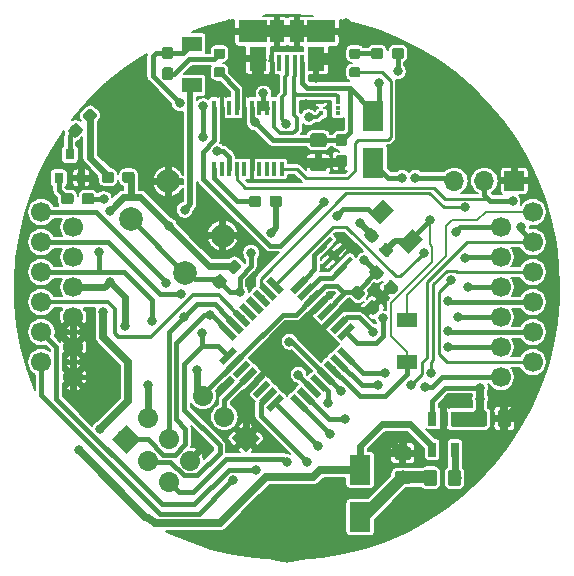
<source format=gbr>
G04 #@! TF.GenerationSoftware,KiCad,Pcbnew,(5.1.0)-1*
G04 #@! TF.CreationDate,2019-06-25T19:20:06-03:00*
G04 #@! TF.ProjectId,PCB_D,5043425f-442e-46b6-9963-61645f706362,rev?*
G04 #@! TF.SameCoordinates,Original*
G04 #@! TF.FileFunction,Copper,L1,Top*
G04 #@! TF.FilePolarity,Positive*
%FSLAX46Y46*%
G04 Gerber Fmt 4.6, Leading zero omitted, Abs format (unit mm)*
G04 Created by KiCad (PCBNEW (5.1.0)-1) date 2019-06-25 19:20:06*
%MOMM*%
%LPD*%
G04 APERTURE LIST*
%ADD10R,0.650000X1.220000*%
%ADD11C,0.100000*%
%ADD12C,1.150000*%
%ADD13R,1.800000X2.500000*%
%ADD14R,1.175000X1.900000*%
%ADD15R,2.375000X1.900000*%
%ADD16R,1.475000X2.100000*%
%ADD17R,0.450000X1.380000*%
%ADD18R,1.700000X1.300000*%
%ADD19R,0.400000X1.200000*%
%ADD20C,1.300000*%
%ADD21R,0.450000X0.300000*%
%ADD22C,2.000000*%
%ADD23C,0.950000*%
%ADD24C,1.700000*%
%ADD25C,1.700000*%
%ADD26C,0.875000*%
%ADD27C,0.550000*%
%ADD28C,0.400000*%
%ADD29C,6.200000*%
%ADD30C,6.300000*%
%ADD31R,1.700000X1.700000*%
%ADD32O,1.700000X1.700000*%
%ADD33R,0.800000X0.900000*%
%ADD34C,0.800000*%
%ADD35C,0.400000*%
%ADD36C,0.600000*%
%ADD37C,0.500000*%
%ADD38C,0.300000*%
%ADD39C,1.000000*%
%ADD40C,0.350000*%
%ADD41C,0.700000*%
%ADD42C,0.250000*%
%ADD43C,0.200000*%
%ADD44C,0.254000*%
G04 APERTURE END LIST*
D10*
X14208800Y-13756000D03*
X12308800Y-13756000D03*
X12308800Y-11136000D03*
X13258800Y-11136000D03*
X14208800Y-11136000D03*
D11*
G36*
X12481705Y-15455604D02*
G01*
X12505973Y-15459204D01*
X12529772Y-15465165D01*
X12552871Y-15473430D01*
X12575050Y-15483920D01*
X12596093Y-15496532D01*
X12615799Y-15511147D01*
X12633977Y-15527623D01*
X12650453Y-15545801D01*
X12665068Y-15565507D01*
X12677680Y-15586550D01*
X12688170Y-15608729D01*
X12696435Y-15631828D01*
X12702396Y-15655627D01*
X12705996Y-15679895D01*
X12707200Y-15704399D01*
X12707200Y-16604401D01*
X12705996Y-16628905D01*
X12702396Y-16653173D01*
X12696435Y-16676972D01*
X12688170Y-16700071D01*
X12677680Y-16722250D01*
X12665068Y-16743293D01*
X12650453Y-16762999D01*
X12633977Y-16781177D01*
X12615799Y-16797653D01*
X12596093Y-16812268D01*
X12575050Y-16824880D01*
X12552871Y-16835370D01*
X12529772Y-16843635D01*
X12505973Y-16849596D01*
X12481705Y-16853196D01*
X12457201Y-16854400D01*
X11807199Y-16854400D01*
X11782695Y-16853196D01*
X11758427Y-16849596D01*
X11734628Y-16843635D01*
X11711529Y-16835370D01*
X11689350Y-16824880D01*
X11668307Y-16812268D01*
X11648601Y-16797653D01*
X11630423Y-16781177D01*
X11613947Y-16762999D01*
X11599332Y-16743293D01*
X11586720Y-16722250D01*
X11576230Y-16700071D01*
X11567965Y-16676972D01*
X11562004Y-16653173D01*
X11558404Y-16628905D01*
X11557200Y-16604401D01*
X11557200Y-15704399D01*
X11558404Y-15679895D01*
X11562004Y-15655627D01*
X11567965Y-15631828D01*
X11576230Y-15608729D01*
X11586720Y-15586550D01*
X11599332Y-15565507D01*
X11613947Y-15545801D01*
X11630423Y-15527623D01*
X11648601Y-15511147D01*
X11668307Y-15496532D01*
X11689350Y-15483920D01*
X11711529Y-15473430D01*
X11734628Y-15465165D01*
X11758427Y-15459204D01*
X11782695Y-15455604D01*
X11807199Y-15454400D01*
X12457201Y-15454400D01*
X12481705Y-15455604D01*
X12481705Y-15455604D01*
G37*
D12*
X12132200Y-16154400D03*
D11*
G36*
X14531705Y-15455604D02*
G01*
X14555973Y-15459204D01*
X14579772Y-15465165D01*
X14602871Y-15473430D01*
X14625050Y-15483920D01*
X14646093Y-15496532D01*
X14665799Y-15511147D01*
X14683977Y-15527623D01*
X14700453Y-15545801D01*
X14715068Y-15565507D01*
X14727680Y-15586550D01*
X14738170Y-15608729D01*
X14746435Y-15631828D01*
X14752396Y-15655627D01*
X14755996Y-15679895D01*
X14757200Y-15704399D01*
X14757200Y-16604401D01*
X14755996Y-16628905D01*
X14752396Y-16653173D01*
X14746435Y-16676972D01*
X14738170Y-16700071D01*
X14727680Y-16722250D01*
X14715068Y-16743293D01*
X14700453Y-16762999D01*
X14683977Y-16781177D01*
X14665799Y-16797653D01*
X14646093Y-16812268D01*
X14625050Y-16824880D01*
X14602871Y-16835370D01*
X14579772Y-16843635D01*
X14555973Y-16849596D01*
X14531705Y-16853196D01*
X14507201Y-16854400D01*
X13857199Y-16854400D01*
X13832695Y-16853196D01*
X13808427Y-16849596D01*
X13784628Y-16843635D01*
X13761529Y-16835370D01*
X13739350Y-16824880D01*
X13718307Y-16812268D01*
X13698601Y-16797653D01*
X13680423Y-16781177D01*
X13663947Y-16762999D01*
X13649332Y-16743293D01*
X13636720Y-16722250D01*
X13626230Y-16700071D01*
X13617965Y-16676972D01*
X13612004Y-16653173D01*
X13608404Y-16628905D01*
X13607200Y-16604401D01*
X13607200Y-15704399D01*
X13608404Y-15679895D01*
X13612004Y-15655627D01*
X13617965Y-15631828D01*
X13626230Y-15608729D01*
X13636720Y-15586550D01*
X13649332Y-15565507D01*
X13663947Y-15545801D01*
X13680423Y-15527623D01*
X13698601Y-15511147D01*
X13718307Y-15496532D01*
X13739350Y-15483920D01*
X13761529Y-15473430D01*
X13784628Y-15465165D01*
X13808427Y-15459204D01*
X13832695Y-15455604D01*
X13857199Y-15454400D01*
X14507201Y-15454400D01*
X14531705Y-15455604D01*
X14531705Y-15455604D01*
G37*
D12*
X14182200Y-16154400D03*
D13*
X6197600Y-19475200D03*
X6197600Y-15475200D03*
D11*
G36*
X10278905Y-15547804D02*
G01*
X10303173Y-15551404D01*
X10326972Y-15557365D01*
X10350071Y-15565630D01*
X10372250Y-15576120D01*
X10393293Y-15588732D01*
X10412999Y-15603347D01*
X10431177Y-15619823D01*
X10447653Y-15638001D01*
X10462268Y-15657707D01*
X10474880Y-15678750D01*
X10485370Y-15700929D01*
X10493635Y-15724028D01*
X10499596Y-15747827D01*
X10503196Y-15772095D01*
X10504400Y-15796599D01*
X10504400Y-16446601D01*
X10503196Y-16471105D01*
X10499596Y-16495373D01*
X10493635Y-16519172D01*
X10485370Y-16542271D01*
X10474880Y-16564450D01*
X10462268Y-16585493D01*
X10447653Y-16605199D01*
X10431177Y-16623377D01*
X10412999Y-16639853D01*
X10393293Y-16654468D01*
X10372250Y-16667080D01*
X10350071Y-16677570D01*
X10326972Y-16685835D01*
X10303173Y-16691796D01*
X10278905Y-16695396D01*
X10254401Y-16696600D01*
X9354399Y-16696600D01*
X9329895Y-16695396D01*
X9305627Y-16691796D01*
X9281828Y-16685835D01*
X9258729Y-16677570D01*
X9236550Y-16667080D01*
X9215507Y-16654468D01*
X9195801Y-16639853D01*
X9177623Y-16623377D01*
X9161147Y-16605199D01*
X9146532Y-16585493D01*
X9133920Y-16564450D01*
X9123430Y-16542271D01*
X9115165Y-16519172D01*
X9109204Y-16495373D01*
X9105604Y-16471105D01*
X9104400Y-16446601D01*
X9104400Y-15796599D01*
X9105604Y-15772095D01*
X9109204Y-15747827D01*
X9115165Y-15724028D01*
X9123430Y-15700929D01*
X9133920Y-15678750D01*
X9146532Y-15657707D01*
X9161147Y-15638001D01*
X9177623Y-15619823D01*
X9195801Y-15603347D01*
X9215507Y-15588732D01*
X9236550Y-15576120D01*
X9258729Y-15565630D01*
X9281828Y-15557365D01*
X9305627Y-15551404D01*
X9329895Y-15547804D01*
X9354399Y-15546600D01*
X10254401Y-15546600D01*
X10278905Y-15547804D01*
X10278905Y-15547804D01*
G37*
D12*
X9804400Y-16121600D03*
D11*
G36*
X10278905Y-13497804D02*
G01*
X10303173Y-13501404D01*
X10326972Y-13507365D01*
X10350071Y-13515630D01*
X10372250Y-13526120D01*
X10393293Y-13538732D01*
X10412999Y-13553347D01*
X10431177Y-13569823D01*
X10447653Y-13588001D01*
X10462268Y-13607707D01*
X10474880Y-13628750D01*
X10485370Y-13650929D01*
X10493635Y-13674028D01*
X10499596Y-13697827D01*
X10503196Y-13722095D01*
X10504400Y-13746599D01*
X10504400Y-14396601D01*
X10503196Y-14421105D01*
X10499596Y-14445373D01*
X10493635Y-14469172D01*
X10485370Y-14492271D01*
X10474880Y-14514450D01*
X10462268Y-14535493D01*
X10447653Y-14555199D01*
X10431177Y-14573377D01*
X10412999Y-14589853D01*
X10393293Y-14604468D01*
X10372250Y-14617080D01*
X10350071Y-14627570D01*
X10326972Y-14635835D01*
X10303173Y-14641796D01*
X10278905Y-14645396D01*
X10254401Y-14646600D01*
X9354399Y-14646600D01*
X9329895Y-14645396D01*
X9305627Y-14641796D01*
X9281828Y-14635835D01*
X9258729Y-14627570D01*
X9236550Y-14617080D01*
X9215507Y-14604468D01*
X9195801Y-14589853D01*
X9177623Y-14573377D01*
X9161147Y-14555199D01*
X9146532Y-14535493D01*
X9133920Y-14514450D01*
X9123430Y-14492271D01*
X9115165Y-14469172D01*
X9109204Y-14445373D01*
X9105604Y-14421105D01*
X9104400Y-14396601D01*
X9104400Y-13746599D01*
X9105604Y-13722095D01*
X9109204Y-13697827D01*
X9115165Y-13674028D01*
X9123430Y-13650929D01*
X9133920Y-13628750D01*
X9146532Y-13607707D01*
X9161147Y-13588001D01*
X9177623Y-13569823D01*
X9195801Y-13553347D01*
X9215507Y-13538732D01*
X9236550Y-13526120D01*
X9258729Y-13515630D01*
X9281828Y-13507365D01*
X9305627Y-13501404D01*
X9329895Y-13497804D01*
X9354399Y-13496600D01*
X10254401Y-13496600D01*
X10278905Y-13497804D01*
X10278905Y-13497804D01*
G37*
D12*
X9804400Y-14071600D03*
D11*
G36*
X16707105Y-10426404D02*
G01*
X16731373Y-10430004D01*
X16755172Y-10435965D01*
X16778271Y-10444230D01*
X16800450Y-10454720D01*
X16821493Y-10467332D01*
X16841199Y-10481947D01*
X16859377Y-10498423D01*
X16875853Y-10516601D01*
X16890468Y-10536307D01*
X16903080Y-10557350D01*
X16913570Y-10579529D01*
X16921835Y-10602628D01*
X16927796Y-10626427D01*
X16931396Y-10650695D01*
X16932600Y-10675199D01*
X16932600Y-11575201D01*
X16931396Y-11599705D01*
X16927796Y-11623973D01*
X16921835Y-11647772D01*
X16913570Y-11670871D01*
X16903080Y-11693050D01*
X16890468Y-11714093D01*
X16875853Y-11733799D01*
X16859377Y-11751977D01*
X16841199Y-11768453D01*
X16821493Y-11783068D01*
X16800450Y-11795680D01*
X16778271Y-11806170D01*
X16755172Y-11814435D01*
X16731373Y-11820396D01*
X16707105Y-11823996D01*
X16682601Y-11825200D01*
X16032599Y-11825200D01*
X16008095Y-11823996D01*
X15983827Y-11820396D01*
X15960028Y-11814435D01*
X15936929Y-11806170D01*
X15914750Y-11795680D01*
X15893707Y-11783068D01*
X15874001Y-11768453D01*
X15855823Y-11751977D01*
X15839347Y-11733799D01*
X15824732Y-11714093D01*
X15812120Y-11693050D01*
X15801630Y-11670871D01*
X15793365Y-11647772D01*
X15787404Y-11623973D01*
X15783804Y-11599705D01*
X15782600Y-11575201D01*
X15782600Y-10675199D01*
X15783804Y-10650695D01*
X15787404Y-10626427D01*
X15793365Y-10602628D01*
X15801630Y-10579529D01*
X15812120Y-10557350D01*
X15824732Y-10536307D01*
X15839347Y-10516601D01*
X15855823Y-10498423D01*
X15874001Y-10481947D01*
X15893707Y-10467332D01*
X15914750Y-10454720D01*
X15936929Y-10444230D01*
X15960028Y-10435965D01*
X15983827Y-10430004D01*
X16008095Y-10426404D01*
X16032599Y-10425200D01*
X16682601Y-10425200D01*
X16707105Y-10426404D01*
X16707105Y-10426404D01*
G37*
D12*
X16357600Y-11125200D03*
D11*
G36*
X18757105Y-10426404D02*
G01*
X18781373Y-10430004D01*
X18805172Y-10435965D01*
X18828271Y-10444230D01*
X18850450Y-10454720D01*
X18871493Y-10467332D01*
X18891199Y-10481947D01*
X18909377Y-10498423D01*
X18925853Y-10516601D01*
X18940468Y-10536307D01*
X18953080Y-10557350D01*
X18963570Y-10579529D01*
X18971835Y-10602628D01*
X18977796Y-10626427D01*
X18981396Y-10650695D01*
X18982600Y-10675199D01*
X18982600Y-11575201D01*
X18981396Y-11599705D01*
X18977796Y-11623973D01*
X18971835Y-11647772D01*
X18963570Y-11670871D01*
X18953080Y-11693050D01*
X18940468Y-11714093D01*
X18925853Y-11733799D01*
X18909377Y-11751977D01*
X18891199Y-11768453D01*
X18871493Y-11783068D01*
X18850450Y-11795680D01*
X18828271Y-11806170D01*
X18805172Y-11814435D01*
X18781373Y-11820396D01*
X18757105Y-11823996D01*
X18732601Y-11825200D01*
X18082599Y-11825200D01*
X18058095Y-11823996D01*
X18033827Y-11820396D01*
X18010028Y-11814435D01*
X17986929Y-11806170D01*
X17964750Y-11795680D01*
X17943707Y-11783068D01*
X17924001Y-11768453D01*
X17905823Y-11751977D01*
X17889347Y-11733799D01*
X17874732Y-11714093D01*
X17862120Y-11693050D01*
X17851630Y-11670871D01*
X17843365Y-11647772D01*
X17837404Y-11623973D01*
X17833804Y-11599705D01*
X17832600Y-11575201D01*
X17832600Y-10675199D01*
X17833804Y-10650695D01*
X17837404Y-10626427D01*
X17843365Y-10602628D01*
X17851630Y-10579529D01*
X17862120Y-10557350D01*
X17874732Y-10536307D01*
X17889347Y-10516601D01*
X17905823Y-10498423D01*
X17924001Y-10481947D01*
X17943707Y-10467332D01*
X17964750Y-10454720D01*
X17986929Y-10444230D01*
X18010028Y-10435965D01*
X18033827Y-10430004D01*
X18058095Y-10426404D01*
X18082599Y-10425200D01*
X18732601Y-10425200D01*
X18757105Y-10426404D01*
X18757105Y-10426404D01*
G37*
D12*
X18407600Y-11125200D03*
D14*
X-840000Y21647000D03*
X840000Y21647000D03*
D15*
X-2910000Y21647000D03*
X2910000Y21647000D03*
D16*
X-2462500Y19347000D03*
X2462500Y19347000D03*
D17*
X-1300000Y18987000D03*
X-650000Y18987000D03*
X0Y18987000D03*
X650000Y18987000D03*
X1300000Y18987000D03*
D18*
X-8026400Y20571400D03*
X-8026400Y17071400D03*
D19*
X-6157500Y15200000D03*
X-5522500Y15200000D03*
X-4887500Y15200000D03*
X-4252500Y15200000D03*
X-3617500Y15200000D03*
X-2982500Y15200000D03*
X-2347500Y15200000D03*
X-1712500Y15200000D03*
X-1077500Y15200000D03*
X-442500Y15200000D03*
X-442500Y10000000D03*
X-1077500Y10000000D03*
X-1712500Y10000000D03*
X-2347500Y10000000D03*
X-2982500Y10000000D03*
X-3617500Y10000000D03*
X-4252500Y10000000D03*
X-4887500Y10000000D03*
X-5522500Y10000000D03*
X-6157500Y10000000D03*
D18*
X10160000Y-6322000D03*
X10160000Y-2822000D03*
D20*
X8008163Y6368237D03*
D11*
G36*
X6947503Y6226816D02*
G01*
X8149584Y7428897D01*
X9068823Y6509658D01*
X7866742Y5307577D01*
X6947503Y6226816D01*
X6947503Y6226816D01*
G37*
D20*
X10483037Y3893363D03*
D11*
G36*
X9422377Y3751942D02*
G01*
X10624458Y4954023D01*
X11543697Y4034784D01*
X10341616Y2832703D01*
X9422377Y3751942D01*
X9422377Y3751942D01*
G37*
D13*
X7289800Y10515600D03*
X7289800Y14515600D03*
D21*
X2900000Y15700000D03*
X4300000Y15200000D03*
X2900000Y14700000D03*
X4300000Y15700000D03*
X4300000Y14700000D03*
D22*
X-5454019Y4350381D03*
X-8636000Y1168400D03*
X-10050214Y8946575D03*
X-13232194Y5764594D03*
D11*
G36*
X7141606Y4985505D02*
G01*
X7164661Y4982086D01*
X7187270Y4976422D01*
X7209214Y4968570D01*
X7230284Y4958605D01*
X7250275Y4946623D01*
X7268995Y4932739D01*
X7286265Y4917087D01*
X7692851Y4510501D01*
X7708503Y4493231D01*
X7722387Y4474511D01*
X7734369Y4454520D01*
X7744334Y4433450D01*
X7752186Y4411506D01*
X7757850Y4388897D01*
X7761269Y4365842D01*
X7762413Y4342563D01*
X7761269Y4319284D01*
X7757850Y4296229D01*
X7752186Y4273620D01*
X7744334Y4251676D01*
X7734369Y4230606D01*
X7722387Y4210615D01*
X7708503Y4191895D01*
X7692851Y4174625D01*
X7356975Y3838749D01*
X7339705Y3823097D01*
X7320985Y3809213D01*
X7300994Y3797231D01*
X7279924Y3787266D01*
X7257980Y3779414D01*
X7235371Y3773750D01*
X7212316Y3770331D01*
X7189037Y3769187D01*
X7165758Y3770331D01*
X7142703Y3773750D01*
X7120094Y3779414D01*
X7098150Y3787266D01*
X7077080Y3797231D01*
X7057089Y3809213D01*
X7038369Y3823097D01*
X7021099Y3838749D01*
X6614513Y4245335D01*
X6598861Y4262605D01*
X6584977Y4281325D01*
X6572995Y4301316D01*
X6563030Y4322386D01*
X6555178Y4344330D01*
X6549514Y4366939D01*
X6546095Y4389994D01*
X6544951Y4413273D01*
X6546095Y4436552D01*
X6549514Y4459607D01*
X6555178Y4482216D01*
X6563030Y4504160D01*
X6572995Y4525230D01*
X6584977Y4545221D01*
X6598861Y4563941D01*
X6614513Y4581211D01*
X6950389Y4917087D01*
X6967659Y4932739D01*
X6986379Y4946623D01*
X7006370Y4958605D01*
X7027440Y4968570D01*
X7049384Y4976422D01*
X7071993Y4982086D01*
X7095048Y4985505D01*
X7118327Y4986649D01*
X7141606Y4985505D01*
X7141606Y4985505D01*
G37*
D23*
X7153682Y4377918D03*
D11*
G36*
X8379042Y3748069D02*
G01*
X8402097Y3744650D01*
X8424706Y3738986D01*
X8446650Y3731134D01*
X8467720Y3721169D01*
X8487711Y3709187D01*
X8506431Y3695303D01*
X8523701Y3679651D01*
X8930287Y3273065D01*
X8945939Y3255795D01*
X8959823Y3237075D01*
X8971805Y3217084D01*
X8981770Y3196014D01*
X8989622Y3174070D01*
X8995286Y3151461D01*
X8998705Y3128406D01*
X8999849Y3105127D01*
X8998705Y3081848D01*
X8995286Y3058793D01*
X8989622Y3036184D01*
X8981770Y3014240D01*
X8971805Y2993170D01*
X8959823Y2973179D01*
X8945939Y2954459D01*
X8930287Y2937189D01*
X8594411Y2601313D01*
X8577141Y2585661D01*
X8558421Y2571777D01*
X8538430Y2559795D01*
X8517360Y2549830D01*
X8495416Y2541978D01*
X8472807Y2536314D01*
X8449752Y2532895D01*
X8426473Y2531751D01*
X8403194Y2532895D01*
X8380139Y2536314D01*
X8357530Y2541978D01*
X8335586Y2549830D01*
X8314516Y2559795D01*
X8294525Y2571777D01*
X8275805Y2585661D01*
X8258535Y2601313D01*
X7851949Y3007899D01*
X7836297Y3025169D01*
X7822413Y3043889D01*
X7810431Y3063880D01*
X7800466Y3084950D01*
X7792614Y3106894D01*
X7786950Y3129503D01*
X7783531Y3152558D01*
X7782387Y3175837D01*
X7783531Y3199116D01*
X7786950Y3222171D01*
X7792614Y3244780D01*
X7800466Y3266724D01*
X7810431Y3287794D01*
X7822413Y3307785D01*
X7836297Y3326505D01*
X7851949Y3343775D01*
X8187825Y3679651D01*
X8205095Y3695303D01*
X8223815Y3709187D01*
X8243806Y3721169D01*
X8264876Y3731134D01*
X8286820Y3738986D01*
X8309429Y3744650D01*
X8332484Y3748069D01*
X8355763Y3749213D01*
X8379042Y3748069D01*
X8379042Y3748069D01*
G37*
D23*
X8391118Y3140482D03*
D11*
G36*
X-4422648Y2326305D02*
G01*
X-4399593Y2322886D01*
X-4376984Y2317222D01*
X-4355040Y2309370D01*
X-4333970Y2299405D01*
X-4313979Y2287423D01*
X-4295259Y2273539D01*
X-4277989Y2257887D01*
X-3942113Y1922011D01*
X-3926461Y1904741D01*
X-3912577Y1886021D01*
X-3900595Y1866030D01*
X-3890630Y1844960D01*
X-3882778Y1823016D01*
X-3877114Y1800407D01*
X-3873695Y1777352D01*
X-3872551Y1754073D01*
X-3873695Y1730794D01*
X-3877114Y1707739D01*
X-3882778Y1685130D01*
X-3890630Y1663186D01*
X-3900595Y1642116D01*
X-3912577Y1622125D01*
X-3926461Y1603405D01*
X-3942113Y1586135D01*
X-4348699Y1179549D01*
X-4365969Y1163897D01*
X-4384689Y1150013D01*
X-4404680Y1138031D01*
X-4425750Y1128066D01*
X-4447694Y1120214D01*
X-4470303Y1114550D01*
X-4493358Y1111131D01*
X-4516637Y1109987D01*
X-4539916Y1111131D01*
X-4562971Y1114550D01*
X-4585580Y1120214D01*
X-4607524Y1128066D01*
X-4628594Y1138031D01*
X-4648585Y1150013D01*
X-4667305Y1163897D01*
X-4684575Y1179549D01*
X-5020451Y1515425D01*
X-5036103Y1532695D01*
X-5049987Y1551415D01*
X-5061969Y1571406D01*
X-5071934Y1592476D01*
X-5079786Y1614420D01*
X-5085450Y1637029D01*
X-5088869Y1660084D01*
X-5090013Y1683363D01*
X-5088869Y1706642D01*
X-5085450Y1729697D01*
X-5079786Y1752306D01*
X-5071934Y1774250D01*
X-5061969Y1795320D01*
X-5049987Y1815311D01*
X-5036103Y1834031D01*
X-5020451Y1851301D01*
X-4613865Y2257887D01*
X-4596595Y2273539D01*
X-4577875Y2287423D01*
X-4557884Y2299405D01*
X-4536814Y2309370D01*
X-4514870Y2317222D01*
X-4492261Y2322886D01*
X-4469206Y2326305D01*
X-4445927Y2327449D01*
X-4422648Y2326305D01*
X-4422648Y2326305D01*
G37*
D23*
X-4481282Y1718718D03*
D11*
G36*
X-5660084Y1088869D02*
G01*
X-5637029Y1085450D01*
X-5614420Y1079786D01*
X-5592476Y1071934D01*
X-5571406Y1061969D01*
X-5551415Y1049987D01*
X-5532695Y1036103D01*
X-5515425Y1020451D01*
X-5179549Y684575D01*
X-5163897Y667305D01*
X-5150013Y648585D01*
X-5138031Y628594D01*
X-5128066Y607524D01*
X-5120214Y585580D01*
X-5114550Y562971D01*
X-5111131Y539916D01*
X-5109987Y516637D01*
X-5111131Y493358D01*
X-5114550Y470303D01*
X-5120214Y447694D01*
X-5128066Y425750D01*
X-5138031Y404680D01*
X-5150013Y384689D01*
X-5163897Y365969D01*
X-5179549Y348699D01*
X-5586135Y-57887D01*
X-5603405Y-73539D01*
X-5622125Y-87423D01*
X-5642116Y-99405D01*
X-5663186Y-109370D01*
X-5685130Y-117222D01*
X-5707739Y-122886D01*
X-5730794Y-126305D01*
X-5754073Y-127449D01*
X-5777352Y-126305D01*
X-5800407Y-122886D01*
X-5823016Y-117222D01*
X-5844960Y-109370D01*
X-5866030Y-99405D01*
X-5886021Y-87423D01*
X-5904741Y-73539D01*
X-5922011Y-57887D01*
X-6257887Y277989D01*
X-6273539Y295259D01*
X-6287423Y313979D01*
X-6299405Y333970D01*
X-6309370Y355040D01*
X-6317222Y376984D01*
X-6322886Y399593D01*
X-6326305Y422648D01*
X-6327449Y445927D01*
X-6326305Y469206D01*
X-6322886Y492261D01*
X-6317222Y514870D01*
X-6309370Y536814D01*
X-6299405Y557884D01*
X-6287423Y577875D01*
X-6273539Y596595D01*
X-6257887Y613865D01*
X-5851301Y1020451D01*
X-5834031Y1036103D01*
X-5815311Y1049987D01*
X-5795320Y1061969D01*
X-5774250Y1071934D01*
X-5752306Y1079786D01*
X-5729697Y1085450D01*
X-5706642Y1088869D01*
X-5683363Y1090013D01*
X-5660084Y1088869D01*
X-5660084Y1088869D01*
G37*
D23*
X-5718718Y481282D03*
D11*
G36*
X-643022Y7738256D02*
G01*
X-619967Y7734837D01*
X-597358Y7729173D01*
X-575414Y7721321D01*
X-554344Y7711356D01*
X-534353Y7699374D01*
X-515633Y7685490D01*
X-498363Y7669838D01*
X-482711Y7652568D01*
X-468827Y7633848D01*
X-456845Y7613857D01*
X-446880Y7592787D01*
X-439028Y7570843D01*
X-433364Y7548234D01*
X-429945Y7525179D01*
X-428801Y7501900D01*
X-428801Y7026900D01*
X-429945Y7003621D01*
X-433364Y6980566D01*
X-439028Y6957957D01*
X-446880Y6936013D01*
X-456845Y6914943D01*
X-468827Y6894952D01*
X-482711Y6876232D01*
X-498363Y6858962D01*
X-515633Y6843310D01*
X-534353Y6829426D01*
X-554344Y6817444D01*
X-575414Y6807479D01*
X-597358Y6799627D01*
X-619967Y6793963D01*
X-643022Y6790544D01*
X-666301Y6789400D01*
X-1241301Y6789400D01*
X-1264580Y6790544D01*
X-1287635Y6793963D01*
X-1310244Y6799627D01*
X-1332188Y6807479D01*
X-1353258Y6817444D01*
X-1373249Y6829426D01*
X-1391969Y6843310D01*
X-1409239Y6858962D01*
X-1424891Y6876232D01*
X-1438775Y6894952D01*
X-1450757Y6914943D01*
X-1460722Y6936013D01*
X-1468574Y6957957D01*
X-1474238Y6980566D01*
X-1477657Y7003621D01*
X-1478801Y7026900D01*
X-1478801Y7501900D01*
X-1477657Y7525179D01*
X-1474238Y7548234D01*
X-1468574Y7570843D01*
X-1460722Y7592787D01*
X-1450757Y7613857D01*
X-1438775Y7633848D01*
X-1424891Y7652568D01*
X-1409239Y7669838D01*
X-1391969Y7685490D01*
X-1373249Y7699374D01*
X-1353258Y7711356D01*
X-1332188Y7721321D01*
X-1310244Y7729173D01*
X-1287635Y7734837D01*
X-1264580Y7738256D01*
X-1241301Y7739400D01*
X-666301Y7739400D01*
X-643022Y7738256D01*
X-643022Y7738256D01*
G37*
D23*
X-953801Y7264400D03*
D11*
G36*
X-2393020Y7738256D02*
G01*
X-2369965Y7734837D01*
X-2347356Y7729173D01*
X-2325412Y7721321D01*
X-2304342Y7711356D01*
X-2284351Y7699374D01*
X-2265631Y7685490D01*
X-2248361Y7669838D01*
X-2232709Y7652568D01*
X-2218825Y7633848D01*
X-2206843Y7613857D01*
X-2196878Y7592787D01*
X-2189026Y7570843D01*
X-2183362Y7548234D01*
X-2179943Y7525179D01*
X-2178799Y7501900D01*
X-2178799Y7026900D01*
X-2179943Y7003621D01*
X-2183362Y6980566D01*
X-2189026Y6957957D01*
X-2196878Y6936013D01*
X-2206843Y6914943D01*
X-2218825Y6894952D01*
X-2232709Y6876232D01*
X-2248361Y6858962D01*
X-2265631Y6843310D01*
X-2284351Y6829426D01*
X-2304342Y6817444D01*
X-2325412Y6807479D01*
X-2347356Y6799627D01*
X-2369965Y6793963D01*
X-2393020Y6790544D01*
X-2416299Y6789400D01*
X-2991299Y6789400D01*
X-3014578Y6790544D01*
X-3037633Y6793963D01*
X-3060242Y6799627D01*
X-3082186Y6807479D01*
X-3103256Y6817444D01*
X-3123247Y6829426D01*
X-3141967Y6843310D01*
X-3159237Y6858962D01*
X-3174889Y6876232D01*
X-3188773Y6894952D01*
X-3200755Y6914943D01*
X-3210720Y6936013D01*
X-3218572Y6957957D01*
X-3224236Y6980566D01*
X-3227655Y7003621D01*
X-3228799Y7026900D01*
X-3228799Y7501900D01*
X-3227655Y7525179D01*
X-3224236Y7548234D01*
X-3218572Y7570843D01*
X-3210720Y7592787D01*
X-3200755Y7613857D01*
X-3188773Y7633848D01*
X-3174889Y7652568D01*
X-3159237Y7669838D01*
X-3141967Y7685490D01*
X-3123247Y7699374D01*
X-3103256Y7711356D01*
X-3082186Y7721321D01*
X-3060242Y7729173D01*
X-3037633Y7734837D01*
X-3014578Y7738256D01*
X-2991299Y7739400D01*
X-2416299Y7739400D01*
X-2393020Y7738256D01*
X-2393020Y7738256D01*
G37*
D23*
X-2703799Y7264400D03*
D11*
G36*
X-9848421Y20347256D02*
G01*
X-9825366Y20343837D01*
X-9802757Y20338173D01*
X-9780813Y20330321D01*
X-9759743Y20320356D01*
X-9739752Y20308374D01*
X-9721032Y20294490D01*
X-9703762Y20278838D01*
X-9688110Y20261568D01*
X-9674226Y20242848D01*
X-9662244Y20222857D01*
X-9652279Y20201787D01*
X-9644427Y20179843D01*
X-9638763Y20157234D01*
X-9635344Y20134179D01*
X-9634200Y20110900D01*
X-9634200Y19535900D01*
X-9635344Y19512621D01*
X-9638763Y19489566D01*
X-9644427Y19466957D01*
X-9652279Y19445013D01*
X-9662244Y19423943D01*
X-9674226Y19403952D01*
X-9688110Y19385232D01*
X-9703762Y19367962D01*
X-9721032Y19352310D01*
X-9739752Y19338426D01*
X-9759743Y19326444D01*
X-9780813Y19316479D01*
X-9802757Y19308627D01*
X-9825366Y19302963D01*
X-9848421Y19299544D01*
X-9871700Y19298400D01*
X-10346700Y19298400D01*
X-10369979Y19299544D01*
X-10393034Y19302963D01*
X-10415643Y19308627D01*
X-10437587Y19316479D01*
X-10458657Y19326444D01*
X-10478648Y19338426D01*
X-10497368Y19352310D01*
X-10514638Y19367962D01*
X-10530290Y19385232D01*
X-10544174Y19403952D01*
X-10556156Y19423943D01*
X-10566121Y19445013D01*
X-10573973Y19466957D01*
X-10579637Y19489566D01*
X-10583056Y19512621D01*
X-10584200Y19535900D01*
X-10584200Y20110900D01*
X-10583056Y20134179D01*
X-10579637Y20157234D01*
X-10573973Y20179843D01*
X-10566121Y20201787D01*
X-10556156Y20222857D01*
X-10544174Y20242848D01*
X-10530290Y20261568D01*
X-10514638Y20278838D01*
X-10497368Y20294490D01*
X-10478648Y20308374D01*
X-10458657Y20320356D01*
X-10437587Y20330321D01*
X-10415643Y20338173D01*
X-10393034Y20343837D01*
X-10369979Y20347256D01*
X-10346700Y20348400D01*
X-9871700Y20348400D01*
X-9848421Y20347256D01*
X-9848421Y20347256D01*
G37*
D23*
X-10109200Y19823400D03*
D11*
G36*
X-9848421Y18597256D02*
G01*
X-9825366Y18593837D01*
X-9802757Y18588173D01*
X-9780813Y18580321D01*
X-9759743Y18570356D01*
X-9739752Y18558374D01*
X-9721032Y18544490D01*
X-9703762Y18528838D01*
X-9688110Y18511568D01*
X-9674226Y18492848D01*
X-9662244Y18472857D01*
X-9652279Y18451787D01*
X-9644427Y18429843D01*
X-9638763Y18407234D01*
X-9635344Y18384179D01*
X-9634200Y18360900D01*
X-9634200Y17785900D01*
X-9635344Y17762621D01*
X-9638763Y17739566D01*
X-9644427Y17716957D01*
X-9652279Y17695013D01*
X-9662244Y17673943D01*
X-9674226Y17653952D01*
X-9688110Y17635232D01*
X-9703762Y17617962D01*
X-9721032Y17602310D01*
X-9739752Y17588426D01*
X-9759743Y17576444D01*
X-9780813Y17566479D01*
X-9802757Y17558627D01*
X-9825366Y17552963D01*
X-9848421Y17549544D01*
X-9871700Y17548400D01*
X-10346700Y17548400D01*
X-10369979Y17549544D01*
X-10393034Y17552963D01*
X-10415643Y17558627D01*
X-10437587Y17566479D01*
X-10458657Y17576444D01*
X-10478648Y17588426D01*
X-10497368Y17602310D01*
X-10514638Y17617962D01*
X-10530290Y17635232D01*
X-10544174Y17653952D01*
X-10556156Y17673943D01*
X-10566121Y17695013D01*
X-10573973Y17716957D01*
X-10579637Y17739566D01*
X-10583056Y17762621D01*
X-10584200Y17785900D01*
X-10584200Y18360900D01*
X-10583056Y18384179D01*
X-10579637Y18407234D01*
X-10573973Y18429843D01*
X-10566121Y18451787D01*
X-10556156Y18472857D01*
X-10544174Y18492848D01*
X-10530290Y18511568D01*
X-10514638Y18528838D01*
X-10497368Y18544490D01*
X-10478648Y18558374D01*
X-10458657Y18570356D01*
X-10437587Y18580321D01*
X-10415643Y18588173D01*
X-10393034Y18593837D01*
X-10369979Y18597256D01*
X-10346700Y18598400D01*
X-9871700Y18598400D01*
X-9848421Y18597256D01*
X-9848421Y18597256D01*
G37*
D23*
X-10109200Y18073400D03*
D11*
G36*
X7944779Y20260456D02*
G01*
X7967834Y20257037D01*
X7990443Y20251373D01*
X8012387Y20243521D01*
X8033457Y20233556D01*
X8053448Y20221574D01*
X8072168Y20207690D01*
X8089438Y20192038D01*
X8105090Y20174768D01*
X8118974Y20156048D01*
X8130956Y20136057D01*
X8140921Y20114987D01*
X8148773Y20093043D01*
X8154437Y20070434D01*
X8157856Y20047379D01*
X8159000Y20024100D01*
X8159000Y19549100D01*
X8157856Y19525821D01*
X8154437Y19502766D01*
X8148773Y19480157D01*
X8140921Y19458213D01*
X8130956Y19437143D01*
X8118974Y19417152D01*
X8105090Y19398432D01*
X8089438Y19381162D01*
X8072168Y19365510D01*
X8053448Y19351626D01*
X8033457Y19339644D01*
X8012387Y19329679D01*
X7990443Y19321827D01*
X7967834Y19316163D01*
X7944779Y19312744D01*
X7921500Y19311600D01*
X7346500Y19311600D01*
X7323221Y19312744D01*
X7300166Y19316163D01*
X7277557Y19321827D01*
X7255613Y19329679D01*
X7234543Y19339644D01*
X7214552Y19351626D01*
X7195832Y19365510D01*
X7178562Y19381162D01*
X7162910Y19398432D01*
X7149026Y19417152D01*
X7137044Y19437143D01*
X7127079Y19458213D01*
X7119227Y19480157D01*
X7113563Y19502766D01*
X7110144Y19525821D01*
X7109000Y19549100D01*
X7109000Y20024100D01*
X7110144Y20047379D01*
X7113563Y20070434D01*
X7119227Y20093043D01*
X7127079Y20114987D01*
X7137044Y20136057D01*
X7149026Y20156048D01*
X7162910Y20174768D01*
X7178562Y20192038D01*
X7195832Y20207690D01*
X7214552Y20221574D01*
X7234543Y20233556D01*
X7255613Y20243521D01*
X7277557Y20251373D01*
X7300166Y20257037D01*
X7323221Y20260456D01*
X7346500Y20261600D01*
X7921500Y20261600D01*
X7944779Y20260456D01*
X7944779Y20260456D01*
G37*
D23*
X7634000Y19786600D03*
D11*
G36*
X9694779Y20260456D02*
G01*
X9717834Y20257037D01*
X9740443Y20251373D01*
X9762387Y20243521D01*
X9783457Y20233556D01*
X9803448Y20221574D01*
X9822168Y20207690D01*
X9839438Y20192038D01*
X9855090Y20174768D01*
X9868974Y20156048D01*
X9880956Y20136057D01*
X9890921Y20114987D01*
X9898773Y20093043D01*
X9904437Y20070434D01*
X9907856Y20047379D01*
X9909000Y20024100D01*
X9909000Y19549100D01*
X9907856Y19525821D01*
X9904437Y19502766D01*
X9898773Y19480157D01*
X9890921Y19458213D01*
X9880956Y19437143D01*
X9868974Y19417152D01*
X9855090Y19398432D01*
X9839438Y19381162D01*
X9822168Y19365510D01*
X9803448Y19351626D01*
X9783457Y19339644D01*
X9762387Y19329679D01*
X9740443Y19321827D01*
X9717834Y19316163D01*
X9694779Y19312744D01*
X9671500Y19311600D01*
X9096500Y19311600D01*
X9073221Y19312744D01*
X9050166Y19316163D01*
X9027557Y19321827D01*
X9005613Y19329679D01*
X8984543Y19339644D01*
X8964552Y19351626D01*
X8945832Y19365510D01*
X8928562Y19381162D01*
X8912910Y19398432D01*
X8899026Y19417152D01*
X8887044Y19437143D01*
X8877079Y19458213D01*
X8869227Y19480157D01*
X8863563Y19502766D01*
X8860144Y19525821D01*
X8859000Y19549100D01*
X8859000Y20024100D01*
X8860144Y20047379D01*
X8863563Y20070434D01*
X8869227Y20093043D01*
X8877079Y20114987D01*
X8887044Y20136057D01*
X8899026Y20156048D01*
X8912910Y20174768D01*
X8928562Y20192038D01*
X8945832Y20207690D01*
X8964552Y20221574D01*
X8984543Y20233556D01*
X9005613Y20243521D01*
X9027557Y20251373D01*
X9050166Y20257037D01*
X9073221Y20260456D01*
X9096500Y20261600D01*
X9671500Y20261600D01*
X9694779Y20260456D01*
X9694779Y20260456D01*
G37*
D23*
X9384000Y19786600D03*
D11*
G36*
X7569206Y1835905D02*
G01*
X7592261Y1832486D01*
X7614870Y1826822D01*
X7636814Y1818970D01*
X7657884Y1809005D01*
X7677875Y1797023D01*
X7696595Y1783139D01*
X7713865Y1767487D01*
X8120451Y1360901D01*
X8136103Y1343631D01*
X8149987Y1324911D01*
X8161969Y1304920D01*
X8171934Y1283850D01*
X8179786Y1261906D01*
X8185450Y1239297D01*
X8188869Y1216242D01*
X8190013Y1192963D01*
X8188869Y1169684D01*
X8185450Y1146629D01*
X8179786Y1124020D01*
X8171934Y1102076D01*
X8161969Y1081006D01*
X8149987Y1061015D01*
X8136103Y1042295D01*
X8120451Y1025025D01*
X7784575Y689149D01*
X7767305Y673497D01*
X7748585Y659613D01*
X7728594Y647631D01*
X7707524Y637666D01*
X7685580Y629814D01*
X7662971Y624150D01*
X7639916Y620731D01*
X7616637Y619587D01*
X7593358Y620731D01*
X7570303Y624150D01*
X7547694Y629814D01*
X7525750Y637666D01*
X7504680Y647631D01*
X7484689Y659613D01*
X7465969Y673497D01*
X7448699Y689149D01*
X7042113Y1095735D01*
X7026461Y1113005D01*
X7012577Y1131725D01*
X7000595Y1151716D01*
X6990630Y1172786D01*
X6982778Y1194730D01*
X6977114Y1217339D01*
X6973695Y1240394D01*
X6972551Y1263673D01*
X6973695Y1286952D01*
X6977114Y1310007D01*
X6982778Y1332616D01*
X6990630Y1354560D01*
X7000595Y1375630D01*
X7012577Y1395621D01*
X7026461Y1414341D01*
X7042113Y1431611D01*
X7377989Y1767487D01*
X7395259Y1783139D01*
X7413979Y1797023D01*
X7433970Y1809005D01*
X7455040Y1818970D01*
X7476984Y1826822D01*
X7499593Y1832486D01*
X7522648Y1835905D01*
X7545927Y1837049D01*
X7569206Y1835905D01*
X7569206Y1835905D01*
G37*
D23*
X7581282Y1228318D03*
D11*
G36*
X8806642Y598469D02*
G01*
X8829697Y595050D01*
X8852306Y589386D01*
X8874250Y581534D01*
X8895320Y571569D01*
X8915311Y559587D01*
X8934031Y545703D01*
X8951301Y530051D01*
X9357887Y123465D01*
X9373539Y106195D01*
X9387423Y87475D01*
X9399405Y67484D01*
X9409370Y46414D01*
X9417222Y24470D01*
X9422886Y1861D01*
X9426305Y-21194D01*
X9427449Y-44473D01*
X9426305Y-67752D01*
X9422886Y-90807D01*
X9417222Y-113416D01*
X9409370Y-135360D01*
X9399405Y-156430D01*
X9387423Y-176421D01*
X9373539Y-195141D01*
X9357887Y-212411D01*
X9022011Y-548287D01*
X9004741Y-563939D01*
X8986021Y-577823D01*
X8966030Y-589805D01*
X8944960Y-599770D01*
X8923016Y-607622D01*
X8900407Y-613286D01*
X8877352Y-616705D01*
X8854073Y-617849D01*
X8830794Y-616705D01*
X8807739Y-613286D01*
X8785130Y-607622D01*
X8763186Y-599770D01*
X8742116Y-589805D01*
X8722125Y-577823D01*
X8703405Y-563939D01*
X8686135Y-548287D01*
X8279549Y-141701D01*
X8263897Y-124431D01*
X8250013Y-105711D01*
X8238031Y-85720D01*
X8228066Y-64650D01*
X8220214Y-42706D01*
X8214550Y-20097D01*
X8211131Y2958D01*
X8209987Y26237D01*
X8211131Y49516D01*
X8214550Y72571D01*
X8220214Y95180D01*
X8228066Y117124D01*
X8238031Y138194D01*
X8250013Y158185D01*
X8263897Y176905D01*
X8279549Y194175D01*
X8615425Y530051D01*
X8632695Y545703D01*
X8651415Y559587D01*
X8671406Y571569D01*
X8692476Y581534D01*
X8714420Y589386D01*
X8737029Y595050D01*
X8760084Y598469D01*
X8783363Y599613D01*
X8806642Y598469D01*
X8806642Y598469D01*
G37*
D23*
X8818718Y-9118D03*
D11*
G36*
X7206642Y-1111131D02*
G01*
X7229697Y-1114550D01*
X7252306Y-1120214D01*
X7274250Y-1128066D01*
X7295320Y-1138031D01*
X7315311Y-1150013D01*
X7334031Y-1163897D01*
X7351301Y-1179549D01*
X7757887Y-1586135D01*
X7773539Y-1603405D01*
X7787423Y-1622125D01*
X7799405Y-1642116D01*
X7809370Y-1663186D01*
X7817222Y-1685130D01*
X7822886Y-1707739D01*
X7826305Y-1730794D01*
X7827449Y-1754073D01*
X7826305Y-1777352D01*
X7822886Y-1800407D01*
X7817222Y-1823016D01*
X7809370Y-1844960D01*
X7799405Y-1866030D01*
X7787423Y-1886021D01*
X7773539Y-1904741D01*
X7757887Y-1922011D01*
X7422011Y-2257887D01*
X7404741Y-2273539D01*
X7386021Y-2287423D01*
X7366030Y-2299405D01*
X7344960Y-2309370D01*
X7323016Y-2317222D01*
X7300407Y-2322886D01*
X7277352Y-2326305D01*
X7254073Y-2327449D01*
X7230794Y-2326305D01*
X7207739Y-2322886D01*
X7185130Y-2317222D01*
X7163186Y-2309370D01*
X7142116Y-2299405D01*
X7122125Y-2287423D01*
X7103405Y-2273539D01*
X7086135Y-2257887D01*
X6679549Y-1851301D01*
X6663897Y-1834031D01*
X6650013Y-1815311D01*
X6638031Y-1795320D01*
X6628066Y-1774250D01*
X6620214Y-1752306D01*
X6614550Y-1729697D01*
X6611131Y-1706642D01*
X6609987Y-1683363D01*
X6611131Y-1660084D01*
X6614550Y-1637029D01*
X6620214Y-1614420D01*
X6628066Y-1592476D01*
X6638031Y-1571406D01*
X6650013Y-1551415D01*
X6663897Y-1532695D01*
X6679549Y-1515425D01*
X7015425Y-1179549D01*
X7032695Y-1163897D01*
X7051415Y-1150013D01*
X7071406Y-1138031D01*
X7092476Y-1128066D01*
X7114420Y-1120214D01*
X7137029Y-1114550D01*
X7160084Y-1111131D01*
X7183363Y-1109987D01*
X7206642Y-1111131D01*
X7206642Y-1111131D01*
G37*
D23*
X7218718Y-1718718D03*
D11*
G36*
X5969206Y126305D02*
G01*
X5992261Y122886D01*
X6014870Y117222D01*
X6036814Y109370D01*
X6057884Y99405D01*
X6077875Y87423D01*
X6096595Y73539D01*
X6113865Y57887D01*
X6520451Y-348699D01*
X6536103Y-365969D01*
X6549987Y-384689D01*
X6561969Y-404680D01*
X6571934Y-425750D01*
X6579786Y-447694D01*
X6585450Y-470303D01*
X6588869Y-493358D01*
X6590013Y-516637D01*
X6588869Y-539916D01*
X6585450Y-562971D01*
X6579786Y-585580D01*
X6571934Y-607524D01*
X6561969Y-628594D01*
X6549987Y-648585D01*
X6536103Y-667305D01*
X6520451Y-684575D01*
X6184575Y-1020451D01*
X6167305Y-1036103D01*
X6148585Y-1049987D01*
X6128594Y-1061969D01*
X6107524Y-1071934D01*
X6085580Y-1079786D01*
X6062971Y-1085450D01*
X6039916Y-1088869D01*
X6016637Y-1090013D01*
X5993358Y-1088869D01*
X5970303Y-1085450D01*
X5947694Y-1079786D01*
X5925750Y-1071934D01*
X5904680Y-1061969D01*
X5884689Y-1049987D01*
X5865969Y-1036103D01*
X5848699Y-1020451D01*
X5442113Y-613865D01*
X5426461Y-596595D01*
X5412577Y-577875D01*
X5400595Y-557884D01*
X5390630Y-536814D01*
X5382778Y-514870D01*
X5377114Y-492261D01*
X5373695Y-469206D01*
X5372551Y-445927D01*
X5373695Y-422648D01*
X5377114Y-399593D01*
X5382778Y-376984D01*
X5390630Y-355040D01*
X5400595Y-333970D01*
X5412577Y-313979D01*
X5426461Y-295259D01*
X5442113Y-277989D01*
X5777989Y57887D01*
X5795259Y73539D01*
X5813979Y87423D01*
X5833970Y99405D01*
X5855040Y109370D01*
X5876984Y117222D01*
X5899593Y122886D01*
X5922648Y126305D01*
X5945927Y127449D01*
X5969206Y126305D01*
X5969206Y126305D01*
G37*
D23*
X5981282Y-481282D03*
D11*
G36*
X4860779Y11208856D02*
G01*
X4883834Y11205437D01*
X4906443Y11199773D01*
X4928387Y11191921D01*
X4949457Y11181956D01*
X4969448Y11169974D01*
X4988168Y11156090D01*
X5005438Y11140438D01*
X5021090Y11123168D01*
X5034974Y11104448D01*
X5046956Y11084457D01*
X5056921Y11063387D01*
X5064773Y11041443D01*
X5070437Y11018834D01*
X5073856Y10995779D01*
X5075000Y10972500D01*
X5075000Y10397500D01*
X5073856Y10374221D01*
X5070437Y10351166D01*
X5064773Y10328557D01*
X5056921Y10306613D01*
X5046956Y10285543D01*
X5034974Y10265552D01*
X5021090Y10246832D01*
X5005438Y10229562D01*
X4988168Y10213910D01*
X4969448Y10200026D01*
X4949457Y10188044D01*
X4928387Y10178079D01*
X4906443Y10170227D01*
X4883834Y10164563D01*
X4860779Y10161144D01*
X4837500Y10160000D01*
X4362500Y10160000D01*
X4339221Y10161144D01*
X4316166Y10164563D01*
X4293557Y10170227D01*
X4271613Y10178079D01*
X4250543Y10188044D01*
X4230552Y10200026D01*
X4211832Y10213910D01*
X4194562Y10229562D01*
X4178910Y10246832D01*
X4165026Y10265552D01*
X4153044Y10285543D01*
X4143079Y10306613D01*
X4135227Y10328557D01*
X4129563Y10351166D01*
X4126144Y10374221D01*
X4125000Y10397500D01*
X4125000Y10972500D01*
X4126144Y10995779D01*
X4129563Y11018834D01*
X4135227Y11041443D01*
X4143079Y11063387D01*
X4153044Y11084457D01*
X4165026Y11104448D01*
X4178910Y11123168D01*
X4194562Y11140438D01*
X4211832Y11156090D01*
X4230552Y11169974D01*
X4250543Y11181956D01*
X4271613Y11191921D01*
X4293557Y11199773D01*
X4316166Y11205437D01*
X4339221Y11208856D01*
X4362500Y11210000D01*
X4837500Y11210000D01*
X4860779Y11208856D01*
X4860779Y11208856D01*
G37*
D23*
X4600000Y10685000D03*
D11*
G36*
X4860779Y12958856D02*
G01*
X4883834Y12955437D01*
X4906443Y12949773D01*
X4928387Y12941921D01*
X4949457Y12931956D01*
X4969448Y12919974D01*
X4988168Y12906090D01*
X5005438Y12890438D01*
X5021090Y12873168D01*
X5034974Y12854448D01*
X5046956Y12834457D01*
X5056921Y12813387D01*
X5064773Y12791443D01*
X5070437Y12768834D01*
X5073856Y12745779D01*
X5075000Y12722500D01*
X5075000Y12147500D01*
X5073856Y12124221D01*
X5070437Y12101166D01*
X5064773Y12078557D01*
X5056921Y12056613D01*
X5046956Y12035543D01*
X5034974Y12015552D01*
X5021090Y11996832D01*
X5005438Y11979562D01*
X4988168Y11963910D01*
X4969448Y11950026D01*
X4949457Y11938044D01*
X4928387Y11928079D01*
X4906443Y11920227D01*
X4883834Y11914563D01*
X4860779Y11911144D01*
X4837500Y11910000D01*
X4362500Y11910000D01*
X4339221Y11911144D01*
X4316166Y11914563D01*
X4293557Y11920227D01*
X4271613Y11928079D01*
X4250543Y11938044D01*
X4230552Y11950026D01*
X4211832Y11963910D01*
X4194562Y11979562D01*
X4178910Y11996832D01*
X4165026Y12015552D01*
X4153044Y12035543D01*
X4143079Y12056613D01*
X4135227Y12078557D01*
X4129563Y12101166D01*
X4126144Y12124221D01*
X4125000Y12147500D01*
X4125000Y12722500D01*
X4126144Y12745779D01*
X4129563Y12768834D01*
X4135227Y12791443D01*
X4143079Y12813387D01*
X4153044Y12834457D01*
X4165026Y12854448D01*
X4178910Y12873168D01*
X4194562Y12890438D01*
X4211832Y12906090D01*
X4230552Y12919974D01*
X4250543Y12931956D01*
X4271613Y12941921D01*
X4293557Y12949773D01*
X4316166Y12955437D01*
X4339221Y12958856D01*
X4362500Y12960000D01*
X4837500Y12960000D01*
X4860779Y12958856D01*
X4860779Y12958856D01*
G37*
D23*
X4600000Y12435000D03*
D24*
X-7096051Y-9203949D03*
D25*
X-7096051Y-9203949D02*
X-7096051Y-9203949D01*
D24*
X-5300000Y-11000000D03*
D25*
X-5300000Y-11000000D02*
X-5300000Y-11000000D01*
D24*
X-3503949Y-12796051D03*
D11*
G36*
X-3503949Y-11593969D02*
G01*
X-2301867Y-12796051D01*
X-3503949Y-13998133D01*
X-4706031Y-12796051D01*
X-3503949Y-11593969D01*
X-3503949Y-11593969D01*
G37*
G36*
X3124505Y10958796D02*
G01*
X3148773Y10955196D01*
X3172572Y10949235D01*
X3195671Y10940970D01*
X3217850Y10930480D01*
X3238893Y10917868D01*
X3258599Y10903253D01*
X3276777Y10886777D01*
X3293253Y10868599D01*
X3307868Y10848893D01*
X3320480Y10827850D01*
X3330970Y10805671D01*
X3339235Y10782572D01*
X3345196Y10758773D01*
X3348796Y10734505D01*
X3350000Y10710001D01*
X3350000Y10059999D01*
X3348796Y10035495D01*
X3345196Y10011227D01*
X3339235Y9987428D01*
X3330970Y9964329D01*
X3320480Y9942150D01*
X3307868Y9921107D01*
X3293253Y9901401D01*
X3276777Y9883223D01*
X3258599Y9866747D01*
X3238893Y9852132D01*
X3217850Y9839520D01*
X3195671Y9829030D01*
X3172572Y9820765D01*
X3148773Y9814804D01*
X3124505Y9811204D01*
X3100001Y9810000D01*
X2199999Y9810000D01*
X2175495Y9811204D01*
X2151227Y9814804D01*
X2127428Y9820765D01*
X2104329Y9829030D01*
X2082150Y9839520D01*
X2061107Y9852132D01*
X2041401Y9866747D01*
X2023223Y9883223D01*
X2006747Y9901401D01*
X1992132Y9921107D01*
X1979520Y9942150D01*
X1969030Y9964329D01*
X1960765Y9987428D01*
X1954804Y10011227D01*
X1951204Y10035495D01*
X1950000Y10059999D01*
X1950000Y10710001D01*
X1951204Y10734505D01*
X1954804Y10758773D01*
X1960765Y10782572D01*
X1969030Y10805671D01*
X1979520Y10827850D01*
X1992132Y10848893D01*
X2006747Y10868599D01*
X2023223Y10886777D01*
X2041401Y10903253D01*
X2061107Y10917868D01*
X2082150Y10930480D01*
X2104329Y10940970D01*
X2127428Y10949235D01*
X2151227Y10955196D01*
X2175495Y10958796D01*
X2199999Y10960000D01*
X3100001Y10960000D01*
X3124505Y10958796D01*
X3124505Y10958796D01*
G37*
D12*
X2650000Y10385000D03*
D11*
G36*
X3124505Y13008796D02*
G01*
X3148773Y13005196D01*
X3172572Y12999235D01*
X3195671Y12990970D01*
X3217850Y12980480D01*
X3238893Y12967868D01*
X3258599Y12953253D01*
X3276777Y12936777D01*
X3293253Y12918599D01*
X3307868Y12898893D01*
X3320480Y12877850D01*
X3330970Y12855671D01*
X3339235Y12832572D01*
X3345196Y12808773D01*
X3348796Y12784505D01*
X3350000Y12760001D01*
X3350000Y12109999D01*
X3348796Y12085495D01*
X3345196Y12061227D01*
X3339235Y12037428D01*
X3330970Y12014329D01*
X3320480Y11992150D01*
X3307868Y11971107D01*
X3293253Y11951401D01*
X3276777Y11933223D01*
X3258599Y11916747D01*
X3238893Y11902132D01*
X3217850Y11889520D01*
X3195671Y11879030D01*
X3172572Y11870765D01*
X3148773Y11864804D01*
X3124505Y11861204D01*
X3100001Y11860000D01*
X2199999Y11860000D01*
X2175495Y11861204D01*
X2151227Y11864804D01*
X2127428Y11870765D01*
X2104329Y11879030D01*
X2082150Y11889520D01*
X2061107Y11902132D01*
X2041401Y11916747D01*
X2023223Y11933223D01*
X2006747Y11951401D01*
X1992132Y11971107D01*
X1979520Y11992150D01*
X1969030Y12014329D01*
X1960765Y12037428D01*
X1954804Y12061227D01*
X1951204Y12085495D01*
X1950000Y12109999D01*
X1950000Y12760001D01*
X1951204Y12784505D01*
X1954804Y12808773D01*
X1960765Y12832572D01*
X1969030Y12855671D01*
X1979520Y12877850D01*
X1992132Y12898893D01*
X2006747Y12918599D01*
X2023223Y12936777D01*
X2041401Y12953253D01*
X2061107Y12967868D01*
X2082150Y12980480D01*
X2104329Y12990970D01*
X2127428Y12999235D01*
X2151227Y13005196D01*
X2175495Y13008796D01*
X2199999Y13010000D01*
X3100001Y13010000D01*
X3124505Y13008796D01*
X3124505Y13008796D01*
G37*
D12*
X2650000Y12435000D03*
D11*
G36*
X6018091Y20197747D02*
G01*
X6039326Y20194597D01*
X6060150Y20189381D01*
X6080362Y20182149D01*
X6099768Y20172970D01*
X6118181Y20161934D01*
X6135424Y20149146D01*
X6151330Y20134730D01*
X6165746Y20118824D01*
X6178534Y20101581D01*
X6189570Y20083168D01*
X6198749Y20063762D01*
X6205981Y20043550D01*
X6211197Y20022726D01*
X6214347Y20001491D01*
X6215400Y19980050D01*
X6215400Y19542550D01*
X6214347Y19521109D01*
X6211197Y19499874D01*
X6205981Y19479050D01*
X6198749Y19458838D01*
X6189570Y19439432D01*
X6178534Y19421019D01*
X6165746Y19403776D01*
X6151330Y19387870D01*
X6135424Y19373454D01*
X6118181Y19360666D01*
X6099768Y19349630D01*
X6080362Y19340451D01*
X6060150Y19333219D01*
X6039326Y19328003D01*
X6018091Y19324853D01*
X5996650Y19323800D01*
X5484150Y19323800D01*
X5462709Y19324853D01*
X5441474Y19328003D01*
X5420650Y19333219D01*
X5400438Y19340451D01*
X5381032Y19349630D01*
X5362619Y19360666D01*
X5345376Y19373454D01*
X5329470Y19387870D01*
X5315054Y19403776D01*
X5302266Y19421019D01*
X5291230Y19439432D01*
X5282051Y19458838D01*
X5274819Y19479050D01*
X5269603Y19499874D01*
X5266453Y19521109D01*
X5265400Y19542550D01*
X5265400Y19980050D01*
X5266453Y20001491D01*
X5269603Y20022726D01*
X5274819Y20043550D01*
X5282051Y20063762D01*
X5291230Y20083168D01*
X5302266Y20101581D01*
X5315054Y20118824D01*
X5329470Y20134730D01*
X5345376Y20149146D01*
X5362619Y20161934D01*
X5381032Y20172970D01*
X5400438Y20182149D01*
X5420650Y20189381D01*
X5441474Y20194597D01*
X5462709Y20197747D01*
X5484150Y20198800D01*
X5996650Y20198800D01*
X6018091Y20197747D01*
X6018091Y20197747D01*
G37*
D26*
X5740400Y19761300D03*
D11*
G36*
X6018091Y18622747D02*
G01*
X6039326Y18619597D01*
X6060150Y18614381D01*
X6080362Y18607149D01*
X6099768Y18597970D01*
X6118181Y18586934D01*
X6135424Y18574146D01*
X6151330Y18559730D01*
X6165746Y18543824D01*
X6178534Y18526581D01*
X6189570Y18508168D01*
X6198749Y18488762D01*
X6205981Y18468550D01*
X6211197Y18447726D01*
X6214347Y18426491D01*
X6215400Y18405050D01*
X6215400Y17967550D01*
X6214347Y17946109D01*
X6211197Y17924874D01*
X6205981Y17904050D01*
X6198749Y17883838D01*
X6189570Y17864432D01*
X6178534Y17846019D01*
X6165746Y17828776D01*
X6151330Y17812870D01*
X6135424Y17798454D01*
X6118181Y17785666D01*
X6099768Y17774630D01*
X6080362Y17765451D01*
X6060150Y17758219D01*
X6039326Y17753003D01*
X6018091Y17749853D01*
X5996650Y17748800D01*
X5484150Y17748800D01*
X5462709Y17749853D01*
X5441474Y17753003D01*
X5420650Y17758219D01*
X5400438Y17765451D01*
X5381032Y17774630D01*
X5362619Y17785666D01*
X5345376Y17798454D01*
X5329470Y17812870D01*
X5315054Y17828776D01*
X5302266Y17846019D01*
X5291230Y17864432D01*
X5282051Y17883838D01*
X5274819Y17904050D01*
X5269603Y17924874D01*
X5266453Y17946109D01*
X5265400Y17967550D01*
X5265400Y18405050D01*
X5266453Y18426491D01*
X5269603Y18447726D01*
X5274819Y18468550D01*
X5282051Y18488762D01*
X5291230Y18508168D01*
X5302266Y18526581D01*
X5315054Y18543824D01*
X5329470Y18559730D01*
X5345376Y18574146D01*
X5362619Y18586934D01*
X5381032Y18597970D01*
X5400438Y18607149D01*
X5420650Y18614381D01*
X5441474Y18619597D01*
X5462709Y18622747D01*
X5484150Y18623800D01*
X5996650Y18623800D01*
X6018091Y18622747D01*
X6018091Y18622747D01*
G37*
D26*
X5740400Y18186300D03*
D11*
G36*
X-5437309Y20197747D02*
G01*
X-5416074Y20194597D01*
X-5395250Y20189381D01*
X-5375038Y20182149D01*
X-5355632Y20172970D01*
X-5337219Y20161934D01*
X-5319976Y20149146D01*
X-5304070Y20134730D01*
X-5289654Y20118824D01*
X-5276866Y20101581D01*
X-5265830Y20083168D01*
X-5256651Y20063762D01*
X-5249419Y20043550D01*
X-5244203Y20022726D01*
X-5241053Y20001491D01*
X-5240000Y19980050D01*
X-5240000Y19542550D01*
X-5241053Y19521109D01*
X-5244203Y19499874D01*
X-5249419Y19479050D01*
X-5256651Y19458838D01*
X-5265830Y19439432D01*
X-5276866Y19421019D01*
X-5289654Y19403776D01*
X-5304070Y19387870D01*
X-5319976Y19373454D01*
X-5337219Y19360666D01*
X-5355632Y19349630D01*
X-5375038Y19340451D01*
X-5395250Y19333219D01*
X-5416074Y19328003D01*
X-5437309Y19324853D01*
X-5458750Y19323800D01*
X-5971250Y19323800D01*
X-5992691Y19324853D01*
X-6013926Y19328003D01*
X-6034750Y19333219D01*
X-6054962Y19340451D01*
X-6074368Y19349630D01*
X-6092781Y19360666D01*
X-6110024Y19373454D01*
X-6125930Y19387870D01*
X-6140346Y19403776D01*
X-6153134Y19421019D01*
X-6164170Y19439432D01*
X-6173349Y19458838D01*
X-6180581Y19479050D01*
X-6185797Y19499874D01*
X-6188947Y19521109D01*
X-6190000Y19542550D01*
X-6190000Y19980050D01*
X-6188947Y20001491D01*
X-6185797Y20022726D01*
X-6180581Y20043550D01*
X-6173349Y20063762D01*
X-6164170Y20083168D01*
X-6153134Y20101581D01*
X-6140346Y20118824D01*
X-6125930Y20134730D01*
X-6110024Y20149146D01*
X-6092781Y20161934D01*
X-6074368Y20172970D01*
X-6054962Y20182149D01*
X-6034750Y20189381D01*
X-6013926Y20194597D01*
X-5992691Y20197747D01*
X-5971250Y20198800D01*
X-5458750Y20198800D01*
X-5437309Y20197747D01*
X-5437309Y20197747D01*
G37*
D26*
X-5715000Y19761300D03*
D11*
G36*
X-5437309Y18622747D02*
G01*
X-5416074Y18619597D01*
X-5395250Y18614381D01*
X-5375038Y18607149D01*
X-5355632Y18597970D01*
X-5337219Y18586934D01*
X-5319976Y18574146D01*
X-5304070Y18559730D01*
X-5289654Y18543824D01*
X-5276866Y18526581D01*
X-5265830Y18508168D01*
X-5256651Y18488762D01*
X-5249419Y18468550D01*
X-5244203Y18447726D01*
X-5241053Y18426491D01*
X-5240000Y18405050D01*
X-5240000Y17967550D01*
X-5241053Y17946109D01*
X-5244203Y17924874D01*
X-5249419Y17904050D01*
X-5256651Y17883838D01*
X-5265830Y17864432D01*
X-5276866Y17846019D01*
X-5289654Y17828776D01*
X-5304070Y17812870D01*
X-5319976Y17798454D01*
X-5337219Y17785666D01*
X-5355632Y17774630D01*
X-5375038Y17765451D01*
X-5395250Y17758219D01*
X-5416074Y17753003D01*
X-5437309Y17749853D01*
X-5458750Y17748800D01*
X-5971250Y17748800D01*
X-5992691Y17749853D01*
X-6013926Y17753003D01*
X-6034750Y17758219D01*
X-6054962Y17765451D01*
X-6074368Y17774630D01*
X-6092781Y17785666D01*
X-6110024Y17798454D01*
X-6125930Y17812870D01*
X-6140346Y17828776D01*
X-6153134Y17846019D01*
X-6164170Y17864432D01*
X-6173349Y17883838D01*
X-6180581Y17904050D01*
X-6185797Y17924874D01*
X-6188947Y17946109D01*
X-6190000Y17967550D01*
X-6190000Y18405050D01*
X-6188947Y18426491D01*
X-6185797Y18447726D01*
X-6180581Y18468550D01*
X-6173349Y18488762D01*
X-6164170Y18508168D01*
X-6153134Y18526581D01*
X-6140346Y18543824D01*
X-6125930Y18559730D01*
X-6110024Y18574146D01*
X-6092781Y18586934D01*
X-6074368Y18597970D01*
X-6054962Y18607149D01*
X-6034750Y18614381D01*
X-6013926Y18619597D01*
X-5992691Y18622747D01*
X-5971250Y18623800D01*
X-5458750Y18623800D01*
X-5437309Y18622747D01*
X-5437309Y18622747D01*
G37*
D26*
X-5715000Y18186300D03*
D24*
X-8211846Y-14696051D03*
D25*
X-8211846Y-14696051D02*
X-8211846Y-14696051D01*
D24*
X-10007898Y-16492102D03*
D25*
X-10007898Y-16492102D02*
X-10007898Y-16492102D01*
D24*
X-10007898Y-12900000D03*
D25*
X-10007898Y-12900000D02*
X-10007898Y-12900000D01*
D24*
X-11803949Y-14696051D03*
D25*
X-11803949Y-14696051D02*
X-11803949Y-14696051D01*
D24*
X-11803949Y-11103949D03*
D25*
X-11803949Y-11103949D02*
X-11803949Y-11103949D01*
D24*
X-13600000Y-12900000D03*
D11*
G36*
X-13600000Y-14102082D02*
G01*
X-14802082Y-12900000D01*
X-13600000Y-11697918D01*
X-12397918Y-12900000D01*
X-13600000Y-14102082D01*
X-13600000Y-14102082D01*
G37*
D27*
X4985103Y-5825305D03*
D11*
G36*
X4224963Y-5454074D02*
G01*
X4613872Y-5065165D01*
X5745243Y-6196536D01*
X5356334Y-6585445D01*
X4224963Y-5454074D01*
X4224963Y-5454074D01*
G37*
D27*
X4419417Y-6390990D03*
D11*
G36*
X3659277Y-6019759D02*
G01*
X4048186Y-5630850D01*
X5179557Y-6762221D01*
X4790648Y-7151130D01*
X3659277Y-6019759D01*
X3659277Y-6019759D01*
G37*
D27*
X3853732Y-6956676D03*
D11*
G36*
X3093592Y-6585445D02*
G01*
X3482501Y-6196536D01*
X4613872Y-7327907D01*
X4224963Y-7716816D01*
X3093592Y-6585445D01*
X3093592Y-6585445D01*
G37*
D27*
X3288047Y-7522361D03*
D11*
G36*
X2527907Y-7151130D02*
G01*
X2916816Y-6762221D01*
X4048187Y-7893592D01*
X3659278Y-8282501D01*
X2527907Y-7151130D01*
X2527907Y-7151130D01*
G37*
D27*
X2722361Y-8088047D03*
D11*
G36*
X1962221Y-7716816D02*
G01*
X2351130Y-7327907D01*
X3482501Y-8459278D01*
X3093592Y-8848187D01*
X1962221Y-7716816D01*
X1962221Y-7716816D01*
G37*
D27*
X2156676Y-8653732D03*
D11*
G36*
X1396536Y-8282501D02*
G01*
X1785445Y-7893592D01*
X2916816Y-9024963D01*
X2527907Y-9413872D01*
X1396536Y-8282501D01*
X1396536Y-8282501D01*
G37*
D27*
X1590990Y-9219417D03*
D11*
G36*
X830850Y-8848186D02*
G01*
X1219759Y-8459277D01*
X2351130Y-9590648D01*
X1962221Y-9979557D01*
X830850Y-8848186D01*
X830850Y-8848186D01*
G37*
D27*
X1025305Y-9785103D03*
D11*
G36*
X265165Y-9413872D02*
G01*
X654074Y-9024963D01*
X1785445Y-10156334D01*
X1396536Y-10545243D01*
X265165Y-9413872D01*
X265165Y-9413872D01*
G37*
D27*
X-1025305Y-9785103D03*
D11*
G36*
X-654074Y-9024963D02*
G01*
X-265165Y-9413872D01*
X-1396536Y-10545243D01*
X-1785445Y-10156334D01*
X-654074Y-9024963D01*
X-654074Y-9024963D01*
G37*
D27*
X-1590990Y-9219417D03*
D11*
G36*
X-1219759Y-8459277D02*
G01*
X-830850Y-8848186D01*
X-1962221Y-9979557D01*
X-2351130Y-9590648D01*
X-1219759Y-8459277D01*
X-1219759Y-8459277D01*
G37*
D27*
X-2156676Y-8653732D03*
D11*
G36*
X-1785445Y-7893592D02*
G01*
X-1396536Y-8282501D01*
X-2527907Y-9413872D01*
X-2916816Y-9024963D01*
X-1785445Y-7893592D01*
X-1785445Y-7893592D01*
G37*
D27*
X-2722361Y-8088047D03*
D11*
G36*
X-2351130Y-7327907D02*
G01*
X-1962221Y-7716816D01*
X-3093592Y-8848187D01*
X-3482501Y-8459278D01*
X-2351130Y-7327907D01*
X-2351130Y-7327907D01*
G37*
D27*
X-3288047Y-7522361D03*
D11*
G36*
X-2916816Y-6762221D02*
G01*
X-2527907Y-7151130D01*
X-3659278Y-8282501D01*
X-4048187Y-7893592D01*
X-2916816Y-6762221D01*
X-2916816Y-6762221D01*
G37*
D27*
X-3853732Y-6956676D03*
D11*
G36*
X-3482501Y-6196536D02*
G01*
X-3093592Y-6585445D01*
X-4224963Y-7716816D01*
X-4613872Y-7327907D01*
X-3482501Y-6196536D01*
X-3482501Y-6196536D01*
G37*
D27*
X-4419417Y-6390990D03*
D11*
G36*
X-4048186Y-5630850D02*
G01*
X-3659277Y-6019759D01*
X-4790648Y-7151130D01*
X-5179557Y-6762221D01*
X-4048186Y-5630850D01*
X-4048186Y-5630850D01*
G37*
D27*
X-4985103Y-5825305D03*
D11*
G36*
X-4613872Y-5065165D02*
G01*
X-4224963Y-5454074D01*
X-5356334Y-6585445D01*
X-5745243Y-6196536D01*
X-4613872Y-5065165D01*
X-4613872Y-5065165D01*
G37*
D27*
X-4985103Y-3774695D03*
D11*
G36*
X-5745243Y-3403464D02*
G01*
X-5356334Y-3014555D01*
X-4224963Y-4145926D01*
X-4613872Y-4534835D01*
X-5745243Y-3403464D01*
X-5745243Y-3403464D01*
G37*
D27*
X-4419417Y-3209010D03*
D11*
G36*
X-5179557Y-2837779D02*
G01*
X-4790648Y-2448870D01*
X-3659277Y-3580241D01*
X-4048186Y-3969150D01*
X-5179557Y-2837779D01*
X-5179557Y-2837779D01*
G37*
D27*
X-3853732Y-2643324D03*
D11*
G36*
X-4613872Y-2272093D02*
G01*
X-4224963Y-1883184D01*
X-3093592Y-3014555D01*
X-3482501Y-3403464D01*
X-4613872Y-2272093D01*
X-4613872Y-2272093D01*
G37*
D27*
X-3288047Y-2077639D03*
D11*
G36*
X-4048187Y-1706408D02*
G01*
X-3659278Y-1317499D01*
X-2527907Y-2448870D01*
X-2916816Y-2837779D01*
X-4048187Y-1706408D01*
X-4048187Y-1706408D01*
G37*
D27*
X-2722361Y-1511953D03*
D11*
G36*
X-3482501Y-1140722D02*
G01*
X-3093592Y-751813D01*
X-1962221Y-1883184D01*
X-2351130Y-2272093D01*
X-3482501Y-1140722D01*
X-3482501Y-1140722D01*
G37*
D27*
X-2156676Y-946268D03*
D11*
G36*
X-2916816Y-575037D02*
G01*
X-2527907Y-186128D01*
X-1396536Y-1317499D01*
X-1785445Y-1706408D01*
X-2916816Y-575037D01*
X-2916816Y-575037D01*
G37*
D27*
X-1590990Y-380583D03*
D11*
G36*
X-2351130Y-9352D02*
G01*
X-1962221Y379557D01*
X-830850Y-751814D01*
X-1219759Y-1140723D01*
X-2351130Y-9352D01*
X-2351130Y-9352D01*
G37*
D27*
X-1025305Y185103D03*
D11*
G36*
X-1785445Y556334D02*
G01*
X-1396536Y945243D01*
X-265165Y-186128D01*
X-654074Y-575037D01*
X-1785445Y556334D01*
X-1785445Y556334D01*
G37*
D27*
X1025305Y185103D03*
D11*
G36*
X1396536Y945243D02*
G01*
X1785445Y556334D01*
X654074Y-575037D01*
X265165Y-186128D01*
X1396536Y945243D01*
X1396536Y945243D01*
G37*
D27*
X1590990Y-380583D03*
D11*
G36*
X1962221Y379557D02*
G01*
X2351130Y-9352D01*
X1219759Y-1140723D01*
X830850Y-751814D01*
X1962221Y379557D01*
X1962221Y379557D01*
G37*
D27*
X2156676Y-946268D03*
D11*
G36*
X2527907Y-186128D02*
G01*
X2916816Y-575037D01*
X1785445Y-1706408D01*
X1396536Y-1317499D01*
X2527907Y-186128D01*
X2527907Y-186128D01*
G37*
D27*
X2722361Y-1511953D03*
D11*
G36*
X3093592Y-751813D02*
G01*
X3482501Y-1140722D01*
X2351130Y-2272093D01*
X1962221Y-1883184D01*
X3093592Y-751813D01*
X3093592Y-751813D01*
G37*
D27*
X3288047Y-2077639D03*
D11*
G36*
X3659278Y-1317499D02*
G01*
X4048187Y-1706408D01*
X2916816Y-2837779D01*
X2527907Y-2448870D01*
X3659278Y-1317499D01*
X3659278Y-1317499D01*
G37*
D27*
X3853732Y-2643324D03*
D11*
G36*
X4224963Y-1883184D02*
G01*
X4613872Y-2272093D01*
X3482501Y-3403464D01*
X3093592Y-3014555D01*
X4224963Y-1883184D01*
X4224963Y-1883184D01*
G37*
D27*
X4419417Y-3209010D03*
D11*
G36*
X4790648Y-2448870D02*
G01*
X5179557Y-2837779D01*
X4048186Y-3969150D01*
X3659277Y-3580241D01*
X4790648Y-2448870D01*
X4790648Y-2448870D01*
G37*
D27*
X4985103Y-3774695D03*
D11*
G36*
X5356334Y-3014555D02*
G01*
X5745243Y-3403464D01*
X4613872Y-4534835D01*
X4224963Y-4145926D01*
X5356334Y-3014555D01*
X5356334Y-3014555D01*
G37*
D28*
X4797057Y1802943D03*
D11*
G36*
X3983884Y1272613D02*
G01*
X5327387Y2616116D01*
X5610230Y2333273D01*
X4266727Y989770D01*
X3983884Y1272613D01*
X3983884Y1272613D01*
G37*
D28*
X3948528Y2651471D03*
D11*
G36*
X3135355Y2121141D02*
G01*
X4478858Y3464644D01*
X4761701Y3181801D01*
X3418198Y1838298D01*
X3135355Y2121141D01*
X3135355Y2121141D01*
G37*
D28*
X3100000Y3500000D03*
D11*
G36*
X2286827Y2969670D02*
G01*
X3630330Y4313173D01*
X3913173Y4030330D01*
X2569670Y2686827D01*
X2286827Y2969670D01*
X2286827Y2969670D01*
G37*
D24*
X18100000Y-7620000D03*
X18100000Y-5080000D03*
X18100000Y-2540000D03*
X18100000Y0D03*
X18100000Y2540000D03*
X18100000Y5080000D03*
X20800000Y-6350000D03*
X20800000Y-3810000D03*
X20800000Y-1270000D03*
X20800000Y1270000D03*
X20800000Y3810000D03*
X20800000Y6350000D03*
X-18100000Y-7620000D03*
X-18100000Y-5080000D03*
X-18100000Y-2540000D03*
X-18100000Y0D03*
X-18100000Y2540000D03*
X-18100000Y5080000D03*
X-20800000Y-6350000D03*
X-20800000Y-3810000D03*
X-20800000Y-1270000D03*
X-20800000Y1270000D03*
X-20800000Y3810000D03*
X-20800000Y6350000D03*
D29*
X0Y-20200000D03*
D30*
X-12500000Y13500000D03*
D29*
X12500000Y13500000D03*
D31*
X19250000Y9000000D03*
D32*
X16710000Y9000000D03*
X14170000Y9000000D03*
D11*
G36*
X-17860084Y13868869D02*
G01*
X-17837029Y13865450D01*
X-17814420Y13859786D01*
X-17792476Y13851934D01*
X-17771406Y13841969D01*
X-17751415Y13829987D01*
X-17732695Y13816103D01*
X-17715425Y13800451D01*
X-17379549Y13464575D01*
X-17363897Y13447305D01*
X-17350013Y13428585D01*
X-17338031Y13408594D01*
X-17328066Y13387524D01*
X-17320214Y13365580D01*
X-17314550Y13342971D01*
X-17311131Y13319916D01*
X-17309987Y13296637D01*
X-17311131Y13273358D01*
X-17314550Y13250303D01*
X-17320214Y13227694D01*
X-17328066Y13205750D01*
X-17338031Y13184680D01*
X-17350013Y13164689D01*
X-17363897Y13145969D01*
X-17379549Y13128699D01*
X-17786135Y12722113D01*
X-17803405Y12706461D01*
X-17822125Y12692577D01*
X-17842116Y12680595D01*
X-17863186Y12670630D01*
X-17885130Y12662778D01*
X-17907739Y12657114D01*
X-17930794Y12653695D01*
X-17954073Y12652551D01*
X-17977352Y12653695D01*
X-18000407Y12657114D01*
X-18023016Y12662778D01*
X-18044960Y12670630D01*
X-18066030Y12680595D01*
X-18086021Y12692577D01*
X-18104741Y12706461D01*
X-18122011Y12722113D01*
X-18457887Y13057989D01*
X-18473539Y13075259D01*
X-18487423Y13093979D01*
X-18499405Y13113970D01*
X-18509370Y13135040D01*
X-18517222Y13156984D01*
X-18522886Y13179593D01*
X-18526305Y13202648D01*
X-18527449Y13225927D01*
X-18526305Y13249206D01*
X-18522886Y13272261D01*
X-18517222Y13294870D01*
X-18509370Y13316814D01*
X-18499405Y13337884D01*
X-18487423Y13357875D01*
X-18473539Y13376595D01*
X-18457887Y13393865D01*
X-18051301Y13800451D01*
X-18034031Y13816103D01*
X-18015311Y13829987D01*
X-17995320Y13841969D01*
X-17974250Y13851934D01*
X-17952306Y13859786D01*
X-17929697Y13865450D01*
X-17906642Y13868869D01*
X-17883363Y13870013D01*
X-17860084Y13868869D01*
X-17860084Y13868869D01*
G37*
D23*
X-17918718Y13261282D03*
D11*
G36*
X-16622648Y15106305D02*
G01*
X-16599593Y15102886D01*
X-16576984Y15097222D01*
X-16555040Y15089370D01*
X-16533970Y15079405D01*
X-16513979Y15067423D01*
X-16495259Y15053539D01*
X-16477989Y15037887D01*
X-16142113Y14702011D01*
X-16126461Y14684741D01*
X-16112577Y14666021D01*
X-16100595Y14646030D01*
X-16090630Y14624960D01*
X-16082778Y14603016D01*
X-16077114Y14580407D01*
X-16073695Y14557352D01*
X-16072551Y14534073D01*
X-16073695Y14510794D01*
X-16077114Y14487739D01*
X-16082778Y14465130D01*
X-16090630Y14443186D01*
X-16100595Y14422116D01*
X-16112577Y14402125D01*
X-16126461Y14383405D01*
X-16142113Y14366135D01*
X-16548699Y13959549D01*
X-16565969Y13943897D01*
X-16584689Y13930013D01*
X-16604680Y13918031D01*
X-16625750Y13908066D01*
X-16647694Y13900214D01*
X-16670303Y13894550D01*
X-16693358Y13891131D01*
X-16716637Y13889987D01*
X-16739916Y13891131D01*
X-16762971Y13894550D01*
X-16785580Y13900214D01*
X-16807524Y13908066D01*
X-16828594Y13918031D01*
X-16848585Y13930013D01*
X-16867305Y13943897D01*
X-16884575Y13959549D01*
X-17220451Y14295425D01*
X-17236103Y14312695D01*
X-17249987Y14331415D01*
X-17261969Y14351406D01*
X-17271934Y14372476D01*
X-17279786Y14394420D01*
X-17285450Y14417029D01*
X-17288869Y14440084D01*
X-17290013Y14463363D01*
X-17288869Y14486642D01*
X-17285450Y14509697D01*
X-17279786Y14532306D01*
X-17271934Y14554250D01*
X-17261969Y14575320D01*
X-17249987Y14595311D01*
X-17236103Y14614031D01*
X-17220451Y14631301D01*
X-16813865Y15037887D01*
X-16796595Y15053539D01*
X-16777875Y15067423D01*
X-16757884Y15079405D01*
X-16736814Y15089370D01*
X-16714870Y15097222D01*
X-16692261Y15102886D01*
X-16669206Y15106305D01*
X-16645927Y15107449D01*
X-16622648Y15106305D01*
X-16622648Y15106305D01*
G37*
D23*
X-16681282Y14498718D03*
D33*
X-19330000Y9240000D03*
X-17430000Y9240000D03*
X-18380000Y11240000D03*
D11*
G36*
X-14864221Y9773856D02*
G01*
X-14841166Y9770437D01*
X-14818557Y9764773D01*
X-14796613Y9756921D01*
X-14775543Y9746956D01*
X-14755552Y9734974D01*
X-14736832Y9721090D01*
X-14719562Y9705438D01*
X-14703910Y9688168D01*
X-14690026Y9669448D01*
X-14678044Y9649457D01*
X-14668079Y9628387D01*
X-14660227Y9606443D01*
X-14654563Y9583834D01*
X-14651144Y9560779D01*
X-14650000Y9537500D01*
X-14650000Y9062500D01*
X-14651144Y9039221D01*
X-14654563Y9016166D01*
X-14660227Y8993557D01*
X-14668079Y8971613D01*
X-14678044Y8950543D01*
X-14690026Y8930552D01*
X-14703910Y8911832D01*
X-14719562Y8894562D01*
X-14736832Y8878910D01*
X-14755552Y8865026D01*
X-14775543Y8853044D01*
X-14796613Y8843079D01*
X-14818557Y8835227D01*
X-14841166Y8829563D01*
X-14864221Y8826144D01*
X-14887500Y8825000D01*
X-15462500Y8825000D01*
X-15485779Y8826144D01*
X-15508834Y8829563D01*
X-15531443Y8835227D01*
X-15553387Y8843079D01*
X-15574457Y8853044D01*
X-15594448Y8865026D01*
X-15613168Y8878910D01*
X-15630438Y8894562D01*
X-15646090Y8911832D01*
X-15659974Y8930552D01*
X-15671956Y8950543D01*
X-15681921Y8971613D01*
X-15689773Y8993557D01*
X-15695437Y9016166D01*
X-15698856Y9039221D01*
X-15700000Y9062500D01*
X-15700000Y9537500D01*
X-15698856Y9560779D01*
X-15695437Y9583834D01*
X-15689773Y9606443D01*
X-15681921Y9628387D01*
X-15671956Y9649457D01*
X-15659974Y9669448D01*
X-15646090Y9688168D01*
X-15630438Y9705438D01*
X-15613168Y9721090D01*
X-15594448Y9734974D01*
X-15574457Y9746956D01*
X-15553387Y9756921D01*
X-15531443Y9764773D01*
X-15508834Y9770437D01*
X-15485779Y9773856D01*
X-15462500Y9775000D01*
X-14887500Y9775000D01*
X-14864221Y9773856D01*
X-14864221Y9773856D01*
G37*
D23*
X-15175000Y9300000D03*
D11*
G36*
X-13114221Y9773856D02*
G01*
X-13091166Y9770437D01*
X-13068557Y9764773D01*
X-13046613Y9756921D01*
X-13025543Y9746956D01*
X-13005552Y9734974D01*
X-12986832Y9721090D01*
X-12969562Y9705438D01*
X-12953910Y9688168D01*
X-12940026Y9669448D01*
X-12928044Y9649457D01*
X-12918079Y9628387D01*
X-12910227Y9606443D01*
X-12904563Y9583834D01*
X-12901144Y9560779D01*
X-12900000Y9537500D01*
X-12900000Y9062500D01*
X-12901144Y9039221D01*
X-12904563Y9016166D01*
X-12910227Y8993557D01*
X-12918079Y8971613D01*
X-12928044Y8950543D01*
X-12940026Y8930552D01*
X-12953910Y8911832D01*
X-12969562Y8894562D01*
X-12986832Y8878910D01*
X-13005552Y8865026D01*
X-13025543Y8853044D01*
X-13046613Y8843079D01*
X-13068557Y8835227D01*
X-13091166Y8829563D01*
X-13114221Y8826144D01*
X-13137500Y8825000D01*
X-13712500Y8825000D01*
X-13735779Y8826144D01*
X-13758834Y8829563D01*
X-13781443Y8835227D01*
X-13803387Y8843079D01*
X-13824457Y8853044D01*
X-13844448Y8865026D01*
X-13863168Y8878910D01*
X-13880438Y8894562D01*
X-13896090Y8911832D01*
X-13909974Y8930552D01*
X-13921956Y8950543D01*
X-13931921Y8971613D01*
X-13939773Y8993557D01*
X-13945437Y9016166D01*
X-13948856Y9039221D01*
X-13950000Y9062500D01*
X-13950000Y9537500D01*
X-13948856Y9560779D01*
X-13945437Y9583834D01*
X-13939773Y9606443D01*
X-13931921Y9628387D01*
X-13921956Y9649457D01*
X-13909974Y9669448D01*
X-13896090Y9688168D01*
X-13880438Y9705438D01*
X-13863168Y9721090D01*
X-13844448Y9734974D01*
X-13824457Y9746956D01*
X-13803387Y9756921D01*
X-13781443Y9764773D01*
X-13758834Y9770437D01*
X-13735779Y9773856D01*
X-13712500Y9775000D01*
X-13137500Y9775000D01*
X-13114221Y9773856D01*
X-13114221Y9773856D01*
G37*
D23*
X-13425000Y9300000D03*
D11*
G36*
X-18284221Y7953856D02*
G01*
X-18261166Y7950437D01*
X-18238557Y7944773D01*
X-18216613Y7936921D01*
X-18195543Y7926956D01*
X-18175552Y7914974D01*
X-18156832Y7901090D01*
X-18139562Y7885438D01*
X-18123910Y7868168D01*
X-18110026Y7849448D01*
X-18098044Y7829457D01*
X-18088079Y7808387D01*
X-18080227Y7786443D01*
X-18074563Y7763834D01*
X-18071144Y7740779D01*
X-18070000Y7717500D01*
X-18070000Y7242500D01*
X-18071144Y7219221D01*
X-18074563Y7196166D01*
X-18080227Y7173557D01*
X-18088079Y7151613D01*
X-18098044Y7130543D01*
X-18110026Y7110552D01*
X-18123910Y7091832D01*
X-18139562Y7074562D01*
X-18156832Y7058910D01*
X-18175552Y7045026D01*
X-18195543Y7033044D01*
X-18216613Y7023079D01*
X-18238557Y7015227D01*
X-18261166Y7009563D01*
X-18284221Y7006144D01*
X-18307500Y7005000D01*
X-18882500Y7005000D01*
X-18905779Y7006144D01*
X-18928834Y7009563D01*
X-18951443Y7015227D01*
X-18973387Y7023079D01*
X-18994457Y7033044D01*
X-19014448Y7045026D01*
X-19033168Y7058910D01*
X-19050438Y7074562D01*
X-19066090Y7091832D01*
X-19079974Y7110552D01*
X-19091956Y7130543D01*
X-19101921Y7151613D01*
X-19109773Y7173557D01*
X-19115437Y7196166D01*
X-19118856Y7219221D01*
X-19120000Y7242500D01*
X-19120000Y7717500D01*
X-19118856Y7740779D01*
X-19115437Y7763834D01*
X-19109773Y7786443D01*
X-19101921Y7808387D01*
X-19091956Y7829457D01*
X-19079974Y7849448D01*
X-19066090Y7868168D01*
X-19050438Y7885438D01*
X-19033168Y7901090D01*
X-19014448Y7914974D01*
X-18994457Y7926956D01*
X-18973387Y7936921D01*
X-18951443Y7944773D01*
X-18928834Y7950437D01*
X-18905779Y7953856D01*
X-18882500Y7955000D01*
X-18307500Y7955000D01*
X-18284221Y7953856D01*
X-18284221Y7953856D01*
G37*
D23*
X-18595000Y7480000D03*
D11*
G36*
X-16534221Y7953856D02*
G01*
X-16511166Y7950437D01*
X-16488557Y7944773D01*
X-16466613Y7936921D01*
X-16445543Y7926956D01*
X-16425552Y7914974D01*
X-16406832Y7901090D01*
X-16389562Y7885438D01*
X-16373910Y7868168D01*
X-16360026Y7849448D01*
X-16348044Y7829457D01*
X-16338079Y7808387D01*
X-16330227Y7786443D01*
X-16324563Y7763834D01*
X-16321144Y7740779D01*
X-16320000Y7717500D01*
X-16320000Y7242500D01*
X-16321144Y7219221D01*
X-16324563Y7196166D01*
X-16330227Y7173557D01*
X-16338079Y7151613D01*
X-16348044Y7130543D01*
X-16360026Y7110552D01*
X-16373910Y7091832D01*
X-16389562Y7074562D01*
X-16406832Y7058910D01*
X-16425552Y7045026D01*
X-16445543Y7033044D01*
X-16466613Y7023079D01*
X-16488557Y7015227D01*
X-16511166Y7009563D01*
X-16534221Y7006144D01*
X-16557500Y7005000D01*
X-17132500Y7005000D01*
X-17155779Y7006144D01*
X-17178834Y7009563D01*
X-17201443Y7015227D01*
X-17223387Y7023079D01*
X-17244457Y7033044D01*
X-17264448Y7045026D01*
X-17283168Y7058910D01*
X-17300438Y7074562D01*
X-17316090Y7091832D01*
X-17329974Y7110552D01*
X-17341956Y7130543D01*
X-17351921Y7151613D01*
X-17359773Y7173557D01*
X-17365437Y7196166D01*
X-17368856Y7219221D01*
X-17370000Y7242500D01*
X-17370000Y7717500D01*
X-17368856Y7740779D01*
X-17365437Y7763834D01*
X-17359773Y7786443D01*
X-17351921Y7808387D01*
X-17341956Y7829457D01*
X-17329974Y7849448D01*
X-17316090Y7868168D01*
X-17300438Y7885438D01*
X-17283168Y7901090D01*
X-17264448Y7914974D01*
X-17244457Y7926956D01*
X-17223387Y7936921D01*
X-17201443Y7944773D01*
X-17178834Y7950437D01*
X-17155779Y7953856D01*
X-17132500Y7955000D01*
X-16557500Y7955000D01*
X-16534221Y7953856D01*
X-16534221Y7953856D01*
G37*
D23*
X-16845000Y7480000D03*
D34*
X-11800000Y-8300000D03*
X-7600000Y-7000000D03*
X-15000000Y470000D03*
X-13700000Y-3300000D03*
X6553200Y2286000D03*
X6146800Y5435600D03*
X-8661400Y6553200D03*
X-10020300Y5194300D03*
X-14980000Y6480000D03*
X5100000Y3800000D03*
X-16700000Y-10600000D03*
X1665686Y-3700000D03*
X-1420000Y-6785686D03*
X-16020000Y-7700000D03*
X-3200000Y12480000D03*
X640000Y11310000D03*
X1625600Y15494000D03*
X8015036Y-812800D03*
X-5181600Y21310600D03*
X4622800Y21412200D03*
X4953000Y22326600D03*
X-4927600Y22250400D03*
X-1295400Y17449800D03*
X-5943600Y21767800D03*
X5638800Y21513800D03*
X-2463800Y17602200D03*
X4038600Y19354800D03*
X4089400Y18364200D03*
X-4038600Y19812000D03*
X2489200Y17703800D03*
X-16300000Y8600000D03*
X15196086Y-9658886D03*
X19710400Y-11125200D03*
X18389600Y-9804400D03*
X18389600Y-12446000D03*
X9804400Y-12700000D03*
X8229600Y-14071600D03*
X8686800Y-13055600D03*
X19456400Y-10007600D03*
X-4000000Y-400000D03*
X-3048000Y2895600D03*
X-1371600Y4572004D03*
X0Y-14833600D03*
X4588443Y-8822757D03*
X203200Y-4622800D03*
X-8702404Y-2540000D03*
X-10210800Y355600D03*
X-8991600Y-609600D03*
X-6502400Y-2387600D03*
X-7199989Y-3900000D03*
X-11430000Y-2895600D03*
X-15520000Y7450000D03*
X-15919999Y3010000D03*
X3454400Y-9855200D03*
X-2590800Y-15494000D03*
X965200Y-7416796D03*
X-4572000Y-16306800D03*
X10500000Y-8299999D03*
X7700000Y-8300000D03*
X19100000Y7300000D03*
X19800000Y5100000D03*
X12090400Y5638800D03*
X10871200Y9245604D03*
X-5900000Y11500000D03*
X-7100000Y12700000D03*
X-2000000Y16400000D03*
X-7100000Y15302800D03*
X-64086Y13818086D03*
X1828800Y14376400D03*
X14274800Y4673600D03*
X9753598Y9245600D03*
X16357600Y-8534400D03*
X16357600Y-9448800D03*
X9372600Y18262600D03*
X7797800Y17297400D03*
X-2747850Y13965350D03*
X-9067800Y15544800D03*
X4927600Y-11176000D03*
X11684000Y-8483600D03*
X13665200Y-5079998D03*
X3671901Y-12431699D03*
X14500000Y-2500000D03*
X2641600Y-13462000D03*
X1727200Y-14833600D03*
X15341600Y0D03*
X15093994Y6750008D03*
X15087600Y2489200D03*
X11582400Y2895600D03*
X13868402Y609600D03*
X7300002Y-3800000D03*
X13665200Y-3759200D03*
X8128000Y-2641600D03*
X13614400Y-1219200D03*
X8300000Y-7300000D03*
X12192000Y-7264400D03*
X3098800Y7162800D03*
X4216400Y6045200D03*
X-15544800Y-2082800D03*
X-15798800Y-11988800D03*
X-17627600Y-13817600D03*
D35*
X-4419417Y-6390990D02*
X-5400000Y-7371573D01*
X2156676Y-946268D02*
X3205024Y102080D01*
X4263606Y102080D02*
X4865686Y-500000D01*
X3205024Y102080D02*
X4263606Y102080D01*
X3288047Y-2077639D02*
X4865686Y-500000D01*
X-11800000Y-8400000D02*
X-11800000Y-8300000D01*
X-7100000Y-9300000D02*
X-7100000Y-9071573D01*
X-6328427Y-8271573D02*
X-6328427Y-8300000D01*
X-7100000Y-9071573D02*
X-6328427Y-8300000D01*
X-6328427Y-8300000D02*
X-4419417Y-6390990D01*
D36*
X-18100000Y0D02*
X-15470000Y0D01*
X-15470000Y0D02*
X-15000000Y470000D01*
X-11800000Y-11100000D02*
X-11803949Y-11103949D01*
X-11800000Y-8300000D02*
X-11800000Y-11100000D01*
X-7600000Y-8700000D02*
X-7096051Y-9203949D01*
X-7600000Y-7000000D02*
X-7600000Y-8700000D01*
D35*
X-3783022Y-5754595D02*
X-4419417Y-6390990D01*
X-358427Y-2330000D02*
X-3783022Y-5754595D01*
X772944Y-2330000D02*
X-358427Y-2330000D01*
X2156676Y-946268D02*
X772944Y-2330000D01*
X5923984Y-375216D02*
X7721600Y1422400D01*
X4865686Y-500000D02*
X4990470Y-375216D01*
X4990470Y-375216D02*
X5923984Y-375216D01*
D37*
X7581282Y1228318D02*
X7581282Y1257918D01*
X7581282Y1257918D02*
X6553200Y2286000D01*
X6146800Y5384800D02*
X6146800Y5435600D01*
X7153682Y4377918D02*
X6146800Y5384800D01*
D36*
X-4381282Y1618718D02*
X-4540564Y1778000D01*
X-4540564Y1778000D02*
X-6604000Y1778000D01*
X-6604000Y1778000D02*
X-10020300Y5194300D01*
X-10020300Y5194300D02*
X-12426000Y7600000D01*
D37*
X-8204200Y16893600D02*
X-8026400Y17071400D01*
X-8661400Y6553200D02*
X-8204200Y7010400D01*
X-8204200Y7010400D02*
X-8204200Y16893600D01*
D36*
X-13215000Y7625000D02*
X-13240000Y7600000D01*
X-13215000Y9230000D02*
X-13215000Y7625000D01*
X-12426000Y7600000D02*
X-13240000Y7600000D01*
X-13240000Y7600000D02*
X-13860000Y7600000D01*
X-13860000Y7600000D02*
X-14580001Y6879999D01*
X-14580001Y6879999D02*
X-14980000Y6480000D01*
X-13700000Y-828800D02*
X-13700000Y-3300000D01*
X-15000000Y470000D02*
X-14998800Y470000D01*
X-14998800Y470000D02*
X-13700000Y-828800D01*
D35*
X-2722361Y-8088047D02*
X-3316826Y-8682512D01*
X3217337Y-3279719D02*
X3217337Y-3282663D01*
X3853732Y-2643324D02*
X3217337Y-3279719D01*
X3217337Y-3282663D02*
X2800000Y-3700000D01*
X2800000Y-3700000D02*
X1665686Y-3700000D01*
X2085966Y-2148348D02*
X2051652Y-2148348D01*
X2722361Y-1511953D02*
X2085966Y-2148348D01*
X2051652Y-2148348D02*
X1665686Y-2534314D01*
X3948528Y2651471D02*
X3951471Y2651471D01*
X4672272Y-1824784D02*
X7324784Y-1824784D01*
X3853732Y-2643324D02*
X4672272Y-1824784D01*
X4700000Y3400000D02*
X5100000Y3800000D01*
X3951471Y2651471D02*
X4700000Y3400000D01*
D36*
X-18100000Y-2540000D02*
X-18100000Y-9200000D01*
X-18100000Y-9200000D02*
X-16700000Y-10600000D01*
X-8211846Y-14696051D02*
X-8196051Y-14696051D01*
X-3503949Y-12796051D02*
X-3503949Y-13503949D01*
X-3503949Y-12796051D02*
X-3503949Y-8869635D01*
X-3503949Y-8869635D02*
X-2722361Y-8088047D01*
D35*
X1665686Y-2534314D02*
X1665686Y-3700000D01*
X-2722361Y-8088047D02*
X-1420000Y-6785686D01*
X-18100000Y-7620000D02*
X-16100000Y-7620000D01*
X-16100000Y-7620000D02*
X-16020000Y-7700000D01*
D36*
X12600000Y13500000D02*
X12500000Y13500000D01*
D35*
X-3617500Y12897500D02*
X-3599999Y12879999D01*
X-3617500Y15200000D02*
X-3617500Y12897500D01*
X-2982500Y12262500D02*
X-3200000Y12480000D01*
X-2982500Y10000000D02*
X-2982500Y12262500D01*
X-3599999Y12879999D02*
X-3200000Y12480000D01*
X4300000Y10385000D02*
X4600000Y10685000D01*
X2650000Y10385000D02*
X4300000Y10385000D01*
X2650000Y10385000D02*
X1565000Y10385000D01*
X1565000Y10385000D02*
X640000Y11310000D01*
D38*
X2900000Y15700000D02*
X1831600Y15700000D01*
X1831600Y15700000D02*
X1625600Y15494000D01*
D36*
X1265000Y10685000D02*
X640000Y11310000D01*
X4600000Y10685000D02*
X1265000Y10685000D01*
D35*
X7218718Y-1609118D02*
X8015036Y-812800D01*
X7218718Y-1718718D02*
X7218718Y-1609118D01*
X8839200Y11364D02*
X8818718Y-9118D01*
X8015036Y-812800D02*
X8818718Y-9118D01*
X-5522500Y15200000D02*
X-5522500Y12685300D01*
X-3599999Y12080001D02*
X-3200000Y12480000D01*
X-4917201Y12080001D02*
X-3599999Y12080001D01*
X-5522500Y12685300D02*
X-4917201Y12080001D01*
D39*
X-3103200Y21659100D02*
X2696800Y21659100D01*
D40*
X-1300000Y17454400D02*
X-1295400Y17449800D01*
D35*
X-1300000Y18987000D02*
X-1300000Y17454400D01*
D39*
X-2462500Y19347000D02*
X-2462500Y17603500D01*
X-2462500Y17603500D02*
X-2463800Y17602200D01*
X2462500Y19347000D02*
X4030800Y19347000D01*
X4030800Y19347000D02*
X4038600Y19354800D01*
D36*
X-17430000Y9240000D02*
X-16430000Y9240000D01*
X-16300000Y9110000D02*
X-16300000Y8600000D01*
X-16430000Y9240000D02*
X-16300000Y9110000D01*
D37*
X13258800Y-10026000D02*
X13625914Y-9658886D01*
X13258800Y-11136000D02*
X13258800Y-10026000D01*
X13625914Y-9658886D02*
X15196086Y-9658886D01*
D41*
X18407600Y-11125200D02*
X19710400Y-11125200D01*
X18407600Y-11125200D02*
X18407600Y-9822400D01*
X18407600Y-9822400D02*
X18389600Y-9804400D01*
X18407600Y-11125200D02*
X18407600Y-12428000D01*
X18407600Y-12428000D02*
X18389600Y-12446000D01*
X9804400Y-14071600D02*
X9804400Y-12700000D01*
X9804400Y-14071600D02*
X8229600Y-14071600D01*
X9804400Y-14071600D02*
X9702800Y-14071600D01*
X9702800Y-14071600D02*
X8686800Y-13055600D01*
X9804400Y-14071600D02*
X9906000Y-14071600D01*
D36*
X18407600Y-11125200D02*
X18407600Y-11056400D01*
X18407600Y-11056400D02*
X19456400Y-10007600D01*
D35*
X-1420000Y-4620400D02*
X-1420000Y-6785686D01*
X1665686Y-3700000D02*
X-499600Y-3700000D01*
X-499600Y-3700000D02*
X-1420000Y-4620400D01*
X-4216400Y7264400D02*
X-2703799Y7264400D01*
X-6157500Y10000000D02*
X-6157500Y9205500D01*
X-6157500Y9205500D02*
X-4216400Y7264400D01*
X-10007898Y-16492102D02*
X-9900001Y-16599999D01*
X-4000000Y800000D02*
X-3048000Y1752000D01*
X-3048000Y2329915D02*
X-3048000Y2895600D01*
X-4000000Y-400000D02*
X-4000000Y800000D01*
X-3048000Y1752000D02*
X-3048000Y2329915D01*
D37*
X-953801Y7264400D02*
X-953801Y4989803D01*
X-953801Y4989803D02*
X-971601Y4972003D01*
X-971601Y4972003D02*
X-1371600Y4572004D01*
D35*
X-7811200Y711200D02*
X-8300000Y1200000D01*
X-5943600Y711200D02*
X-7811200Y711200D01*
X-4000000Y-400000D02*
X-4832400Y-400000D01*
X-4832400Y-400000D02*
X-5943600Y711200D01*
X-12996194Y5477794D02*
X-12996194Y5996194D01*
X-8400000Y1400000D02*
X-8918400Y1400000D01*
X-8918400Y1400000D02*
X-12996194Y5477794D01*
X3288047Y-7522361D02*
X4588443Y-8822757D01*
X-304800Y-14528800D02*
X0Y-14833600D01*
X-5130800Y-14528800D02*
X-304800Y-14528800D01*
X-7944101Y-17342101D02*
X-5130800Y-14528800D01*
X-10007898Y-16492102D02*
X-9157899Y-17342101D01*
X-9157899Y-17342101D02*
X-7944101Y-17342101D01*
X3288047Y-7522361D02*
X388486Y-4622800D01*
X388486Y-4622800D02*
X203200Y-4622800D01*
D36*
X-16681282Y10946282D02*
X-16681282Y14498718D01*
X-14965000Y9230000D02*
X-16681282Y10946282D01*
D42*
X8001100Y18186300D02*
X5740400Y18186300D01*
X8763000Y12674600D02*
X8763000Y17424400D01*
X8559800Y12471400D02*
X8763000Y12674600D01*
X820400Y10000000D02*
X1625600Y9194800D01*
X-442500Y10000000D02*
X820400Y10000000D01*
X8763000Y17424400D02*
X8001100Y18186300D01*
X1625600Y9194800D02*
X5094800Y9194800D01*
X6045200Y12471400D02*
X8559800Y12471400D01*
X5094800Y9194800D02*
X5740400Y9840400D01*
X5740400Y9840400D02*
X5740400Y12166600D01*
X5740400Y12166600D02*
X6045200Y12471400D01*
D35*
X5765700Y19786600D02*
X5740400Y19761300D01*
X7634000Y19786600D02*
X5765700Y19786600D01*
X-6176612Y19299688D02*
X-5715000Y19761300D01*
X-8307912Y19299688D02*
X-6176612Y19299688D01*
X-9534200Y18073400D02*
X-8307912Y19299688D01*
X-10109200Y18073400D02*
X-9534200Y18073400D01*
X-4252500Y16723800D02*
X-5715000Y18186300D01*
X-4252500Y15200000D02*
X-4252500Y16723800D01*
X-5300000Y-9534314D02*
X-5300000Y-11000000D01*
X-3288047Y-7522361D02*
X-5300000Y-9534314D01*
X-5628427Y-2000000D02*
X-4419417Y-3209010D01*
X-5055812Y-2572615D02*
X-4419417Y-3209010D01*
X-5055812Y-2497784D02*
X-5055812Y-2572615D01*
X-6131196Y-1422400D02*
X-5055812Y-2497784D01*
X-7584804Y-1422400D02*
X-6131196Y-1422400D01*
X-10007898Y-12900000D02*
X-10007898Y-3845494D01*
X-10007898Y-3845494D02*
X-8702404Y-2540000D01*
X-8702404Y-2540000D02*
X-7584804Y-1422400D01*
X-10610799Y755599D02*
X-10210800Y355600D01*
X-20800000Y6350000D02*
X-16205200Y6350000D01*
X-16205200Y6350000D02*
X-10610799Y755599D01*
X-4985103Y-3774695D02*
X-6372198Y-2387600D01*
X-6372198Y-2387600D02*
X-6502400Y-2387600D01*
X-11800000Y-12900000D02*
X-10500001Y-14199999D01*
X-8600000Y-12000000D02*
X-9407888Y-11192112D01*
X-9500000Y-14200000D02*
X-8600000Y-13300000D01*
X-10500001Y-14199999D02*
X-9500000Y-14200000D01*
X-9407888Y-4727403D02*
X-7068085Y-2387600D01*
X-8600000Y-13300000D02*
X-8600000Y-12000000D01*
X-9407888Y-11192112D02*
X-9407888Y-4727403D01*
X-7068085Y-2387600D02*
X-6502400Y-2387600D01*
X-13600000Y-12900000D02*
X-11800000Y-12900000D01*
X-19597919Y3810000D02*
X-20800000Y3810000D01*
X-15138400Y3810000D02*
X-19597919Y3810000D01*
X-8991600Y-609600D02*
X-10718800Y-609600D01*
X-10718800Y-609600D02*
X-15138400Y3810000D01*
X-4985103Y-5825305D02*
X-5810408Y-5000000D01*
X-5810408Y-5000000D02*
X-7200000Y-5000000D01*
X-7199989Y-4999989D02*
X-7199989Y-4465685D01*
X-7199989Y-4465685D02*
X-7199989Y-3900000D01*
X-7200000Y-5000000D02*
X-7199989Y-4999989D01*
X-8700000Y-6500000D02*
X-7200000Y-5000000D01*
X-11699990Y-14800010D02*
X-9903939Y-14800010D01*
X-11803949Y-14696051D02*
X-11699990Y-14800010D01*
X-9903939Y-14800010D02*
X-8757897Y-15946052D01*
X-5700000Y-13400000D02*
X-8700000Y-10400000D01*
X-8757897Y-15946052D02*
X-7611845Y-15946052D01*
X-8700000Y-10400000D02*
X-8700000Y-6500000D01*
X-7611845Y-15946052D02*
X-5700000Y-14034207D01*
X-5700000Y-14034207D02*
X-5700000Y-13400000D01*
X-11408736Y-2612815D02*
X-11408736Y-2874336D01*
X-11408736Y-2874336D02*
X-11430000Y-2895600D01*
X-11430000Y-2329915D02*
X-11430000Y-2895600D01*
X-11430000Y-1117600D02*
X-11430000Y-2329915D01*
X-13817600Y1270000D02*
X-11430000Y-1117600D01*
X-16845000Y7480000D02*
X-15550000Y7480000D01*
X-15550000Y7480000D02*
X-15520000Y7450000D01*
X-15919999Y1289599D02*
X-15900400Y1270000D01*
X-15919999Y3010000D02*
X-15919999Y1289599D01*
X-20800000Y1270000D02*
X-15900400Y1270000D01*
X-15900400Y1270000D02*
X-13817600Y1270000D01*
X-3853732Y-2546268D02*
X-3853732Y-2643324D01*
D38*
X-5785856Y-711200D02*
X-4490127Y-2006929D01*
X-4490127Y-2006929D02*
X-3853732Y-2643324D01*
X-7975600Y-711200D02*
X-5785856Y-711200D01*
X-15138400Y-1270000D02*
X-14579600Y-1828800D01*
X-20800000Y-1270000D02*
X-15138400Y-1270000D01*
X-14579600Y-3911600D02*
X-14274800Y-4216400D01*
X-14579600Y-1828800D02*
X-14579600Y-3911600D01*
X-14274800Y-4216400D02*
X-11480800Y-4216400D01*
X-11480800Y-4216400D02*
X-7975600Y-711200D01*
D35*
X3454400Y-9289515D02*
X3454400Y-9855200D01*
X2722361Y-8088047D02*
X3454400Y-8820086D01*
X3454400Y-8820086D02*
X3454400Y-9289515D01*
X-3156485Y-15494000D02*
X-2590800Y-15494000D01*
X-10621858Y-18400000D02*
X-7833600Y-18400000D01*
X-4927600Y-15494000D02*
X-3156485Y-15494000D01*
X-19549999Y-9471859D02*
X-10621858Y-18400000D01*
X-7833600Y-18400000D02*
X-4927600Y-15494000D01*
X-19549999Y-5060001D02*
X-19549999Y-9471859D01*
X-20800000Y-3810000D02*
X-19549999Y-5060001D01*
X2156676Y-8653732D02*
X965200Y-7462256D01*
X965200Y-7462256D02*
X965200Y-7416796D01*
X-20800000Y-6350000D02*
X-20800000Y-9172000D01*
X-20800000Y-9172000D02*
X-10772000Y-19200000D01*
X-7465200Y-19200000D02*
X-4971999Y-16706799D01*
X-4971999Y-16706799D02*
X-4572000Y-16306800D01*
X-10772000Y-19200000D02*
X-7465200Y-19200000D01*
X6328427Y-8300000D02*
X4419417Y-6390990D01*
X7700000Y-8300000D02*
X6328427Y-8300000D01*
X19800000Y4810000D02*
X20800000Y3810000D01*
X19800000Y5100000D02*
X19800000Y4810000D01*
X19100000Y7300000D02*
X17700000Y7300000D01*
X16710000Y7797919D02*
X16710000Y9000000D01*
X19100000Y7300000D02*
X17207919Y7300000D01*
D42*
X16633681Y7721600D02*
X16662081Y7750000D01*
D35*
X17207919Y7300000D02*
X17040319Y7467600D01*
X17040319Y7467600D02*
X16710000Y7797919D01*
D42*
X17032910Y7475009D02*
X17040319Y7467600D01*
X13352991Y7475009D02*
X17032910Y7475009D01*
X12402389Y8425611D02*
X13352991Y7475009D01*
X-3528111Y8425611D02*
X12402389Y8425611D01*
X-4252500Y10000000D02*
X-4252500Y9150000D01*
X-4252500Y9150000D02*
X-3528111Y8425611D01*
X15240000Y3810000D02*
X20800000Y3810000D01*
X11887200Y457200D02*
X15240000Y3810000D01*
X11887200Y-5943600D02*
X11887200Y457200D01*
X11430000Y-6400800D02*
X11887200Y-5943600D01*
X10500000Y-8299999D02*
X11430000Y-7369999D01*
X11430000Y-7369999D02*
X11430000Y-6400800D01*
D35*
X14165604Y9245604D02*
X11436885Y9245604D01*
X11436885Y9245604D02*
X10871200Y9245604D01*
X14170000Y9250000D02*
X14165604Y9245604D01*
X10076637Y3625037D02*
X12090400Y5638800D01*
X10076637Y3385363D02*
X10076637Y3625037D01*
D37*
X9143999Y3893363D02*
X8391118Y3140482D01*
X10483037Y3893363D02*
X9143999Y3893363D01*
D35*
X10160000Y-7372000D02*
X10160000Y-6322000D01*
X4490127Y-7593071D02*
X4542761Y-7593071D01*
X4542761Y-7593071D02*
X6149690Y-9200000D01*
X8332000Y-9200000D02*
X10160000Y-7372000D01*
X6149690Y-9200000D02*
X8332000Y-9200000D01*
X3853732Y-6956676D02*
X4490127Y-7593071D01*
D43*
X12090400Y3606800D02*
X12090400Y5638800D01*
X10160000Y-5472000D02*
X8828001Y-4140001D01*
X10160000Y-6322000D02*
X10160000Y-5472000D01*
X8828001Y-1382799D02*
X12293600Y2082800D01*
X12293600Y2082800D02*
X12293600Y3403600D01*
X8828001Y-4140001D02*
X8828001Y-1382799D01*
X12293600Y3403600D02*
X12090400Y3606800D01*
D35*
X1590990Y-380583D02*
X2771573Y800000D01*
X3794114Y800000D02*
X4797057Y1802943D01*
X2771573Y800000D02*
X3794114Y800000D01*
X1661700Y821498D02*
X1661700Y861700D01*
X1025305Y185103D02*
X1661700Y821498D01*
X1661700Y861700D02*
X2300000Y1500000D01*
X2300000Y2700000D02*
X3100000Y3500000D01*
X2300000Y1500000D02*
X2300000Y2700000D01*
X-5387500Y11500000D02*
X-5900000Y11500000D01*
X-4887500Y10000000D02*
X-4887500Y11000000D01*
X-4887500Y11000000D02*
X-5387500Y11500000D01*
X-2000000Y15834315D02*
X-2000000Y15200000D01*
X-2000000Y16400000D02*
X-2000000Y15834315D01*
X-2347500Y15200000D02*
X-2000000Y15200000D01*
X-2000000Y15200000D02*
X-1712500Y15200000D01*
X-7100000Y12700000D02*
X-7100000Y15302800D01*
D38*
X-442500Y15200000D02*
X-442500Y16100000D01*
X-442500Y16100000D02*
X-200000Y16342500D01*
X-442500Y15200000D02*
X-442500Y14196500D01*
X-442500Y14196500D02*
X-64086Y13818086D01*
X2576400Y14376400D02*
X2900000Y14700000D01*
X1828800Y14376400D02*
X2576400Y14376400D01*
X-200000Y17797000D02*
X-200000Y16342500D01*
X0Y17997000D02*
X-200000Y17797000D01*
X0Y18987000D02*
X0Y17997000D01*
X650000Y18987000D02*
X650000Y17863602D01*
X650000Y17863602D02*
X609600Y17823202D01*
X609600Y17823202D02*
X609600Y16484600D01*
X609600Y14579600D02*
X863600Y14325600D01*
X609600Y16484600D02*
X609600Y14579600D01*
X863600Y14325600D02*
X863600Y13335000D01*
X863600Y13335000D02*
X533400Y13004800D01*
X533400Y13004800D02*
X-558800Y13004800D01*
X-1077500Y13523500D02*
X-1077500Y15200000D01*
X-558800Y13004800D02*
X-1077500Y13523500D01*
X812800Y16281400D02*
X609600Y16484600D01*
X4168600Y16281400D02*
X812800Y16281400D01*
X4300000Y15700000D02*
X4300000Y16150000D01*
X4300000Y16150000D02*
X4168600Y16281400D01*
D35*
X14674799Y5073599D02*
X14274800Y4673600D01*
X18100000Y5080000D02*
X14681200Y5080000D01*
X14681200Y5080000D02*
X14674799Y5073599D01*
X9753600Y9245602D02*
X9753598Y9245600D01*
X9753600Y9296400D02*
X9753600Y9245602D01*
X8559800Y9245600D02*
X7289800Y10515600D01*
X9753598Y9245600D02*
X8559800Y9245600D01*
D41*
X16357600Y-11125200D02*
X16357600Y-8534400D01*
X16346800Y-11136000D02*
X16357600Y-11125200D01*
D35*
X12308800Y-11136000D02*
X12308800Y-9636800D01*
X13411200Y-8534400D02*
X16357600Y-8534400D01*
X12308800Y-9636800D02*
X13411200Y-8534400D01*
X1850000Y12435000D02*
X2650000Y12435000D01*
X-1217500Y12435000D02*
X1850000Y12435000D01*
X-2982500Y14200000D02*
X-2747850Y13965350D01*
X-2982500Y15200000D02*
X-2982500Y14200000D01*
X4600000Y12435000D02*
X2650000Y12435000D01*
X5334000Y13169000D02*
X4600000Y12435000D01*
X1300000Y18987000D02*
X1300000Y17318200D01*
X1300000Y17318200D02*
X1727200Y16891000D01*
X5257800Y16891000D02*
X5334000Y16814800D01*
X1727200Y16891000D02*
X5257800Y16891000D01*
X5334000Y16814800D02*
X5334000Y13169000D01*
X7289800Y14865600D02*
X7289800Y14515600D01*
X5340600Y16814800D02*
X7289800Y14865600D01*
X5334000Y16814800D02*
X5340600Y16814800D01*
X9384000Y19786600D02*
X9384000Y18274000D01*
X9384000Y18274000D02*
X9372600Y18262600D01*
X7797800Y15023600D02*
X7289800Y14515600D01*
X7797800Y17297400D02*
X7797800Y15023600D01*
X-8774400Y19823400D02*
X-8026400Y20571400D01*
X-10109200Y19823400D02*
X-8774400Y19823400D01*
X-2747850Y13965350D02*
X-1217500Y12435000D01*
X-9067800Y15544800D02*
X-11353800Y17830800D01*
X-11353800Y17830800D02*
X-11353800Y19558000D01*
X-11088400Y19823400D02*
X-10109200Y19823400D01*
X-11353800Y19558000D02*
X-11088400Y19823400D01*
X16897919Y-7620000D02*
X18100000Y-7620000D01*
X13106400Y-7620000D02*
X16897919Y-7620000D01*
X1590990Y-9219417D02*
X3547573Y-11176000D01*
X3547573Y-11176000D02*
X4927600Y-11176000D01*
X13106400Y-7620000D02*
X12242800Y-8483600D01*
X12242800Y-8483600D02*
X11684000Y-8483600D01*
X18100000Y-5080000D02*
X13665202Y-5080000D01*
X13665202Y-5080000D02*
X13665200Y-5079998D01*
X1025305Y-9785103D02*
X3671901Y-12431699D01*
X18100000Y-2540000D02*
X14540000Y-2540000D01*
X14540000Y-2540000D02*
X14500000Y-2500000D01*
X-1025305Y-9785103D02*
X2641600Y-13452008D01*
X2641600Y-13452008D02*
X2641600Y-13462000D01*
X-2227385Y-10873450D02*
X1275565Y-14376400D01*
X-1590990Y-9219417D02*
X-2227385Y-9855812D01*
X-2227385Y-9855812D02*
X-2227385Y-10873450D01*
X1275565Y-14376400D02*
X1727200Y-14828035D01*
X1727200Y-14828035D02*
X1727200Y-14833600D01*
X18100000Y0D02*
X15341600Y0D01*
D42*
X5029200Y7975600D02*
X12039600Y7975600D01*
X12039600Y7975600D02*
X13265192Y6750008D01*
X13265192Y6750008D02*
X14528309Y6750008D01*
X14528309Y6750008D02*
X15093994Y6750008D01*
X-2227385Y719015D02*
X5029200Y7975600D01*
X-2227385Y255812D02*
X-2227385Y719015D01*
X-1590990Y-380583D02*
X-2227385Y255812D01*
D35*
X15138400Y2540000D02*
X15087600Y2489200D01*
X18100000Y2540000D02*
X15138400Y2540000D01*
D42*
X9601200Y914400D02*
X11182401Y2495601D01*
X11182401Y2495601D02*
X11582400Y2895600D01*
X9194800Y914400D02*
X9601200Y914400D01*
X5029200Y5080000D02*
X9194800Y914400D01*
X3869592Y5080000D02*
X5029200Y5080000D01*
X-1025305Y185103D02*
X3869592Y5080000D01*
X20800000Y-6350000D02*
X13512800Y-6350000D01*
X12852400Y-5689600D02*
X12852400Y-406402D01*
X13512800Y-6350000D02*
X12852400Y-5689600D01*
X13468403Y209601D02*
X13868402Y609600D01*
X12852400Y-406402D02*
X13468403Y209601D01*
D35*
X6072617Y-2572615D02*
X6900003Y-3400001D01*
X6900003Y-3400001D02*
X7300002Y-3800000D01*
X4419417Y-3209010D02*
X5055812Y-2572615D01*
X5055812Y-2572615D02*
X6072617Y-2572615D01*
X13716000Y-3810000D02*
X13665200Y-3759200D01*
X20800000Y-3810000D02*
X13716000Y-3810000D01*
X7565686Y-4699999D02*
X8128000Y-4137685D01*
X8128000Y-3207285D02*
X8128000Y-2641600D01*
X4985103Y-3774695D02*
X5910407Y-4699999D01*
X5910407Y-4699999D02*
X7565686Y-4699999D01*
X8128000Y-4137685D02*
X8128000Y-3207285D01*
X20800000Y-1270000D02*
X13665200Y-1270000D01*
X13665200Y-1270000D02*
X13614400Y-1219200D01*
X6459798Y-7300000D02*
X4985103Y-5825305D01*
X8300000Y-7300000D02*
X6459798Y-7300000D01*
D42*
X12192000Y-6698715D02*
X12192000Y-7264400D01*
X12192000Y-6350000D02*
X12192000Y-6698715D01*
X20800000Y1270000D02*
X14382604Y1270000D01*
X14382604Y1270000D02*
X14288160Y1364444D01*
X14288160Y1364444D02*
X13505644Y1364444D01*
X13505644Y1364444D02*
X12395200Y254000D01*
X12395200Y254000D02*
X12395200Y-6146800D01*
X12395200Y-6146800D02*
X12192000Y-6350000D01*
D35*
X6858000Y6604000D02*
X7601763Y5860237D01*
X4216400Y6045200D02*
X4775200Y6604000D01*
X4775200Y6604000D02*
X6858000Y6604000D01*
X-558800Y3505200D02*
X3098800Y7162800D01*
X-1473200Y3505200D02*
X-558800Y3505200D01*
X-7130999Y9162999D02*
X-1473200Y3505200D01*
X-7130999Y11469001D02*
X-7130999Y9162999D01*
X-6157500Y15200000D02*
X-6157500Y12442500D01*
X-6157500Y12442500D02*
X-7130999Y11469001D01*
X-18380000Y12800000D02*
X-17918718Y13261282D01*
X-18380000Y11240000D02*
X-18380000Y12800000D01*
D43*
X10160000Y-660400D02*
X10160000Y-2822000D01*
X16814800Y6350000D02*
X16103600Y5638800D01*
X20800000Y6350000D02*
X16814800Y6350000D01*
X16103600Y5638800D02*
X13970000Y5638800D01*
X13970000Y5638800D02*
X13462000Y5130800D01*
X13462000Y5130800D02*
X13462000Y2641600D01*
X13462000Y2641600D02*
X10160000Y-660400D01*
D35*
X-19330000Y8215000D02*
X-18595000Y7480000D01*
X-19330000Y9240000D02*
X-19330000Y8215000D01*
D39*
X12099400Y-16121600D02*
X12132200Y-16154400D01*
X9804400Y-16121600D02*
X12099400Y-16121600D01*
X6450800Y-19475200D02*
X9804400Y-16121600D01*
X6197600Y-19475200D02*
X6450800Y-19475200D01*
D41*
X-15544800Y-2082800D02*
X-15544800Y-4267200D01*
X-15544800Y-4267200D02*
X-13462000Y-6350000D01*
X-13462000Y-6350000D02*
X-13462000Y-9652000D01*
X-13462000Y-9652000D02*
X-15798800Y-11988800D01*
D36*
X12308800Y-13471000D02*
X10420200Y-11582400D01*
X12308800Y-13756000D02*
X12308800Y-13471000D01*
X10420200Y-11582400D02*
X8064000Y-11582400D01*
D41*
X-12000083Y-19445117D02*
X-17627600Y-13817600D01*
X-11767203Y-19587096D02*
X-12000083Y-19445117D01*
X-11510814Y-19738859D02*
X-11767203Y-19587096D01*
X-11252636Y-19887172D02*
X-11510814Y-19738859D01*
X2812800Y-15475200D02*
X2235200Y-16052800D01*
X6197600Y-15475200D02*
X2812800Y-15475200D01*
X2235200Y-16052800D02*
X-1743598Y-16052800D01*
X-1743598Y-16052800D02*
X-5640808Y-19950010D01*
X-5640808Y-19950010D02*
X-11139871Y-19950010D01*
X-11139871Y-19950010D02*
X-11252636Y-19887172D01*
D36*
X6197600Y-13448800D02*
X8064000Y-11582400D01*
X6197600Y-15475200D02*
X6197600Y-13448800D01*
X14208800Y-16127800D02*
X14182200Y-16154400D01*
X14208800Y-13756000D02*
X14208800Y-16127800D01*
D43*
G36*
X2166275Y22947859D02*
G01*
X1722500Y22948694D01*
X1653888Y22941936D01*
X1587913Y22921923D01*
X1575000Y22915021D01*
X1562087Y22921923D01*
X1496112Y22941936D01*
X1427500Y22948694D01*
X1127500Y22947000D01*
X1040000Y22859500D01*
X1040000Y21847000D01*
X2710000Y21847000D01*
X2710000Y21867000D01*
X3110000Y21867000D01*
X3110000Y21847000D01*
X4360000Y21847000D01*
X4447500Y21934500D01*
X4449194Y22597000D01*
X4448596Y22603075D01*
X5888025Y22285279D01*
X7694248Y21727886D01*
X9448726Y21024369D01*
X11139659Y20179457D01*
X12755675Y19198835D01*
X14285907Y18089095D01*
X15720062Y16857703D01*
X17048497Y15512938D01*
X18262276Y14063846D01*
X19353238Y12520171D01*
X20314045Y10892295D01*
X21138235Y9191166D01*
X21820265Y7428224D01*
X22355550Y5615326D01*
X22740488Y3764663D01*
X22972492Y1888683D01*
X23050000Y0D01*
X23022481Y-1125987D01*
X22852804Y-3008629D01*
X22529436Y-4871037D01*
X22054553Y-6700686D01*
X21431348Y-8485271D01*
X20664012Y-10212791D01*
X19757706Y-11871628D01*
X18718525Y-13450625D01*
X17553458Y-14939164D01*
X16270340Y-16327233D01*
X14877800Y-17605498D01*
X13385203Y-18765363D01*
X11802588Y-19799026D01*
X10140598Y-20699536D01*
X8410410Y-21460837D01*
X6623660Y-22077809D01*
X4792364Y-22546302D01*
X2928839Y-22863167D01*
X1045617Y-23026272D01*
X-844637Y-23034519D01*
X-2729211Y-22887855D01*
X-4595431Y-22587264D01*
X-6430745Y-22134769D01*
X-8222811Y-21533413D01*
X-9959577Y-20787240D01*
X-10218213Y-20650010D01*
X-5675195Y-20650010D01*
X-5640808Y-20653397D01*
X-5606421Y-20650010D01*
X-5606418Y-20650010D01*
X-5503584Y-20639882D01*
X-5371633Y-20599855D01*
X-5250027Y-20534855D01*
X-5143438Y-20447380D01*
X-5121512Y-20420663D01*
X-2926049Y-18225200D01*
X4945907Y-18225200D01*
X4945907Y-20725200D01*
X4952665Y-20793812D01*
X4972678Y-20859787D01*
X5005178Y-20920590D01*
X5048915Y-20973885D01*
X5102210Y-21017622D01*
X5163013Y-21050122D01*
X5228988Y-21070135D01*
X5297600Y-21076893D01*
X7097600Y-21076893D01*
X7166212Y-21070135D01*
X7232187Y-21050122D01*
X7292990Y-21017622D01*
X7346285Y-20973885D01*
X7390022Y-20920590D01*
X7422522Y-20859787D01*
X7442535Y-20793812D01*
X7449293Y-20725200D01*
X7449293Y-19678787D01*
X10079789Y-17048293D01*
X10254401Y-17048293D01*
X10371785Y-17036732D01*
X10484659Y-17002492D01*
X10542454Y-16971600D01*
X11333925Y-16971600D01*
X11381739Y-17029861D01*
X11472917Y-17104690D01*
X11576941Y-17160292D01*
X11689815Y-17194532D01*
X11807199Y-17206093D01*
X12457201Y-17206093D01*
X12574585Y-17194532D01*
X12687459Y-17160292D01*
X12791483Y-17104690D01*
X12882661Y-17029861D01*
X12957490Y-16938683D01*
X13013092Y-16834659D01*
X13047332Y-16721785D01*
X13058893Y-16604401D01*
X13058893Y-15704399D01*
X13255507Y-15704399D01*
X13255507Y-16604401D01*
X13267068Y-16721785D01*
X13301308Y-16834659D01*
X13356910Y-16938683D01*
X13431739Y-17029861D01*
X13522917Y-17104690D01*
X13626941Y-17160292D01*
X13739815Y-17194532D01*
X13857199Y-17206093D01*
X14507201Y-17206093D01*
X14624585Y-17194532D01*
X14737459Y-17160292D01*
X14841483Y-17104690D01*
X14932661Y-17029861D01*
X15007490Y-16938683D01*
X15063092Y-16834659D01*
X15097332Y-16721785D01*
X15108893Y-16604401D01*
X15108893Y-15704399D01*
X15097332Y-15587015D01*
X15063092Y-15474141D01*
X15007490Y-15370117D01*
X14932661Y-15278939D01*
X14858800Y-15218322D01*
X14858800Y-14500330D01*
X14878735Y-14434612D01*
X14885493Y-14366000D01*
X14885493Y-13146000D01*
X14878735Y-13077388D01*
X14858722Y-13011413D01*
X14826222Y-12950610D01*
X14782485Y-12897315D01*
X14729190Y-12853578D01*
X14668387Y-12821078D01*
X14602412Y-12801065D01*
X14533800Y-12794307D01*
X13883800Y-12794307D01*
X13815188Y-12801065D01*
X13749213Y-12821078D01*
X13688410Y-12853578D01*
X13635115Y-12897315D01*
X13591378Y-12950610D01*
X13558878Y-13011413D01*
X13538865Y-13077388D01*
X13532107Y-13146000D01*
X13532107Y-14366000D01*
X13538865Y-14434612D01*
X13558800Y-14500331D01*
X13558801Y-15184930D01*
X13522917Y-15204110D01*
X13431739Y-15278939D01*
X13356910Y-15370117D01*
X13301308Y-15474141D01*
X13267068Y-15587015D01*
X13255507Y-15704399D01*
X13058893Y-15704399D01*
X13047332Y-15587015D01*
X13013092Y-15474141D01*
X12957490Y-15370117D01*
X12882661Y-15278939D01*
X12791483Y-15204110D01*
X12687459Y-15148508D01*
X12574585Y-15114268D01*
X12457201Y-15102707D01*
X11807199Y-15102707D01*
X11689815Y-15114268D01*
X11576941Y-15148508D01*
X11472917Y-15204110D01*
X11390681Y-15271600D01*
X10542454Y-15271600D01*
X10484659Y-15240708D01*
X10371785Y-15206468D01*
X10254401Y-15194907D01*
X9354399Y-15194907D01*
X9237015Y-15206468D01*
X9124141Y-15240708D01*
X9020117Y-15296310D01*
X8928939Y-15371139D01*
X8854110Y-15462317D01*
X8798508Y-15566341D01*
X8764268Y-15679215D01*
X8752707Y-15796599D01*
X8752707Y-15971211D01*
X6850412Y-17873507D01*
X5297600Y-17873507D01*
X5228988Y-17880265D01*
X5163013Y-17900278D01*
X5102210Y-17932778D01*
X5048915Y-17976515D01*
X5005178Y-18029810D01*
X4972678Y-18090613D01*
X4952665Y-18156588D01*
X4945907Y-18225200D01*
X-2926049Y-18225200D01*
X-1453649Y-16752800D01*
X2200813Y-16752800D01*
X2235200Y-16756187D01*
X2269587Y-16752800D01*
X2269590Y-16752800D01*
X2372424Y-16742672D01*
X2504375Y-16702645D01*
X2625981Y-16637645D01*
X2732570Y-16550170D01*
X2754496Y-16523453D01*
X3102750Y-16175200D01*
X4945907Y-16175200D01*
X4945907Y-16725200D01*
X4952665Y-16793812D01*
X4972678Y-16859787D01*
X5005178Y-16920590D01*
X5048915Y-16973885D01*
X5102210Y-17017622D01*
X5163013Y-17050122D01*
X5228988Y-17070135D01*
X5297600Y-17076893D01*
X7097600Y-17076893D01*
X7166212Y-17070135D01*
X7232187Y-17050122D01*
X7292990Y-17017622D01*
X7346285Y-16973885D01*
X7390022Y-16920590D01*
X7422522Y-16859787D01*
X7442535Y-16793812D01*
X7449293Y-16725200D01*
X7449293Y-14646600D01*
X8752706Y-14646600D01*
X8759464Y-14715212D01*
X8779477Y-14781187D01*
X8811977Y-14841991D01*
X8855715Y-14895285D01*
X8909009Y-14939023D01*
X8969813Y-14971523D01*
X9035788Y-14991536D01*
X9104400Y-14998294D01*
X9516900Y-14996600D01*
X9604400Y-14909100D01*
X9604400Y-14271600D01*
X10004400Y-14271600D01*
X10004400Y-14909100D01*
X10091900Y-14996600D01*
X10504400Y-14998294D01*
X10573012Y-14991536D01*
X10638987Y-14971523D01*
X10699791Y-14939023D01*
X10753085Y-14895285D01*
X10796823Y-14841991D01*
X10829323Y-14781187D01*
X10849336Y-14715212D01*
X10856094Y-14646600D01*
X10854400Y-14359100D01*
X10766900Y-14271600D01*
X10004400Y-14271600D01*
X9604400Y-14271600D01*
X8841900Y-14271600D01*
X8754400Y-14359100D01*
X8752706Y-14646600D01*
X7449293Y-14646600D01*
X7449293Y-14225200D01*
X7442535Y-14156588D01*
X7422522Y-14090613D01*
X7390022Y-14029810D01*
X7346285Y-13976515D01*
X7292990Y-13932778D01*
X7232187Y-13900278D01*
X7166212Y-13880265D01*
X7097600Y-13873507D01*
X6847600Y-13873507D01*
X6847600Y-13718038D01*
X7069038Y-13496600D01*
X8752706Y-13496600D01*
X8754400Y-13784100D01*
X8841900Y-13871600D01*
X9604400Y-13871600D01*
X9604400Y-13234100D01*
X10004400Y-13234100D01*
X10004400Y-13871600D01*
X10766900Y-13871600D01*
X10854400Y-13784100D01*
X10856094Y-13496600D01*
X10849336Y-13427988D01*
X10829323Y-13362013D01*
X10796823Y-13301209D01*
X10753085Y-13247915D01*
X10699791Y-13204177D01*
X10638987Y-13171677D01*
X10573012Y-13151664D01*
X10504400Y-13144906D01*
X10091900Y-13146600D01*
X10004400Y-13234100D01*
X9604400Y-13234100D01*
X9516900Y-13146600D01*
X9104400Y-13144906D01*
X9035788Y-13151664D01*
X8969813Y-13171677D01*
X8909009Y-13204177D01*
X8855715Y-13247915D01*
X8811977Y-13301209D01*
X8779477Y-13362013D01*
X8759464Y-13427988D01*
X8752706Y-13496600D01*
X7069038Y-13496600D01*
X8333239Y-12232400D01*
X10150962Y-12232400D01*
X11632107Y-13713545D01*
X11632107Y-14366000D01*
X11638865Y-14434612D01*
X11658878Y-14500587D01*
X11691378Y-14561390D01*
X11735115Y-14614685D01*
X11788410Y-14658422D01*
X11849213Y-14690922D01*
X11915188Y-14710935D01*
X11983800Y-14717693D01*
X12633800Y-14717693D01*
X12702412Y-14710935D01*
X12768387Y-14690922D01*
X12829190Y-14658422D01*
X12882485Y-14614685D01*
X12926222Y-14561390D01*
X12958722Y-14500587D01*
X12978735Y-14434612D01*
X12985493Y-14366000D01*
X12985493Y-13146000D01*
X12978735Y-13077388D01*
X12958722Y-13011413D01*
X12926222Y-12950610D01*
X12882485Y-12897315D01*
X12829190Y-12853578D01*
X12768387Y-12821078D01*
X12702412Y-12801065D01*
X12633800Y-12794307D01*
X12551345Y-12794307D01*
X11803555Y-12046517D01*
X11849213Y-12070922D01*
X11915188Y-12090935D01*
X11983800Y-12097693D01*
X12633800Y-12097693D01*
X12702412Y-12090935D01*
X12768387Y-12070922D01*
X12783799Y-12062684D01*
X12799213Y-12070923D01*
X12865188Y-12090936D01*
X12933800Y-12097694D01*
X12971300Y-12096000D01*
X13058800Y-12008500D01*
X13058800Y-11336000D01*
X13038800Y-11336000D01*
X13038800Y-10936000D01*
X13058800Y-10936000D01*
X13058800Y-10263500D01*
X12971300Y-10176000D01*
X12933800Y-10174306D01*
X12865188Y-10181064D01*
X12858800Y-10183002D01*
X12858800Y-9864617D01*
X13639018Y-9084400D01*
X15657601Y-9084400D01*
X15657601Y-9178904D01*
X15636422Y-9230033D01*
X15607600Y-9374931D01*
X15607600Y-9522669D01*
X15636422Y-9667567D01*
X15657601Y-9718696D01*
X15657600Y-10165600D01*
X13868400Y-10165600D01*
X13800118Y-10172325D01*
X13734461Y-10192242D01*
X13718097Y-10200989D01*
X13652412Y-10181064D01*
X13583800Y-10174306D01*
X13546300Y-10176000D01*
X13458800Y-10263500D01*
X13458800Y-10936000D01*
X13478800Y-10936000D01*
X13478800Y-11336000D01*
X13458800Y-11336000D01*
X13458800Y-12008500D01*
X13546300Y-12096000D01*
X13583800Y-12097694D01*
X13631957Y-12092951D01*
X13673950Y-12127414D01*
X13734461Y-12159758D01*
X13800118Y-12179675D01*
X13868400Y-12186400D01*
X16764000Y-12186400D01*
X16845424Y-12176797D01*
X16910268Y-12154371D01*
X16969491Y-12119726D01*
X17020816Y-12074193D01*
X17024693Y-12069081D01*
X17108061Y-12000661D01*
X17182890Y-11909483D01*
X17227940Y-11825200D01*
X17480906Y-11825200D01*
X17487664Y-11893812D01*
X17507677Y-11959787D01*
X17540177Y-12020591D01*
X17583915Y-12073885D01*
X17637209Y-12117623D01*
X17698013Y-12150123D01*
X17763988Y-12170136D01*
X17832600Y-12176894D01*
X18120100Y-12175200D01*
X18207600Y-12087700D01*
X18207600Y-11325200D01*
X18607600Y-11325200D01*
X18607600Y-12087700D01*
X18695100Y-12175200D01*
X18982600Y-12176894D01*
X19051212Y-12170136D01*
X19117187Y-12150123D01*
X19177991Y-12117623D01*
X19231285Y-12073885D01*
X19275023Y-12020591D01*
X19307523Y-11959787D01*
X19327536Y-11893812D01*
X19334294Y-11825200D01*
X19332600Y-11412700D01*
X19245100Y-11325200D01*
X18607600Y-11325200D01*
X18207600Y-11325200D01*
X17570100Y-11325200D01*
X17482600Y-11412700D01*
X17480906Y-11825200D01*
X17227940Y-11825200D01*
X17238492Y-11805459D01*
X17272732Y-11692585D01*
X17284293Y-11575201D01*
X17284293Y-10675199D01*
X17272732Y-10557815D01*
X17238492Y-10444941D01*
X17227941Y-10425200D01*
X17480906Y-10425200D01*
X17482600Y-10837700D01*
X17570100Y-10925200D01*
X18207600Y-10925200D01*
X18207600Y-10162700D01*
X18607600Y-10162700D01*
X18607600Y-10925200D01*
X19245100Y-10925200D01*
X19332600Y-10837700D01*
X19334294Y-10425200D01*
X19327536Y-10356588D01*
X19307523Y-10290613D01*
X19275023Y-10229809D01*
X19231285Y-10176515D01*
X19177991Y-10132777D01*
X19117187Y-10100277D01*
X19051212Y-10080264D01*
X18982600Y-10073506D01*
X18695100Y-10075200D01*
X18607600Y-10162700D01*
X18207600Y-10162700D01*
X18120100Y-10075200D01*
X17832600Y-10073506D01*
X17763988Y-10080264D01*
X17698013Y-10100277D01*
X17637209Y-10132777D01*
X17583915Y-10176515D01*
X17540177Y-10229809D01*
X17507677Y-10290613D01*
X17487664Y-10356588D01*
X17480906Y-10425200D01*
X17227941Y-10425200D01*
X17182890Y-10340917D01*
X17108061Y-10249739D01*
X17057600Y-10208326D01*
X17057600Y-9718695D01*
X17078778Y-9667567D01*
X17107600Y-9522669D01*
X17107600Y-9374931D01*
X17078778Y-9230033D01*
X17057600Y-9178905D01*
X17057600Y-8804295D01*
X17078778Y-8753167D01*
X17107600Y-8608269D01*
X17107600Y-8460531D01*
X17078778Y-8315633D01*
X17022241Y-8179142D01*
X17016133Y-8170000D01*
X17028947Y-8170000D01*
X17036574Y-8188413D01*
X17167899Y-8384955D01*
X17335045Y-8552101D01*
X17531587Y-8683426D01*
X17749973Y-8773884D01*
X17981810Y-8820000D01*
X18218190Y-8820000D01*
X18450027Y-8773884D01*
X18668413Y-8683426D01*
X18864955Y-8552101D01*
X19032101Y-8384955D01*
X19163426Y-8188413D01*
X19253884Y-7970027D01*
X19300000Y-7738190D01*
X19300000Y-7501810D01*
X19253884Y-7269973D01*
X19163426Y-7051587D01*
X19032101Y-6855045D01*
X19002056Y-6825000D01*
X19697881Y-6825000D01*
X19736574Y-6918413D01*
X19867899Y-7114955D01*
X20035045Y-7282101D01*
X20231587Y-7413426D01*
X20449973Y-7503884D01*
X20681810Y-7550000D01*
X20918190Y-7550000D01*
X21150027Y-7503884D01*
X21368413Y-7413426D01*
X21564955Y-7282101D01*
X21732101Y-7114955D01*
X21863426Y-6918413D01*
X21953884Y-6700027D01*
X22000000Y-6468190D01*
X22000000Y-6231810D01*
X21953884Y-5999973D01*
X21863426Y-5781587D01*
X21732101Y-5585045D01*
X21564955Y-5417899D01*
X21368413Y-5286574D01*
X21150027Y-5196116D01*
X20918190Y-5150000D01*
X20681810Y-5150000D01*
X20449973Y-5196116D01*
X20231587Y-5286574D01*
X20035045Y-5417899D01*
X19867899Y-5585045D01*
X19736574Y-5781587D01*
X19697881Y-5875000D01*
X19002056Y-5875000D01*
X19032101Y-5844955D01*
X19163426Y-5648413D01*
X19253884Y-5430027D01*
X19300000Y-5198190D01*
X19300000Y-4961810D01*
X19253884Y-4729973D01*
X19163426Y-4511587D01*
X19062139Y-4360000D01*
X19728947Y-4360000D01*
X19736574Y-4378413D01*
X19867899Y-4574955D01*
X20035045Y-4742101D01*
X20231587Y-4873426D01*
X20449973Y-4963884D01*
X20681810Y-5010000D01*
X20918190Y-5010000D01*
X21150027Y-4963884D01*
X21368413Y-4873426D01*
X21564955Y-4742101D01*
X21732101Y-4574955D01*
X21863426Y-4378413D01*
X21953884Y-4160027D01*
X22000000Y-3928190D01*
X22000000Y-3691810D01*
X21953884Y-3459973D01*
X21863426Y-3241587D01*
X21732101Y-3045045D01*
X21564955Y-2877899D01*
X21368413Y-2746574D01*
X21150027Y-2656116D01*
X20918190Y-2610000D01*
X20681810Y-2610000D01*
X20449973Y-2656116D01*
X20231587Y-2746574D01*
X20035045Y-2877899D01*
X19867899Y-3045045D01*
X19736574Y-3241587D01*
X19728947Y-3260000D01*
X19062139Y-3260000D01*
X19163426Y-3108413D01*
X19253884Y-2890027D01*
X19300000Y-2658190D01*
X19300000Y-2421810D01*
X19253884Y-2189973D01*
X19163426Y-1971587D01*
X19062139Y-1820000D01*
X19728947Y-1820000D01*
X19736574Y-1838413D01*
X19867899Y-2034955D01*
X20035045Y-2202101D01*
X20231587Y-2333426D01*
X20449973Y-2423884D01*
X20681810Y-2470000D01*
X20918190Y-2470000D01*
X21150027Y-2423884D01*
X21368413Y-2333426D01*
X21564955Y-2202101D01*
X21732101Y-2034955D01*
X21863426Y-1838413D01*
X21953884Y-1620027D01*
X22000000Y-1388190D01*
X22000000Y-1151810D01*
X21953884Y-919973D01*
X21863426Y-701587D01*
X21732101Y-505045D01*
X21564955Y-337899D01*
X21368413Y-206574D01*
X21150027Y-116116D01*
X20918190Y-70000D01*
X20681810Y-70000D01*
X20449973Y-116116D01*
X20231587Y-206574D01*
X20035045Y-337899D01*
X19867899Y-505045D01*
X19736574Y-701587D01*
X19728947Y-720000D01*
X19062139Y-720000D01*
X19163426Y-568413D01*
X19253884Y-350027D01*
X19300000Y-118190D01*
X19300000Y118190D01*
X19253884Y350027D01*
X19163426Y568413D01*
X19032101Y764955D01*
X19002056Y795000D01*
X19697881Y795000D01*
X19736574Y701587D01*
X19867899Y505045D01*
X20035045Y337899D01*
X20231587Y206574D01*
X20449973Y116116D01*
X20681810Y70000D01*
X20918190Y70000D01*
X21150027Y116116D01*
X21368413Y206574D01*
X21564955Y337899D01*
X21732101Y505045D01*
X21863426Y701587D01*
X21953884Y919973D01*
X22000000Y1151810D01*
X22000000Y1388190D01*
X21953884Y1620027D01*
X21863426Y1838413D01*
X21732101Y2034955D01*
X21564955Y2202101D01*
X21368413Y2333426D01*
X21150027Y2423884D01*
X20918190Y2470000D01*
X20681810Y2470000D01*
X20449973Y2423884D01*
X20231587Y2333426D01*
X20035045Y2202101D01*
X19867899Y2034955D01*
X19736574Y1838413D01*
X19697881Y1745000D01*
X19002056Y1745000D01*
X19032101Y1775045D01*
X19163426Y1971587D01*
X19253884Y2189973D01*
X19300000Y2421810D01*
X19300000Y2658190D01*
X19253884Y2890027D01*
X19163426Y3108413D01*
X19032101Y3304955D01*
X19002056Y3335000D01*
X19697881Y3335000D01*
X19736574Y3241587D01*
X19867899Y3045045D01*
X20035045Y2877899D01*
X20231587Y2746574D01*
X20449973Y2656116D01*
X20681810Y2610000D01*
X20918190Y2610000D01*
X21150027Y2656116D01*
X21368413Y2746574D01*
X21564955Y2877899D01*
X21732101Y3045045D01*
X21863426Y3241587D01*
X21953884Y3459973D01*
X22000000Y3691810D01*
X22000000Y3928190D01*
X21953884Y4160027D01*
X21863426Y4378413D01*
X21732101Y4574955D01*
X21564955Y4742101D01*
X21368413Y4873426D01*
X21150027Y4963884D01*
X20918190Y5010000D01*
X20681810Y5010000D01*
X20541229Y4982036D01*
X20550000Y5026131D01*
X20550000Y5173869D01*
X20549513Y5176316D01*
X20681810Y5150000D01*
X20918190Y5150000D01*
X21150027Y5196116D01*
X21368413Y5286574D01*
X21564955Y5417899D01*
X21732101Y5585045D01*
X21863426Y5781587D01*
X21953884Y5999973D01*
X22000000Y6231810D01*
X22000000Y6468190D01*
X21953884Y6700027D01*
X21863426Y6918413D01*
X21732101Y7114955D01*
X21564955Y7282101D01*
X21368413Y7413426D01*
X21150027Y7503884D01*
X20918190Y7550000D01*
X20681810Y7550000D01*
X20449973Y7503884D01*
X20231587Y7413426D01*
X20035045Y7282101D01*
X19867899Y7114955D01*
X19781725Y6985987D01*
X19821178Y7081233D01*
X19850000Y7226131D01*
X19850000Y7373869D01*
X19821178Y7518767D01*
X19764641Y7655258D01*
X19682563Y7778097D01*
X19661032Y7799628D01*
X20100000Y7798306D01*
X20168612Y7805064D01*
X20234587Y7825077D01*
X20295391Y7857577D01*
X20348685Y7901315D01*
X20392423Y7954609D01*
X20424923Y8015413D01*
X20444936Y8081388D01*
X20451694Y8150000D01*
X20450000Y8712500D01*
X20362500Y8800000D01*
X19450000Y8800000D01*
X19450000Y8780000D01*
X19050000Y8780000D01*
X19050000Y8800000D01*
X18137500Y8800000D01*
X18050000Y8712500D01*
X18048306Y8150000D01*
X18055064Y8081388D01*
X18075077Y8015413D01*
X18107577Y7954609D01*
X18151315Y7901315D01*
X18204609Y7857577D01*
X18218785Y7850000D01*
X17435736Y7850000D01*
X17410123Y7875613D01*
X17410118Y7875617D01*
X17320227Y7965508D01*
X17379910Y7997409D01*
X17562634Y8147366D01*
X17712591Y8330090D01*
X17824019Y8538558D01*
X17892637Y8764759D01*
X17915806Y9000000D01*
X17892637Y9235241D01*
X17824019Y9461442D01*
X17712591Y9669910D01*
X17564796Y9850000D01*
X18048306Y9850000D01*
X18050000Y9287500D01*
X18137500Y9200000D01*
X19050000Y9200000D01*
X19050000Y10112500D01*
X19450000Y10112500D01*
X19450000Y9200000D01*
X20362500Y9200000D01*
X20450000Y9287500D01*
X20451694Y9850000D01*
X20444936Y9918612D01*
X20424923Y9984587D01*
X20392423Y10045391D01*
X20348685Y10098685D01*
X20295391Y10142423D01*
X20234587Y10174923D01*
X20168612Y10194936D01*
X20100000Y10201694D01*
X19537500Y10200000D01*
X19450000Y10112500D01*
X19050000Y10112500D01*
X18962500Y10200000D01*
X18400000Y10201694D01*
X18331388Y10194936D01*
X18265413Y10174923D01*
X18204609Y10142423D01*
X18151315Y10098685D01*
X18107577Y10045391D01*
X18075077Y9984587D01*
X18055064Y9918612D01*
X18048306Y9850000D01*
X17564796Y9850000D01*
X17562634Y9852634D01*
X17379910Y10002591D01*
X17171442Y10114019D01*
X16945241Y10182637D01*
X16768950Y10200000D01*
X16651050Y10200000D01*
X16474759Y10182637D01*
X16248558Y10114019D01*
X16040090Y10002591D01*
X15857366Y9852634D01*
X15707409Y9669910D01*
X15595981Y9461442D01*
X15527363Y9235241D01*
X15504194Y9000000D01*
X15527363Y8764759D01*
X15595981Y8538558D01*
X15707409Y8330090D01*
X15857366Y8147366D01*
X16040090Y7997409D01*
X16128770Y7950009D01*
X14751230Y7950009D01*
X14839910Y7997409D01*
X15022634Y8147366D01*
X15172591Y8330090D01*
X15284019Y8538558D01*
X15352637Y8764759D01*
X15375806Y9000000D01*
X15352637Y9235241D01*
X15284019Y9461442D01*
X15172591Y9669910D01*
X15022634Y9852634D01*
X14839910Y10002591D01*
X14631442Y10114019D01*
X14405241Y10182637D01*
X14228950Y10200000D01*
X14111050Y10200000D01*
X13934759Y10182637D01*
X13708558Y10114019D01*
X13500090Y10002591D01*
X13317366Y9852634D01*
X13270563Y9795604D01*
X11381860Y9795604D01*
X11349297Y9828167D01*
X11226458Y9910245D01*
X11089967Y9966782D01*
X10945069Y9995604D01*
X10797331Y9995604D01*
X10652433Y9966782D01*
X10515942Y9910245D01*
X10393103Y9828167D01*
X10312397Y9747461D01*
X10231695Y9828163D01*
X10108856Y9910241D01*
X9972365Y9966778D01*
X9827467Y9995600D01*
X9679729Y9995600D01*
X9534831Y9966778D01*
X9398340Y9910241D01*
X9275501Y9828163D01*
X9242938Y9795600D01*
X8787618Y9795600D01*
X8541493Y10041725D01*
X8541493Y11765600D01*
X8534735Y11834212D01*
X8514722Y11900187D01*
X8482222Y11960990D01*
X8453162Y11996400D01*
X8536468Y11996400D01*
X8559800Y11994102D01*
X8583132Y11996400D01*
X8652916Y12003273D01*
X8742454Y12030434D01*
X8824973Y12074541D01*
X8897301Y12133899D01*
X8912184Y12152034D01*
X9082366Y12322216D01*
X9100501Y12337099D01*
X9159859Y12409427D01*
X9203966Y12491946D01*
X9231127Y12581484D01*
X9235606Y12626958D01*
X9240298Y12674599D01*
X9238000Y12697931D01*
X9238000Y17401069D01*
X9240298Y17424401D01*
X9231127Y17517517D01*
X9228373Y17526595D01*
X9298731Y17512600D01*
X9446469Y17512600D01*
X9591367Y17541422D01*
X9727858Y17597959D01*
X9850697Y17680037D01*
X9955163Y17784503D01*
X10037241Y17907342D01*
X10093778Y18043833D01*
X10122600Y18188731D01*
X10122600Y18336469D01*
X10093778Y18481367D01*
X10037241Y18617858D01*
X9955163Y18740697D01*
X9934000Y18761860D01*
X9934000Y19024548D01*
X9998838Y19059204D01*
X10088122Y19132478D01*
X10161396Y19221762D01*
X10215843Y19323626D01*
X10249372Y19434154D01*
X10260693Y19549100D01*
X10260693Y20024100D01*
X10249372Y20139046D01*
X10215843Y20249574D01*
X10161396Y20351438D01*
X10088122Y20440722D01*
X9998838Y20513996D01*
X9896974Y20568443D01*
X9786446Y20601972D01*
X9671500Y20613293D01*
X9096500Y20613293D01*
X8981554Y20601972D01*
X8871026Y20568443D01*
X8769162Y20513996D01*
X8679878Y20440722D01*
X8606604Y20351438D01*
X8552157Y20249574D01*
X8518628Y20139046D01*
X8509000Y20041290D01*
X8499372Y20139046D01*
X8465843Y20249574D01*
X8411396Y20351438D01*
X8338122Y20440722D01*
X8248838Y20513996D01*
X8146974Y20568443D01*
X8036446Y20601972D01*
X7921500Y20613293D01*
X7346500Y20613293D01*
X7231554Y20601972D01*
X7121026Y20568443D01*
X7019162Y20513996D01*
X6929878Y20440722D01*
X6856604Y20351438D01*
X6848673Y20336600D01*
X6438433Y20336600D01*
X6400014Y20383414D01*
X6313571Y20454356D01*
X6214949Y20507071D01*
X6107938Y20539532D01*
X5996650Y20550493D01*
X5484150Y20550493D01*
X5372862Y20539532D01*
X5265851Y20507071D01*
X5167229Y20454356D01*
X5080786Y20383414D01*
X5009844Y20296971D01*
X4957129Y20198349D01*
X4924668Y20091338D01*
X4913707Y19980050D01*
X4913707Y19542550D01*
X4924668Y19431262D01*
X4957129Y19324251D01*
X5009844Y19225629D01*
X5080786Y19139186D01*
X5167229Y19068244D01*
X5265851Y19015529D01*
X5372862Y18983068D01*
X5466961Y18973800D01*
X5372862Y18964532D01*
X5265851Y18932071D01*
X5167229Y18879356D01*
X5080786Y18808414D01*
X5009844Y18721971D01*
X4957129Y18623349D01*
X4924668Y18516338D01*
X4913707Y18405050D01*
X4913707Y17967550D01*
X4924668Y17856262D01*
X4957129Y17749251D01*
X5009844Y17650629D01*
X5080786Y17564186D01*
X5167229Y17493244D01*
X5260489Y17443395D01*
X5257800Y17443660D01*
X5230792Y17441000D01*
X1955018Y17441000D01*
X1850000Y17546017D01*
X1850000Y17945777D01*
X2175000Y17947000D01*
X2262500Y18034500D01*
X2262500Y19147000D01*
X2662500Y19147000D01*
X2662500Y18034500D01*
X2750000Y17947000D01*
X3200000Y17945306D01*
X3268612Y17952064D01*
X3334587Y17972077D01*
X3395391Y18004577D01*
X3448685Y18048315D01*
X3492423Y18101609D01*
X3524923Y18162413D01*
X3544936Y18228388D01*
X3551694Y18297000D01*
X3550000Y19059500D01*
X3462500Y19147000D01*
X2662500Y19147000D01*
X2262500Y19147000D01*
X2242500Y19147000D01*
X2242500Y19547000D01*
X2262500Y19547000D01*
X2262500Y19567000D01*
X2662500Y19567000D01*
X2662500Y19547000D01*
X3462500Y19547000D01*
X3550000Y19634500D01*
X3551581Y20346334D01*
X4097500Y20345306D01*
X4166112Y20352064D01*
X4232087Y20372077D01*
X4292891Y20404577D01*
X4346185Y20448315D01*
X4389923Y20501609D01*
X4422423Y20562413D01*
X4442436Y20628388D01*
X4449194Y20697000D01*
X4447500Y21359500D01*
X4360000Y21447000D01*
X3110000Y21447000D01*
X3110000Y21427000D01*
X2710000Y21427000D01*
X2710000Y21447000D01*
X1040000Y21447000D01*
X1040000Y20434500D01*
X1127500Y20347000D01*
X1373420Y20345611D01*
X1374124Y20028693D01*
X1075000Y20028693D01*
X1006388Y20021935D01*
X975000Y20012414D01*
X943612Y20021935D01*
X875000Y20028693D01*
X425000Y20028693D01*
X356388Y20021935D01*
X325000Y20012414D01*
X293612Y20021935D01*
X225000Y20028693D01*
X-225000Y20028693D01*
X-293612Y20021935D01*
X-325000Y20012414D01*
X-356388Y20021935D01*
X-425000Y20028693D01*
X-875000Y20028693D01*
X-943612Y20021935D01*
X-974998Y20012414D01*
X-1006388Y20021936D01*
X-1075000Y20028694D01*
X-1087500Y20027000D01*
X-1175000Y19939500D01*
X-1175000Y19858213D01*
X-1199922Y19811587D01*
X-1219935Y19745612D01*
X-1226693Y19677000D01*
X-1226693Y18297000D01*
X-1219935Y18228388D01*
X-1199922Y18162413D01*
X-1175000Y18115787D01*
X-1175000Y18034500D01*
X-1087500Y17947000D01*
X-1075000Y17945306D01*
X-1006388Y17952064D01*
X-974998Y17961586D01*
X-943612Y17952065D01*
X-875000Y17945307D01*
X-677510Y17945307D01*
X-677510Y17945306D01*
X-692765Y17895017D01*
X-702419Y17797000D01*
X-700000Y17772440D01*
X-699999Y16549606D01*
X-778681Y16470924D01*
X-797763Y16455264D01*
X-860245Y16379129D01*
X-882047Y16338340D01*
X-906674Y16292267D01*
X-935265Y16198017D01*
X-939828Y16151693D01*
X-1277500Y16151693D01*
X-1291635Y16150301D01*
X-1278822Y16181233D01*
X-1250000Y16326131D01*
X-1250000Y16473869D01*
X-1278822Y16618767D01*
X-1335359Y16755258D01*
X-1417437Y16878097D01*
X-1521903Y16982563D01*
X-1644742Y17064641D01*
X-1781233Y17121178D01*
X-1926131Y17150000D01*
X-2073869Y17150000D01*
X-2218767Y17121178D01*
X-2355258Y17064641D01*
X-2478097Y16982563D01*
X-2582563Y16878097D01*
X-2664641Y16755258D01*
X-2721178Y16618767D01*
X-2750000Y16473869D01*
X-2750000Y16326131D01*
X-2721178Y16181233D01*
X-2705030Y16142248D01*
X-2713888Y16144935D01*
X-2782500Y16151693D01*
X-3182500Y16151693D01*
X-3251112Y16144935D01*
X-3299998Y16130106D01*
X-3348888Y16144936D01*
X-3417500Y16151694D01*
X-3430000Y16150000D01*
X-3517500Y16062500D01*
X-3517500Y15901364D01*
X-3527435Y15868612D01*
X-3534193Y15800000D01*
X-3534193Y14600000D01*
X-3532499Y14582805D01*
X-3532499Y14227017D01*
X-3535160Y14200000D01*
X-3532499Y14172982D01*
X-3524541Y14092181D01*
X-3513589Y14056079D01*
X-3497850Y14004194D01*
X-3497850Y13891481D01*
X-3469028Y13746583D01*
X-3412491Y13610092D01*
X-3330413Y13487253D01*
X-3225947Y13382787D01*
X-3103108Y13300709D01*
X-2966617Y13244172D01*
X-2821719Y13215350D01*
X-2775667Y13215350D01*
X-1625513Y12065196D01*
X-1608290Y12044210D01*
X-1587304Y12026987D01*
X-1524542Y11975479D01*
X-1428995Y11924408D01*
X-1325322Y11892959D01*
X-1325319Y11892958D01*
X-1244518Y11885000D01*
X-1244511Y11885000D01*
X-1217500Y11882340D01*
X-1190489Y11885000D01*
X1642513Y11885000D01*
X1644108Y11879741D01*
X1699710Y11775717D01*
X1774539Y11684539D01*
X1865717Y11609710D01*
X1969741Y11554108D01*
X2082615Y11519868D01*
X2199999Y11508307D01*
X3100001Y11508307D01*
X3217385Y11519868D01*
X3330259Y11554108D01*
X3434283Y11609710D01*
X3525461Y11684539D01*
X3600290Y11775717D01*
X3655892Y11879741D01*
X3657487Y11885000D01*
X3837948Y11885000D01*
X3872604Y11820162D01*
X3945878Y11730878D01*
X4035162Y11657604D01*
X4137026Y11603157D01*
X4247554Y11569628D01*
X4362500Y11558307D01*
X4399998Y11558307D01*
X4399998Y11472502D01*
X4312500Y11560000D01*
X4125000Y11561694D01*
X4056388Y11554936D01*
X3990413Y11534923D01*
X3929609Y11502423D01*
X3876315Y11458685D01*
X3832577Y11405391D01*
X3800077Y11344587D01*
X3780064Y11278612D01*
X3773306Y11210000D01*
X3775000Y10972500D01*
X3862500Y10885000D01*
X4400000Y10885000D01*
X4400000Y10905000D01*
X4800000Y10905000D01*
X4800000Y10885000D01*
X4820000Y10885000D01*
X4820000Y10485000D01*
X4800000Y10485000D01*
X4800000Y9897500D01*
X4887500Y9810000D01*
X5036900Y9808650D01*
X4898050Y9669800D01*
X3671923Y9669800D01*
X3674923Y9675413D01*
X3694936Y9741388D01*
X3701694Y9810000D01*
X3700000Y10097500D01*
X3637500Y10160000D01*
X3773306Y10160000D01*
X3780064Y10091388D01*
X3800077Y10025413D01*
X3832577Y9964609D01*
X3876315Y9911315D01*
X3929609Y9867577D01*
X3990413Y9835077D01*
X4056388Y9815064D01*
X4125000Y9808306D01*
X4312500Y9810000D01*
X4400000Y9897500D01*
X4400000Y10485000D01*
X3862500Y10485000D01*
X3775000Y10397500D01*
X3773306Y10160000D01*
X3637500Y10160000D01*
X3612500Y10185000D01*
X2850000Y10185000D01*
X2850000Y10165000D01*
X2450000Y10165000D01*
X2450000Y10185000D01*
X1687500Y10185000D01*
X1600000Y10097500D01*
X1598797Y9893354D01*
X1172784Y10319366D01*
X1157901Y10337501D01*
X1085573Y10396859D01*
X1003054Y10440966D01*
X913516Y10468127D01*
X843732Y10475000D01*
X820400Y10477298D01*
X797068Y10475000D01*
X109193Y10475000D01*
X109193Y10600000D01*
X102435Y10668612D01*
X82422Y10734587D01*
X49922Y10795390D01*
X6185Y10848685D01*
X-47110Y10892422D01*
X-107913Y10924922D01*
X-173888Y10944935D01*
X-242500Y10951693D01*
X-642500Y10951693D01*
X-711112Y10944935D01*
X-760000Y10930105D01*
X-808888Y10944935D01*
X-877500Y10951693D01*
X-1277500Y10951693D01*
X-1346112Y10944935D01*
X-1395000Y10930105D01*
X-1443888Y10944935D01*
X-1512500Y10951693D01*
X-1912500Y10951693D01*
X-1981112Y10944935D01*
X-2030000Y10930105D01*
X-2078888Y10944935D01*
X-2147500Y10951693D01*
X-2547500Y10951693D01*
X-2616112Y10944935D01*
X-2664998Y10930106D01*
X-2713888Y10944936D01*
X-2782500Y10951694D01*
X-2795000Y10950000D01*
X-2882500Y10862500D01*
X-2882500Y10701364D01*
X-2892435Y10668612D01*
X-2899193Y10600000D01*
X-2899193Y9400000D01*
X-2892435Y9331388D01*
X-2882500Y9298636D01*
X-2882500Y9137500D01*
X-2795000Y9050000D01*
X-2782500Y9048306D01*
X-2713888Y9055064D01*
X-2664998Y9069894D01*
X-2616112Y9055065D01*
X-2547500Y9048307D01*
X-2147500Y9048307D01*
X-2078888Y9055065D01*
X-2030000Y9069895D01*
X-1981112Y9055065D01*
X-1912500Y9048307D01*
X-1512500Y9048307D01*
X-1443888Y9055065D01*
X-1395000Y9069895D01*
X-1346112Y9055065D01*
X-1277500Y9048307D01*
X-877500Y9048307D01*
X-808888Y9055065D01*
X-760000Y9069895D01*
X-711112Y9055065D01*
X-642500Y9048307D01*
X-242500Y9048307D01*
X-173888Y9055065D01*
X-107913Y9075078D01*
X-47110Y9107578D01*
X6185Y9151315D01*
X49922Y9204610D01*
X82422Y9265413D01*
X102435Y9331388D01*
X109193Y9400000D01*
X109193Y9525000D01*
X623650Y9525000D01*
X1248037Y8900611D01*
X-3331359Y8900611D01*
X-3479056Y9048307D01*
X-3417500Y9048307D01*
X-3348888Y9055065D01*
X-3300002Y9069894D01*
X-3251112Y9055064D01*
X-3182500Y9048306D01*
X-3170000Y9050000D01*
X-3082500Y9137500D01*
X-3082500Y9298636D01*
X-3072565Y9331388D01*
X-3065807Y9400000D01*
X-3065807Y10600000D01*
X-3072565Y10668612D01*
X-3082500Y10701364D01*
X-3082500Y10862500D01*
X-3170000Y10950000D01*
X-3182500Y10951694D01*
X-3251112Y10944936D01*
X-3300002Y10930106D01*
X-3348888Y10944935D01*
X-3417500Y10951693D01*
X-3817500Y10951693D01*
X-3886112Y10944935D01*
X-3935000Y10930105D01*
X-3983888Y10944935D01*
X-4052500Y10951693D01*
X-4337500Y10951693D01*
X-4337500Y10960000D01*
X1598306Y10960000D01*
X1600000Y10672500D01*
X1687500Y10585000D01*
X2450000Y10585000D01*
X2450000Y11222500D01*
X2850000Y11222500D01*
X2850000Y10585000D01*
X3612500Y10585000D01*
X3700000Y10672500D01*
X3701694Y10960000D01*
X3694936Y11028612D01*
X3674923Y11094587D01*
X3642423Y11155391D01*
X3598685Y11208685D01*
X3545391Y11252423D01*
X3484587Y11284923D01*
X3418612Y11304936D01*
X3350000Y11311694D01*
X2937500Y11310000D01*
X2850000Y11222500D01*
X2450000Y11222500D01*
X2362500Y11310000D01*
X1950000Y11311694D01*
X1881388Y11304936D01*
X1815413Y11284923D01*
X1754609Y11252423D01*
X1701315Y11208685D01*
X1657577Y11155391D01*
X1625077Y11094587D01*
X1605064Y11028612D01*
X1598306Y10960000D01*
X-4337500Y10960000D01*
X-4337500Y10972989D01*
X-4334840Y11000000D01*
X-4337500Y11027011D01*
X-4337500Y11027018D01*
X-4345458Y11107819D01*
X-4352848Y11132181D01*
X-4376908Y11211495D01*
X-4427979Y11307042D01*
X-4479487Y11369804D01*
X-4496710Y11390790D01*
X-4517696Y11408013D01*
X-4979487Y11869804D01*
X-4996710Y11890790D01*
X-5080458Y11959521D01*
X-5176006Y12010592D01*
X-5279681Y12042042D01*
X-5360482Y12050000D01*
X-5360492Y12050000D01*
X-5387500Y12052660D01*
X-5391597Y12052257D01*
X-5421903Y12082563D01*
X-5544742Y12164641D01*
X-5657431Y12211319D01*
X-5646908Y12231006D01*
X-5615458Y12334681D01*
X-5607500Y12415482D01*
X-5607500Y12415491D01*
X-5604840Y12442499D01*
X-5607500Y12469507D01*
X-5607500Y14582811D01*
X-5605807Y14600000D01*
X-5605807Y15800000D01*
X-5612565Y15868612D01*
X-5622500Y15901364D01*
X-5622500Y16062500D01*
X-5710000Y16150000D01*
X-5722500Y16151694D01*
X-5791112Y16144936D01*
X-5840002Y16130106D01*
X-5888888Y16144935D01*
X-5957500Y16151693D01*
X-6357500Y16151693D01*
X-6426112Y16144935D01*
X-6492087Y16124922D01*
X-6552890Y16092422D01*
X-6606185Y16048685D01*
X-6649922Y15995390D01*
X-6682422Y15934587D01*
X-6684638Y15927281D01*
X-6744742Y15967441D01*
X-6881233Y16023978D01*
X-7026131Y16052800D01*
X-7173869Y16052800D01*
X-7318767Y16023978D01*
X-7455258Y15967441D01*
X-7578097Y15885363D01*
X-7604200Y15859260D01*
X-7604200Y16069707D01*
X-7176400Y16069707D01*
X-7107788Y16076465D01*
X-7041813Y16096478D01*
X-6981010Y16128978D01*
X-6927715Y16172715D01*
X-6883978Y16226010D01*
X-6851478Y16286813D01*
X-6831465Y16352788D01*
X-6824707Y16421400D01*
X-6824707Y17721400D01*
X-6831465Y17790012D01*
X-6851478Y17855987D01*
X-6883978Y17916790D01*
X-6927715Y17970085D01*
X-6981010Y18013822D01*
X-7041813Y18046322D01*
X-7107788Y18066335D01*
X-7176400Y18073093D01*
X-8756690Y18073093D01*
X-8080094Y18749688D01*
X-6422809Y18749688D01*
X-6445556Y18721971D01*
X-6498271Y18623349D01*
X-6530732Y18516338D01*
X-6541693Y18405050D01*
X-6541693Y17967550D01*
X-6530732Y17856262D01*
X-6498271Y17749251D01*
X-6445556Y17650629D01*
X-6374614Y17564186D01*
X-6288171Y17493244D01*
X-6189549Y17440529D01*
X-6082538Y17408068D01*
X-5971250Y17397107D01*
X-5703624Y17397107D01*
X-4802499Y16495981D01*
X-4802499Y16151693D01*
X-5087500Y16151693D01*
X-5156112Y16144935D01*
X-5204998Y16130106D01*
X-5253888Y16144936D01*
X-5322500Y16151694D01*
X-5335000Y16150000D01*
X-5422500Y16062500D01*
X-5422500Y15901364D01*
X-5432435Y15868612D01*
X-5439193Y15800000D01*
X-5439193Y14600000D01*
X-5432435Y14531388D01*
X-5422500Y14498636D01*
X-5422500Y14337500D01*
X-5335000Y14250000D01*
X-5322500Y14248306D01*
X-5253888Y14255064D01*
X-5204998Y14269894D01*
X-5156112Y14255065D01*
X-5087500Y14248307D01*
X-4687500Y14248307D01*
X-4618888Y14255065D01*
X-4570000Y14269895D01*
X-4521112Y14255065D01*
X-4452500Y14248307D01*
X-4052500Y14248307D01*
X-3983888Y14255065D01*
X-3935002Y14269894D01*
X-3886112Y14255064D01*
X-3817500Y14248306D01*
X-3805000Y14250000D01*
X-3717500Y14337500D01*
X-3717500Y14498636D01*
X-3707565Y14531388D01*
X-3700807Y14600000D01*
X-3700807Y15800000D01*
X-3702500Y15817189D01*
X-3702500Y16696793D01*
X-3699840Y16723801D01*
X-3702500Y16750809D01*
X-3702500Y16750818D01*
X-3710458Y16831619D01*
X-3741908Y16935294D01*
X-3792979Y17030842D01*
X-3820717Y17064641D01*
X-3844487Y17093605D01*
X-3844492Y17093610D01*
X-3861710Y17114590D01*
X-3882690Y17131808D01*
X-4888307Y18137424D01*
X-4888307Y18297000D01*
X-3551694Y18297000D01*
X-3544936Y18228388D01*
X-3524923Y18162413D01*
X-3492423Y18101609D01*
X-3448685Y18048315D01*
X-3395391Y18004577D01*
X-3334587Y17972077D01*
X-3268612Y17952064D01*
X-3200000Y17945306D01*
X-2750000Y17947000D01*
X-2662500Y18034500D01*
X-2662500Y19147000D01*
X-3462500Y19147000D01*
X-3550000Y19059500D01*
X-3551694Y18297000D01*
X-4888307Y18297000D01*
X-4888307Y18405050D01*
X-4899268Y18516338D01*
X-4931729Y18623349D01*
X-4984444Y18721971D01*
X-5055386Y18808414D01*
X-5141829Y18879356D01*
X-5240451Y18932071D01*
X-5347462Y18964532D01*
X-5441561Y18973800D01*
X-5347462Y18983068D01*
X-5240451Y19015529D01*
X-5141829Y19068244D01*
X-5055386Y19139186D01*
X-4984444Y19225629D01*
X-4931729Y19324251D01*
X-4899268Y19431262D01*
X-4888307Y19542550D01*
X-4888307Y19980050D01*
X-4899268Y20091338D01*
X-4931729Y20198349D01*
X-4984444Y20296971D01*
X-5055386Y20383414D01*
X-5141829Y20454356D01*
X-5240451Y20507071D01*
X-5347462Y20539532D01*
X-5458750Y20550493D01*
X-5971250Y20550493D01*
X-6082538Y20539532D01*
X-6189549Y20507071D01*
X-6288171Y20454356D01*
X-6374614Y20383414D01*
X-6445556Y20296971D01*
X-6498271Y20198349D01*
X-6530732Y20091338D01*
X-6541693Y19980050D01*
X-6541693Y19849688D01*
X-6832405Y19849688D01*
X-6831465Y19852788D01*
X-6824707Y19921400D01*
X-6824707Y20697000D01*
X-4449194Y20697000D01*
X-4442436Y20628388D01*
X-4422423Y20562413D01*
X-4389923Y20501609D01*
X-4346185Y20448315D01*
X-4292891Y20404577D01*
X-4232087Y20372077D01*
X-4166112Y20352064D01*
X-4097500Y20345306D01*
X-3551581Y20346334D01*
X-3550000Y19634500D01*
X-3462500Y19547000D01*
X-2662500Y19547000D01*
X-2662500Y19567000D01*
X-2262500Y19567000D01*
X-2262500Y19547000D01*
X-1876147Y19547000D01*
X-1875000Y19274500D01*
X-1787502Y19187002D01*
X-1875000Y19187002D01*
X-1875000Y19147000D01*
X-2262500Y19147000D01*
X-2262500Y18034500D01*
X-2175000Y17947000D01*
X-1725000Y17945306D01*
X-1656388Y17952064D01*
X-1625000Y17961585D01*
X-1593612Y17952064D01*
X-1525000Y17945306D01*
X-1512500Y17947000D01*
X-1425000Y18034500D01*
X-1425000Y18115785D01*
X-1400077Y18162413D01*
X-1380064Y18228388D01*
X-1373306Y18297000D01*
X-1375000Y19059500D01*
X-1462500Y19147000D01*
X-1520000Y19147000D01*
X-1520000Y19187000D01*
X-1425000Y19187000D01*
X-1425000Y19584500D01*
X-1375000Y19634500D01*
X-1373420Y20345611D01*
X-1127500Y20347000D01*
X-1040000Y20434500D01*
X-1040000Y21447000D01*
X-640000Y21447000D01*
X-640000Y20434500D01*
X-552500Y20347000D01*
X-252500Y20345306D01*
X-183888Y20352064D01*
X-117913Y20372077D01*
X-57109Y20404577D01*
X-3815Y20448315D01*
X0Y20452964D01*
X3815Y20448315D01*
X57109Y20404577D01*
X117913Y20372077D01*
X183888Y20352064D01*
X252500Y20345306D01*
X552500Y20347000D01*
X640000Y20434500D01*
X640000Y21447000D01*
X-640000Y21447000D01*
X-1040000Y21447000D01*
X-2710000Y21447000D01*
X-2710000Y21427000D01*
X-3110000Y21427000D01*
X-3110000Y21447000D01*
X-4360000Y21447000D01*
X-4447500Y21359500D01*
X-4449194Y20697000D01*
X-6824707Y20697000D01*
X-6824707Y21221400D01*
X-6831465Y21290012D01*
X-6851478Y21355987D01*
X-6883978Y21416790D01*
X-6927715Y21470085D01*
X-6981010Y21513822D01*
X-7041813Y21546322D01*
X-7107788Y21566335D01*
X-7176400Y21573093D01*
X-8062952Y21573093D01*
X-7161092Y21909388D01*
X-5341789Y22422484D01*
X-4449193Y22596795D01*
X-4447500Y21934500D01*
X-4360000Y21847000D01*
X-3110000Y21847000D01*
X-3110000Y21867000D01*
X-2710000Y21867000D01*
X-2710000Y21847000D01*
X-1040000Y21847000D01*
X-1040000Y22859500D01*
X-640000Y22859500D01*
X-640000Y21847000D01*
X640000Y21847000D01*
X640000Y22859500D01*
X552500Y22947000D01*
X252500Y22948694D01*
X183888Y22941936D01*
X117913Y22921923D01*
X57109Y22889423D01*
X3815Y22845685D01*
X0Y22841036D01*
X-3815Y22845685D01*
X-57109Y22889423D01*
X-117913Y22921923D01*
X-183888Y22941936D01*
X-252500Y22948694D01*
X-552500Y22947000D01*
X-640000Y22859500D01*
X-1040000Y22859500D01*
X-1127500Y22947000D01*
X-1427500Y22948694D01*
X-1496112Y22941936D01*
X-1562087Y22921923D01*
X-1575000Y22915021D01*
X-1587913Y22921923D01*
X-1653888Y22941936D01*
X-1722500Y22948694D01*
X-2018677Y22948137D01*
X-1607887Y22993851D01*
X281602Y23048280D01*
X2166275Y22947859D01*
X2166275Y22947859D01*
G37*
X2166275Y22947859D02*
X1722500Y22948694D01*
X1653888Y22941936D01*
X1587913Y22921923D01*
X1575000Y22915021D01*
X1562087Y22921923D01*
X1496112Y22941936D01*
X1427500Y22948694D01*
X1127500Y22947000D01*
X1040000Y22859500D01*
X1040000Y21847000D01*
X2710000Y21847000D01*
X2710000Y21867000D01*
X3110000Y21867000D01*
X3110000Y21847000D01*
X4360000Y21847000D01*
X4447500Y21934500D01*
X4449194Y22597000D01*
X4448596Y22603075D01*
X5888025Y22285279D01*
X7694248Y21727886D01*
X9448726Y21024369D01*
X11139659Y20179457D01*
X12755675Y19198835D01*
X14285907Y18089095D01*
X15720062Y16857703D01*
X17048497Y15512938D01*
X18262276Y14063846D01*
X19353238Y12520171D01*
X20314045Y10892295D01*
X21138235Y9191166D01*
X21820265Y7428224D01*
X22355550Y5615326D01*
X22740488Y3764663D01*
X22972492Y1888683D01*
X23050000Y0D01*
X23022481Y-1125987D01*
X22852804Y-3008629D01*
X22529436Y-4871037D01*
X22054553Y-6700686D01*
X21431348Y-8485271D01*
X20664012Y-10212791D01*
X19757706Y-11871628D01*
X18718525Y-13450625D01*
X17553458Y-14939164D01*
X16270340Y-16327233D01*
X14877800Y-17605498D01*
X13385203Y-18765363D01*
X11802588Y-19799026D01*
X10140598Y-20699536D01*
X8410410Y-21460837D01*
X6623660Y-22077809D01*
X4792364Y-22546302D01*
X2928839Y-22863167D01*
X1045617Y-23026272D01*
X-844637Y-23034519D01*
X-2729211Y-22887855D01*
X-4595431Y-22587264D01*
X-6430745Y-22134769D01*
X-8222811Y-21533413D01*
X-9959577Y-20787240D01*
X-10218213Y-20650010D01*
X-5675195Y-20650010D01*
X-5640808Y-20653397D01*
X-5606421Y-20650010D01*
X-5606418Y-20650010D01*
X-5503584Y-20639882D01*
X-5371633Y-20599855D01*
X-5250027Y-20534855D01*
X-5143438Y-20447380D01*
X-5121512Y-20420663D01*
X-2926049Y-18225200D01*
X4945907Y-18225200D01*
X4945907Y-20725200D01*
X4952665Y-20793812D01*
X4972678Y-20859787D01*
X5005178Y-20920590D01*
X5048915Y-20973885D01*
X5102210Y-21017622D01*
X5163013Y-21050122D01*
X5228988Y-21070135D01*
X5297600Y-21076893D01*
X7097600Y-21076893D01*
X7166212Y-21070135D01*
X7232187Y-21050122D01*
X7292990Y-21017622D01*
X7346285Y-20973885D01*
X7390022Y-20920590D01*
X7422522Y-20859787D01*
X7442535Y-20793812D01*
X7449293Y-20725200D01*
X7449293Y-19678787D01*
X10079789Y-17048293D01*
X10254401Y-17048293D01*
X10371785Y-17036732D01*
X10484659Y-17002492D01*
X10542454Y-16971600D01*
X11333925Y-16971600D01*
X11381739Y-17029861D01*
X11472917Y-17104690D01*
X11576941Y-17160292D01*
X11689815Y-17194532D01*
X11807199Y-17206093D01*
X12457201Y-17206093D01*
X12574585Y-17194532D01*
X12687459Y-17160292D01*
X12791483Y-17104690D01*
X12882661Y-17029861D01*
X12957490Y-16938683D01*
X13013092Y-16834659D01*
X13047332Y-16721785D01*
X13058893Y-16604401D01*
X13058893Y-15704399D01*
X13255507Y-15704399D01*
X13255507Y-16604401D01*
X13267068Y-16721785D01*
X13301308Y-16834659D01*
X13356910Y-16938683D01*
X13431739Y-17029861D01*
X13522917Y-17104690D01*
X13626941Y-17160292D01*
X13739815Y-17194532D01*
X13857199Y-17206093D01*
X14507201Y-17206093D01*
X14624585Y-17194532D01*
X14737459Y-17160292D01*
X14841483Y-17104690D01*
X14932661Y-17029861D01*
X15007490Y-16938683D01*
X15063092Y-16834659D01*
X15097332Y-16721785D01*
X15108893Y-16604401D01*
X15108893Y-15704399D01*
X15097332Y-15587015D01*
X15063092Y-15474141D01*
X15007490Y-15370117D01*
X14932661Y-15278939D01*
X14858800Y-15218322D01*
X14858800Y-14500330D01*
X14878735Y-14434612D01*
X14885493Y-14366000D01*
X14885493Y-13146000D01*
X14878735Y-13077388D01*
X14858722Y-13011413D01*
X14826222Y-12950610D01*
X14782485Y-12897315D01*
X14729190Y-12853578D01*
X14668387Y-12821078D01*
X14602412Y-12801065D01*
X14533800Y-12794307D01*
X13883800Y-12794307D01*
X13815188Y-12801065D01*
X13749213Y-12821078D01*
X13688410Y-12853578D01*
X13635115Y-12897315D01*
X13591378Y-12950610D01*
X13558878Y-13011413D01*
X13538865Y-13077388D01*
X13532107Y-13146000D01*
X13532107Y-14366000D01*
X13538865Y-14434612D01*
X13558800Y-14500331D01*
X13558801Y-15184930D01*
X13522917Y-15204110D01*
X13431739Y-15278939D01*
X13356910Y-15370117D01*
X13301308Y-15474141D01*
X13267068Y-15587015D01*
X13255507Y-15704399D01*
X13058893Y-15704399D01*
X13047332Y-15587015D01*
X13013092Y-15474141D01*
X12957490Y-15370117D01*
X12882661Y-15278939D01*
X12791483Y-15204110D01*
X12687459Y-15148508D01*
X12574585Y-15114268D01*
X12457201Y-15102707D01*
X11807199Y-15102707D01*
X11689815Y-15114268D01*
X11576941Y-15148508D01*
X11472917Y-15204110D01*
X11390681Y-15271600D01*
X10542454Y-15271600D01*
X10484659Y-15240708D01*
X10371785Y-15206468D01*
X10254401Y-15194907D01*
X9354399Y-15194907D01*
X9237015Y-15206468D01*
X9124141Y-15240708D01*
X9020117Y-15296310D01*
X8928939Y-15371139D01*
X8854110Y-15462317D01*
X8798508Y-15566341D01*
X8764268Y-15679215D01*
X8752707Y-15796599D01*
X8752707Y-15971211D01*
X6850412Y-17873507D01*
X5297600Y-17873507D01*
X5228988Y-17880265D01*
X5163013Y-17900278D01*
X5102210Y-17932778D01*
X5048915Y-17976515D01*
X5005178Y-18029810D01*
X4972678Y-18090613D01*
X4952665Y-18156588D01*
X4945907Y-18225200D01*
X-2926049Y-18225200D01*
X-1453649Y-16752800D01*
X2200813Y-16752800D01*
X2235200Y-16756187D01*
X2269587Y-16752800D01*
X2269590Y-16752800D01*
X2372424Y-16742672D01*
X2504375Y-16702645D01*
X2625981Y-16637645D01*
X2732570Y-16550170D01*
X2754496Y-16523453D01*
X3102750Y-16175200D01*
X4945907Y-16175200D01*
X4945907Y-16725200D01*
X4952665Y-16793812D01*
X4972678Y-16859787D01*
X5005178Y-16920590D01*
X5048915Y-16973885D01*
X5102210Y-17017622D01*
X5163013Y-17050122D01*
X5228988Y-17070135D01*
X5297600Y-17076893D01*
X7097600Y-17076893D01*
X7166212Y-17070135D01*
X7232187Y-17050122D01*
X7292990Y-17017622D01*
X7346285Y-16973885D01*
X7390022Y-16920590D01*
X7422522Y-16859787D01*
X7442535Y-16793812D01*
X7449293Y-16725200D01*
X7449293Y-14646600D01*
X8752706Y-14646600D01*
X8759464Y-14715212D01*
X8779477Y-14781187D01*
X8811977Y-14841991D01*
X8855715Y-14895285D01*
X8909009Y-14939023D01*
X8969813Y-14971523D01*
X9035788Y-14991536D01*
X9104400Y-14998294D01*
X9516900Y-14996600D01*
X9604400Y-14909100D01*
X9604400Y-14271600D01*
X10004400Y-14271600D01*
X10004400Y-14909100D01*
X10091900Y-14996600D01*
X10504400Y-14998294D01*
X10573012Y-14991536D01*
X10638987Y-14971523D01*
X10699791Y-14939023D01*
X10753085Y-14895285D01*
X10796823Y-14841991D01*
X10829323Y-14781187D01*
X10849336Y-14715212D01*
X10856094Y-14646600D01*
X10854400Y-14359100D01*
X10766900Y-14271600D01*
X10004400Y-14271600D01*
X9604400Y-14271600D01*
X8841900Y-14271600D01*
X8754400Y-14359100D01*
X8752706Y-14646600D01*
X7449293Y-14646600D01*
X7449293Y-14225200D01*
X7442535Y-14156588D01*
X7422522Y-14090613D01*
X7390022Y-14029810D01*
X7346285Y-13976515D01*
X7292990Y-13932778D01*
X7232187Y-13900278D01*
X7166212Y-13880265D01*
X7097600Y-13873507D01*
X6847600Y-13873507D01*
X6847600Y-13718038D01*
X7069038Y-13496600D01*
X8752706Y-13496600D01*
X8754400Y-13784100D01*
X8841900Y-13871600D01*
X9604400Y-13871600D01*
X9604400Y-13234100D01*
X10004400Y-13234100D01*
X10004400Y-13871600D01*
X10766900Y-13871600D01*
X10854400Y-13784100D01*
X10856094Y-13496600D01*
X10849336Y-13427988D01*
X10829323Y-13362013D01*
X10796823Y-13301209D01*
X10753085Y-13247915D01*
X10699791Y-13204177D01*
X10638987Y-13171677D01*
X10573012Y-13151664D01*
X10504400Y-13144906D01*
X10091900Y-13146600D01*
X10004400Y-13234100D01*
X9604400Y-13234100D01*
X9516900Y-13146600D01*
X9104400Y-13144906D01*
X9035788Y-13151664D01*
X8969813Y-13171677D01*
X8909009Y-13204177D01*
X8855715Y-13247915D01*
X8811977Y-13301209D01*
X8779477Y-13362013D01*
X8759464Y-13427988D01*
X8752706Y-13496600D01*
X7069038Y-13496600D01*
X8333239Y-12232400D01*
X10150962Y-12232400D01*
X11632107Y-13713545D01*
X11632107Y-14366000D01*
X11638865Y-14434612D01*
X11658878Y-14500587D01*
X11691378Y-14561390D01*
X11735115Y-14614685D01*
X11788410Y-14658422D01*
X11849213Y-14690922D01*
X11915188Y-14710935D01*
X11983800Y-14717693D01*
X12633800Y-14717693D01*
X12702412Y-14710935D01*
X12768387Y-14690922D01*
X12829190Y-14658422D01*
X12882485Y-14614685D01*
X12926222Y-14561390D01*
X12958722Y-14500587D01*
X12978735Y-14434612D01*
X12985493Y-14366000D01*
X12985493Y-13146000D01*
X12978735Y-13077388D01*
X12958722Y-13011413D01*
X12926222Y-12950610D01*
X12882485Y-12897315D01*
X12829190Y-12853578D01*
X12768387Y-12821078D01*
X12702412Y-12801065D01*
X12633800Y-12794307D01*
X12551345Y-12794307D01*
X11803555Y-12046517D01*
X11849213Y-12070922D01*
X11915188Y-12090935D01*
X11983800Y-12097693D01*
X12633800Y-12097693D01*
X12702412Y-12090935D01*
X12768387Y-12070922D01*
X12783799Y-12062684D01*
X12799213Y-12070923D01*
X12865188Y-12090936D01*
X12933800Y-12097694D01*
X12971300Y-12096000D01*
X13058800Y-12008500D01*
X13058800Y-11336000D01*
X13038800Y-11336000D01*
X13038800Y-10936000D01*
X13058800Y-10936000D01*
X13058800Y-10263500D01*
X12971300Y-10176000D01*
X12933800Y-10174306D01*
X12865188Y-10181064D01*
X12858800Y-10183002D01*
X12858800Y-9864617D01*
X13639018Y-9084400D01*
X15657601Y-9084400D01*
X15657601Y-9178904D01*
X15636422Y-9230033D01*
X15607600Y-9374931D01*
X15607600Y-9522669D01*
X15636422Y-9667567D01*
X15657601Y-9718696D01*
X15657600Y-10165600D01*
X13868400Y-10165600D01*
X13800118Y-10172325D01*
X13734461Y-10192242D01*
X13718097Y-10200989D01*
X13652412Y-10181064D01*
X13583800Y-10174306D01*
X13546300Y-10176000D01*
X13458800Y-10263500D01*
X13458800Y-10936000D01*
X13478800Y-10936000D01*
X13478800Y-11336000D01*
X13458800Y-11336000D01*
X13458800Y-12008500D01*
X13546300Y-12096000D01*
X13583800Y-12097694D01*
X13631957Y-12092951D01*
X13673950Y-12127414D01*
X13734461Y-12159758D01*
X13800118Y-12179675D01*
X13868400Y-12186400D01*
X16764000Y-12186400D01*
X16845424Y-12176797D01*
X16910268Y-12154371D01*
X16969491Y-12119726D01*
X17020816Y-12074193D01*
X17024693Y-12069081D01*
X17108061Y-12000661D01*
X17182890Y-11909483D01*
X17227940Y-11825200D01*
X17480906Y-11825200D01*
X17487664Y-11893812D01*
X17507677Y-11959787D01*
X17540177Y-12020591D01*
X17583915Y-12073885D01*
X17637209Y-12117623D01*
X17698013Y-12150123D01*
X17763988Y-12170136D01*
X17832600Y-12176894D01*
X18120100Y-12175200D01*
X18207600Y-12087700D01*
X18207600Y-11325200D01*
X18607600Y-11325200D01*
X18607600Y-12087700D01*
X18695100Y-12175200D01*
X18982600Y-12176894D01*
X19051212Y-12170136D01*
X19117187Y-12150123D01*
X19177991Y-12117623D01*
X19231285Y-12073885D01*
X19275023Y-12020591D01*
X19307523Y-11959787D01*
X19327536Y-11893812D01*
X19334294Y-11825200D01*
X19332600Y-11412700D01*
X19245100Y-11325200D01*
X18607600Y-11325200D01*
X18207600Y-11325200D01*
X17570100Y-11325200D01*
X17482600Y-11412700D01*
X17480906Y-11825200D01*
X17227940Y-11825200D01*
X17238492Y-11805459D01*
X17272732Y-11692585D01*
X17284293Y-11575201D01*
X17284293Y-10675199D01*
X17272732Y-10557815D01*
X17238492Y-10444941D01*
X17227941Y-10425200D01*
X17480906Y-10425200D01*
X17482600Y-10837700D01*
X17570100Y-10925200D01*
X18207600Y-10925200D01*
X18207600Y-10162700D01*
X18607600Y-10162700D01*
X18607600Y-10925200D01*
X19245100Y-10925200D01*
X19332600Y-10837700D01*
X19334294Y-10425200D01*
X19327536Y-10356588D01*
X19307523Y-10290613D01*
X19275023Y-10229809D01*
X19231285Y-10176515D01*
X19177991Y-10132777D01*
X19117187Y-10100277D01*
X19051212Y-10080264D01*
X18982600Y-10073506D01*
X18695100Y-10075200D01*
X18607600Y-10162700D01*
X18207600Y-10162700D01*
X18120100Y-10075200D01*
X17832600Y-10073506D01*
X17763988Y-10080264D01*
X17698013Y-10100277D01*
X17637209Y-10132777D01*
X17583915Y-10176515D01*
X17540177Y-10229809D01*
X17507677Y-10290613D01*
X17487664Y-10356588D01*
X17480906Y-10425200D01*
X17227941Y-10425200D01*
X17182890Y-10340917D01*
X17108061Y-10249739D01*
X17057600Y-10208326D01*
X17057600Y-9718695D01*
X17078778Y-9667567D01*
X17107600Y-9522669D01*
X17107600Y-9374931D01*
X17078778Y-9230033D01*
X17057600Y-9178905D01*
X17057600Y-8804295D01*
X17078778Y-8753167D01*
X17107600Y-8608269D01*
X17107600Y-8460531D01*
X17078778Y-8315633D01*
X17022241Y-8179142D01*
X17016133Y-8170000D01*
X17028947Y-8170000D01*
X17036574Y-8188413D01*
X17167899Y-8384955D01*
X17335045Y-8552101D01*
X17531587Y-8683426D01*
X17749973Y-8773884D01*
X17981810Y-8820000D01*
X18218190Y-8820000D01*
X18450027Y-8773884D01*
X18668413Y-8683426D01*
X18864955Y-8552101D01*
X19032101Y-8384955D01*
X19163426Y-8188413D01*
X19253884Y-7970027D01*
X19300000Y-7738190D01*
X19300000Y-7501810D01*
X19253884Y-7269973D01*
X19163426Y-7051587D01*
X19032101Y-6855045D01*
X19002056Y-6825000D01*
X19697881Y-6825000D01*
X19736574Y-6918413D01*
X19867899Y-7114955D01*
X20035045Y-7282101D01*
X20231587Y-7413426D01*
X20449973Y-7503884D01*
X20681810Y-7550000D01*
X20918190Y-7550000D01*
X21150027Y-7503884D01*
X21368413Y-7413426D01*
X21564955Y-7282101D01*
X21732101Y-7114955D01*
X21863426Y-6918413D01*
X21953884Y-6700027D01*
X22000000Y-6468190D01*
X22000000Y-6231810D01*
X21953884Y-5999973D01*
X21863426Y-5781587D01*
X21732101Y-5585045D01*
X21564955Y-5417899D01*
X21368413Y-5286574D01*
X21150027Y-5196116D01*
X20918190Y-5150000D01*
X20681810Y-5150000D01*
X20449973Y-5196116D01*
X20231587Y-5286574D01*
X20035045Y-5417899D01*
X19867899Y-5585045D01*
X19736574Y-5781587D01*
X19697881Y-5875000D01*
X19002056Y-5875000D01*
X19032101Y-5844955D01*
X19163426Y-5648413D01*
X19253884Y-5430027D01*
X19300000Y-5198190D01*
X19300000Y-4961810D01*
X19253884Y-4729973D01*
X19163426Y-4511587D01*
X19062139Y-4360000D01*
X19728947Y-4360000D01*
X19736574Y-4378413D01*
X19867899Y-4574955D01*
X20035045Y-4742101D01*
X20231587Y-4873426D01*
X20449973Y-4963884D01*
X20681810Y-5010000D01*
X20918190Y-5010000D01*
X21150027Y-4963884D01*
X21368413Y-4873426D01*
X21564955Y-4742101D01*
X21732101Y-4574955D01*
X21863426Y-4378413D01*
X21953884Y-4160027D01*
X22000000Y-3928190D01*
X22000000Y-3691810D01*
X21953884Y-3459973D01*
X21863426Y-3241587D01*
X21732101Y-3045045D01*
X21564955Y-2877899D01*
X21368413Y-2746574D01*
X21150027Y-2656116D01*
X20918190Y-2610000D01*
X20681810Y-2610000D01*
X20449973Y-2656116D01*
X20231587Y-2746574D01*
X20035045Y-2877899D01*
X19867899Y-3045045D01*
X19736574Y-3241587D01*
X19728947Y-3260000D01*
X19062139Y-3260000D01*
X19163426Y-3108413D01*
X19253884Y-2890027D01*
X19300000Y-2658190D01*
X19300000Y-2421810D01*
X19253884Y-2189973D01*
X19163426Y-1971587D01*
X19062139Y-1820000D01*
X19728947Y-1820000D01*
X19736574Y-1838413D01*
X19867899Y-2034955D01*
X20035045Y-2202101D01*
X20231587Y-2333426D01*
X20449973Y-2423884D01*
X20681810Y-2470000D01*
X20918190Y-2470000D01*
X21150027Y-2423884D01*
X21368413Y-2333426D01*
X21564955Y-2202101D01*
X21732101Y-2034955D01*
X21863426Y-1838413D01*
X21953884Y-1620027D01*
X22000000Y-1388190D01*
X22000000Y-1151810D01*
X21953884Y-919973D01*
X21863426Y-701587D01*
X21732101Y-505045D01*
X21564955Y-337899D01*
X21368413Y-206574D01*
X21150027Y-116116D01*
X20918190Y-70000D01*
X20681810Y-70000D01*
X20449973Y-116116D01*
X20231587Y-206574D01*
X20035045Y-337899D01*
X19867899Y-505045D01*
X19736574Y-701587D01*
X19728947Y-720000D01*
X19062139Y-720000D01*
X19163426Y-568413D01*
X19253884Y-350027D01*
X19300000Y-118190D01*
X19300000Y118190D01*
X19253884Y350027D01*
X19163426Y568413D01*
X19032101Y764955D01*
X19002056Y795000D01*
X19697881Y795000D01*
X19736574Y701587D01*
X19867899Y505045D01*
X20035045Y337899D01*
X20231587Y206574D01*
X20449973Y116116D01*
X20681810Y70000D01*
X20918190Y70000D01*
X21150027Y116116D01*
X21368413Y206574D01*
X21564955Y337899D01*
X21732101Y505045D01*
X21863426Y701587D01*
X21953884Y919973D01*
X22000000Y1151810D01*
X22000000Y1388190D01*
X21953884Y1620027D01*
X21863426Y1838413D01*
X21732101Y2034955D01*
X21564955Y2202101D01*
X21368413Y2333426D01*
X21150027Y2423884D01*
X20918190Y2470000D01*
X20681810Y2470000D01*
X20449973Y2423884D01*
X20231587Y2333426D01*
X20035045Y2202101D01*
X19867899Y2034955D01*
X19736574Y1838413D01*
X19697881Y1745000D01*
X19002056Y1745000D01*
X19032101Y1775045D01*
X19163426Y1971587D01*
X19253884Y2189973D01*
X19300000Y2421810D01*
X19300000Y2658190D01*
X19253884Y2890027D01*
X19163426Y3108413D01*
X19032101Y3304955D01*
X19002056Y3335000D01*
X19697881Y3335000D01*
X19736574Y3241587D01*
X19867899Y3045045D01*
X20035045Y2877899D01*
X20231587Y2746574D01*
X20449973Y2656116D01*
X20681810Y2610000D01*
X20918190Y2610000D01*
X21150027Y2656116D01*
X21368413Y2746574D01*
X21564955Y2877899D01*
X21732101Y3045045D01*
X21863426Y3241587D01*
X21953884Y3459973D01*
X22000000Y3691810D01*
X22000000Y3928190D01*
X21953884Y4160027D01*
X21863426Y4378413D01*
X21732101Y4574955D01*
X21564955Y4742101D01*
X21368413Y4873426D01*
X21150027Y4963884D01*
X20918190Y5010000D01*
X20681810Y5010000D01*
X20541229Y4982036D01*
X20550000Y5026131D01*
X20550000Y5173869D01*
X20549513Y5176316D01*
X20681810Y5150000D01*
X20918190Y5150000D01*
X21150027Y5196116D01*
X21368413Y5286574D01*
X21564955Y5417899D01*
X21732101Y5585045D01*
X21863426Y5781587D01*
X21953884Y5999973D01*
X22000000Y6231810D01*
X22000000Y6468190D01*
X21953884Y6700027D01*
X21863426Y6918413D01*
X21732101Y7114955D01*
X21564955Y7282101D01*
X21368413Y7413426D01*
X21150027Y7503884D01*
X20918190Y7550000D01*
X20681810Y7550000D01*
X20449973Y7503884D01*
X20231587Y7413426D01*
X20035045Y7282101D01*
X19867899Y7114955D01*
X19781725Y6985987D01*
X19821178Y7081233D01*
X19850000Y7226131D01*
X19850000Y7373869D01*
X19821178Y7518767D01*
X19764641Y7655258D01*
X19682563Y7778097D01*
X19661032Y7799628D01*
X20100000Y7798306D01*
X20168612Y7805064D01*
X20234587Y7825077D01*
X20295391Y7857577D01*
X20348685Y7901315D01*
X20392423Y7954609D01*
X20424923Y8015413D01*
X20444936Y8081388D01*
X20451694Y8150000D01*
X20450000Y8712500D01*
X20362500Y8800000D01*
X19450000Y8800000D01*
X19450000Y8780000D01*
X19050000Y8780000D01*
X19050000Y8800000D01*
X18137500Y8800000D01*
X18050000Y8712500D01*
X18048306Y8150000D01*
X18055064Y8081388D01*
X18075077Y8015413D01*
X18107577Y7954609D01*
X18151315Y7901315D01*
X18204609Y7857577D01*
X18218785Y7850000D01*
X17435736Y7850000D01*
X17410123Y7875613D01*
X17410118Y7875617D01*
X17320227Y7965508D01*
X17379910Y7997409D01*
X17562634Y8147366D01*
X17712591Y8330090D01*
X17824019Y8538558D01*
X17892637Y8764759D01*
X17915806Y9000000D01*
X17892637Y9235241D01*
X17824019Y9461442D01*
X17712591Y9669910D01*
X17564796Y9850000D01*
X18048306Y9850000D01*
X18050000Y9287500D01*
X18137500Y9200000D01*
X19050000Y9200000D01*
X19050000Y10112500D01*
X19450000Y10112500D01*
X19450000Y9200000D01*
X20362500Y9200000D01*
X20450000Y9287500D01*
X20451694Y9850000D01*
X20444936Y9918612D01*
X20424923Y9984587D01*
X20392423Y10045391D01*
X20348685Y10098685D01*
X20295391Y10142423D01*
X20234587Y10174923D01*
X20168612Y10194936D01*
X20100000Y10201694D01*
X19537500Y10200000D01*
X19450000Y10112500D01*
X19050000Y10112500D01*
X18962500Y10200000D01*
X18400000Y10201694D01*
X18331388Y10194936D01*
X18265413Y10174923D01*
X18204609Y10142423D01*
X18151315Y10098685D01*
X18107577Y10045391D01*
X18075077Y9984587D01*
X18055064Y9918612D01*
X18048306Y9850000D01*
X17564796Y9850000D01*
X17562634Y9852634D01*
X17379910Y10002591D01*
X17171442Y10114019D01*
X16945241Y10182637D01*
X16768950Y10200000D01*
X16651050Y10200000D01*
X16474759Y10182637D01*
X16248558Y10114019D01*
X16040090Y10002591D01*
X15857366Y9852634D01*
X15707409Y9669910D01*
X15595981Y9461442D01*
X15527363Y9235241D01*
X15504194Y9000000D01*
X15527363Y8764759D01*
X15595981Y8538558D01*
X15707409Y8330090D01*
X15857366Y8147366D01*
X16040090Y7997409D01*
X16128770Y7950009D01*
X14751230Y7950009D01*
X14839910Y7997409D01*
X15022634Y8147366D01*
X15172591Y8330090D01*
X15284019Y8538558D01*
X15352637Y8764759D01*
X15375806Y9000000D01*
X15352637Y9235241D01*
X15284019Y9461442D01*
X15172591Y9669910D01*
X15022634Y9852634D01*
X14839910Y10002591D01*
X14631442Y10114019D01*
X14405241Y10182637D01*
X14228950Y10200000D01*
X14111050Y10200000D01*
X13934759Y10182637D01*
X13708558Y10114019D01*
X13500090Y10002591D01*
X13317366Y9852634D01*
X13270563Y9795604D01*
X11381860Y9795604D01*
X11349297Y9828167D01*
X11226458Y9910245D01*
X11089967Y9966782D01*
X10945069Y9995604D01*
X10797331Y9995604D01*
X10652433Y9966782D01*
X10515942Y9910245D01*
X10393103Y9828167D01*
X10312397Y9747461D01*
X10231695Y9828163D01*
X10108856Y9910241D01*
X9972365Y9966778D01*
X9827467Y9995600D01*
X9679729Y9995600D01*
X9534831Y9966778D01*
X9398340Y9910241D01*
X9275501Y9828163D01*
X9242938Y9795600D01*
X8787618Y9795600D01*
X8541493Y10041725D01*
X8541493Y11765600D01*
X8534735Y11834212D01*
X8514722Y11900187D01*
X8482222Y11960990D01*
X8453162Y11996400D01*
X8536468Y11996400D01*
X8559800Y11994102D01*
X8583132Y11996400D01*
X8652916Y12003273D01*
X8742454Y12030434D01*
X8824973Y12074541D01*
X8897301Y12133899D01*
X8912184Y12152034D01*
X9082366Y12322216D01*
X9100501Y12337099D01*
X9159859Y12409427D01*
X9203966Y12491946D01*
X9231127Y12581484D01*
X9235606Y12626958D01*
X9240298Y12674599D01*
X9238000Y12697931D01*
X9238000Y17401069D01*
X9240298Y17424401D01*
X9231127Y17517517D01*
X9228373Y17526595D01*
X9298731Y17512600D01*
X9446469Y17512600D01*
X9591367Y17541422D01*
X9727858Y17597959D01*
X9850697Y17680037D01*
X9955163Y17784503D01*
X10037241Y17907342D01*
X10093778Y18043833D01*
X10122600Y18188731D01*
X10122600Y18336469D01*
X10093778Y18481367D01*
X10037241Y18617858D01*
X9955163Y18740697D01*
X9934000Y18761860D01*
X9934000Y19024548D01*
X9998838Y19059204D01*
X10088122Y19132478D01*
X10161396Y19221762D01*
X10215843Y19323626D01*
X10249372Y19434154D01*
X10260693Y19549100D01*
X10260693Y20024100D01*
X10249372Y20139046D01*
X10215843Y20249574D01*
X10161396Y20351438D01*
X10088122Y20440722D01*
X9998838Y20513996D01*
X9896974Y20568443D01*
X9786446Y20601972D01*
X9671500Y20613293D01*
X9096500Y20613293D01*
X8981554Y20601972D01*
X8871026Y20568443D01*
X8769162Y20513996D01*
X8679878Y20440722D01*
X8606604Y20351438D01*
X8552157Y20249574D01*
X8518628Y20139046D01*
X8509000Y20041290D01*
X8499372Y20139046D01*
X8465843Y20249574D01*
X8411396Y20351438D01*
X8338122Y20440722D01*
X8248838Y20513996D01*
X8146974Y20568443D01*
X8036446Y20601972D01*
X7921500Y20613293D01*
X7346500Y20613293D01*
X7231554Y20601972D01*
X7121026Y20568443D01*
X7019162Y20513996D01*
X6929878Y20440722D01*
X6856604Y20351438D01*
X6848673Y20336600D01*
X6438433Y20336600D01*
X6400014Y20383414D01*
X6313571Y20454356D01*
X6214949Y20507071D01*
X6107938Y20539532D01*
X5996650Y20550493D01*
X5484150Y20550493D01*
X5372862Y20539532D01*
X5265851Y20507071D01*
X5167229Y20454356D01*
X5080786Y20383414D01*
X5009844Y20296971D01*
X4957129Y20198349D01*
X4924668Y20091338D01*
X4913707Y19980050D01*
X4913707Y19542550D01*
X4924668Y19431262D01*
X4957129Y19324251D01*
X5009844Y19225629D01*
X5080786Y19139186D01*
X5167229Y19068244D01*
X5265851Y19015529D01*
X5372862Y18983068D01*
X5466961Y18973800D01*
X5372862Y18964532D01*
X5265851Y18932071D01*
X5167229Y18879356D01*
X5080786Y18808414D01*
X5009844Y18721971D01*
X4957129Y18623349D01*
X4924668Y18516338D01*
X4913707Y18405050D01*
X4913707Y17967550D01*
X4924668Y17856262D01*
X4957129Y17749251D01*
X5009844Y17650629D01*
X5080786Y17564186D01*
X5167229Y17493244D01*
X5260489Y17443395D01*
X5257800Y17443660D01*
X5230792Y17441000D01*
X1955018Y17441000D01*
X1850000Y17546017D01*
X1850000Y17945777D01*
X2175000Y17947000D01*
X2262500Y18034500D01*
X2262500Y19147000D01*
X2662500Y19147000D01*
X2662500Y18034500D01*
X2750000Y17947000D01*
X3200000Y17945306D01*
X3268612Y17952064D01*
X3334587Y17972077D01*
X3395391Y18004577D01*
X3448685Y18048315D01*
X3492423Y18101609D01*
X3524923Y18162413D01*
X3544936Y18228388D01*
X3551694Y18297000D01*
X3550000Y19059500D01*
X3462500Y19147000D01*
X2662500Y19147000D01*
X2262500Y19147000D01*
X2242500Y19147000D01*
X2242500Y19547000D01*
X2262500Y19547000D01*
X2262500Y19567000D01*
X2662500Y19567000D01*
X2662500Y19547000D01*
X3462500Y19547000D01*
X3550000Y19634500D01*
X3551581Y20346334D01*
X4097500Y20345306D01*
X4166112Y20352064D01*
X4232087Y20372077D01*
X4292891Y20404577D01*
X4346185Y20448315D01*
X4389923Y20501609D01*
X4422423Y20562413D01*
X4442436Y20628388D01*
X4449194Y20697000D01*
X4447500Y21359500D01*
X4360000Y21447000D01*
X3110000Y21447000D01*
X3110000Y21427000D01*
X2710000Y21427000D01*
X2710000Y21447000D01*
X1040000Y21447000D01*
X1040000Y20434500D01*
X1127500Y20347000D01*
X1373420Y20345611D01*
X1374124Y20028693D01*
X1075000Y20028693D01*
X1006388Y20021935D01*
X975000Y20012414D01*
X943612Y20021935D01*
X875000Y20028693D01*
X425000Y20028693D01*
X356388Y20021935D01*
X325000Y20012414D01*
X293612Y20021935D01*
X225000Y20028693D01*
X-225000Y20028693D01*
X-293612Y20021935D01*
X-325000Y20012414D01*
X-356388Y20021935D01*
X-425000Y20028693D01*
X-875000Y20028693D01*
X-943612Y20021935D01*
X-974998Y20012414D01*
X-1006388Y20021936D01*
X-1075000Y20028694D01*
X-1087500Y20027000D01*
X-1175000Y19939500D01*
X-1175000Y19858213D01*
X-1199922Y19811587D01*
X-1219935Y19745612D01*
X-1226693Y19677000D01*
X-1226693Y18297000D01*
X-1219935Y18228388D01*
X-1199922Y18162413D01*
X-1175000Y18115787D01*
X-1175000Y18034500D01*
X-1087500Y17947000D01*
X-1075000Y17945306D01*
X-1006388Y17952064D01*
X-974998Y17961586D01*
X-943612Y17952065D01*
X-875000Y17945307D01*
X-677510Y17945307D01*
X-677510Y17945306D01*
X-692765Y17895017D01*
X-702419Y17797000D01*
X-700000Y17772440D01*
X-699999Y16549606D01*
X-778681Y16470924D01*
X-797763Y16455264D01*
X-860245Y16379129D01*
X-882047Y16338340D01*
X-906674Y16292267D01*
X-935265Y16198017D01*
X-939828Y16151693D01*
X-1277500Y16151693D01*
X-1291635Y16150301D01*
X-1278822Y16181233D01*
X-1250000Y16326131D01*
X-1250000Y16473869D01*
X-1278822Y16618767D01*
X-1335359Y16755258D01*
X-1417437Y16878097D01*
X-1521903Y16982563D01*
X-1644742Y17064641D01*
X-1781233Y17121178D01*
X-1926131Y17150000D01*
X-2073869Y17150000D01*
X-2218767Y17121178D01*
X-2355258Y17064641D01*
X-2478097Y16982563D01*
X-2582563Y16878097D01*
X-2664641Y16755258D01*
X-2721178Y16618767D01*
X-2750000Y16473869D01*
X-2750000Y16326131D01*
X-2721178Y16181233D01*
X-2705030Y16142248D01*
X-2713888Y16144935D01*
X-2782500Y16151693D01*
X-3182500Y16151693D01*
X-3251112Y16144935D01*
X-3299998Y16130106D01*
X-3348888Y16144936D01*
X-3417500Y16151694D01*
X-3430000Y16150000D01*
X-3517500Y16062500D01*
X-3517500Y15901364D01*
X-3527435Y15868612D01*
X-3534193Y15800000D01*
X-3534193Y14600000D01*
X-3532499Y14582805D01*
X-3532499Y14227017D01*
X-3535160Y14200000D01*
X-3532499Y14172982D01*
X-3524541Y14092181D01*
X-3513589Y14056079D01*
X-3497850Y14004194D01*
X-3497850Y13891481D01*
X-3469028Y13746583D01*
X-3412491Y13610092D01*
X-3330413Y13487253D01*
X-3225947Y13382787D01*
X-3103108Y13300709D01*
X-2966617Y13244172D01*
X-2821719Y13215350D01*
X-2775667Y13215350D01*
X-1625513Y12065196D01*
X-1608290Y12044210D01*
X-1587304Y12026987D01*
X-1524542Y11975479D01*
X-1428995Y11924408D01*
X-1325322Y11892959D01*
X-1325319Y11892958D01*
X-1244518Y11885000D01*
X-1244511Y11885000D01*
X-1217500Y11882340D01*
X-1190489Y11885000D01*
X1642513Y11885000D01*
X1644108Y11879741D01*
X1699710Y11775717D01*
X1774539Y11684539D01*
X1865717Y11609710D01*
X1969741Y11554108D01*
X2082615Y11519868D01*
X2199999Y11508307D01*
X3100001Y11508307D01*
X3217385Y11519868D01*
X3330259Y11554108D01*
X3434283Y11609710D01*
X3525461Y11684539D01*
X3600290Y11775717D01*
X3655892Y11879741D01*
X3657487Y11885000D01*
X3837948Y11885000D01*
X3872604Y11820162D01*
X3945878Y11730878D01*
X4035162Y11657604D01*
X4137026Y11603157D01*
X4247554Y11569628D01*
X4362500Y11558307D01*
X4399998Y11558307D01*
X4399998Y11472502D01*
X4312500Y11560000D01*
X4125000Y11561694D01*
X4056388Y11554936D01*
X3990413Y11534923D01*
X3929609Y11502423D01*
X3876315Y11458685D01*
X3832577Y11405391D01*
X3800077Y11344587D01*
X3780064Y11278612D01*
X3773306Y11210000D01*
X3775000Y10972500D01*
X3862500Y10885000D01*
X4400000Y10885000D01*
X4400000Y10905000D01*
X4800000Y10905000D01*
X4800000Y10885000D01*
X4820000Y10885000D01*
X4820000Y10485000D01*
X4800000Y10485000D01*
X4800000Y9897500D01*
X4887500Y9810000D01*
X5036900Y9808650D01*
X4898050Y9669800D01*
X3671923Y9669800D01*
X3674923Y9675413D01*
X3694936Y9741388D01*
X3701694Y9810000D01*
X3700000Y10097500D01*
X3637500Y10160000D01*
X3773306Y10160000D01*
X3780064Y10091388D01*
X3800077Y10025413D01*
X3832577Y9964609D01*
X3876315Y9911315D01*
X3929609Y9867577D01*
X3990413Y9835077D01*
X4056388Y9815064D01*
X4125000Y9808306D01*
X4312500Y9810000D01*
X4400000Y9897500D01*
X4400000Y10485000D01*
X3862500Y10485000D01*
X3775000Y10397500D01*
X3773306Y10160000D01*
X3637500Y10160000D01*
X3612500Y10185000D01*
X2850000Y10185000D01*
X2850000Y10165000D01*
X2450000Y10165000D01*
X2450000Y10185000D01*
X1687500Y10185000D01*
X1600000Y10097500D01*
X1598797Y9893354D01*
X1172784Y10319366D01*
X1157901Y10337501D01*
X1085573Y10396859D01*
X1003054Y10440966D01*
X913516Y10468127D01*
X843732Y10475000D01*
X820400Y10477298D01*
X797068Y10475000D01*
X109193Y10475000D01*
X109193Y10600000D01*
X102435Y10668612D01*
X82422Y10734587D01*
X49922Y10795390D01*
X6185Y10848685D01*
X-47110Y10892422D01*
X-107913Y10924922D01*
X-173888Y10944935D01*
X-242500Y10951693D01*
X-642500Y10951693D01*
X-711112Y10944935D01*
X-760000Y10930105D01*
X-808888Y10944935D01*
X-877500Y10951693D01*
X-1277500Y10951693D01*
X-1346112Y10944935D01*
X-1395000Y10930105D01*
X-1443888Y10944935D01*
X-1512500Y10951693D01*
X-1912500Y10951693D01*
X-1981112Y10944935D01*
X-2030000Y10930105D01*
X-2078888Y10944935D01*
X-2147500Y10951693D01*
X-2547500Y10951693D01*
X-2616112Y10944935D01*
X-2664998Y10930106D01*
X-2713888Y10944936D01*
X-2782500Y10951694D01*
X-2795000Y10950000D01*
X-2882500Y10862500D01*
X-2882500Y10701364D01*
X-2892435Y10668612D01*
X-2899193Y10600000D01*
X-2899193Y9400000D01*
X-2892435Y9331388D01*
X-2882500Y9298636D01*
X-2882500Y9137500D01*
X-2795000Y9050000D01*
X-2782500Y9048306D01*
X-2713888Y9055064D01*
X-2664998Y9069894D01*
X-2616112Y9055065D01*
X-2547500Y9048307D01*
X-2147500Y9048307D01*
X-2078888Y9055065D01*
X-2030000Y9069895D01*
X-1981112Y9055065D01*
X-1912500Y9048307D01*
X-1512500Y9048307D01*
X-1443888Y9055065D01*
X-1395000Y9069895D01*
X-1346112Y9055065D01*
X-1277500Y9048307D01*
X-877500Y9048307D01*
X-808888Y9055065D01*
X-760000Y9069895D01*
X-711112Y9055065D01*
X-642500Y9048307D01*
X-242500Y9048307D01*
X-173888Y9055065D01*
X-107913Y9075078D01*
X-47110Y9107578D01*
X6185Y9151315D01*
X49922Y9204610D01*
X82422Y9265413D01*
X102435Y9331388D01*
X109193Y9400000D01*
X109193Y9525000D01*
X623650Y9525000D01*
X1248037Y8900611D01*
X-3331359Y8900611D01*
X-3479056Y9048307D01*
X-3417500Y9048307D01*
X-3348888Y9055065D01*
X-3300002Y9069894D01*
X-3251112Y9055064D01*
X-3182500Y9048306D01*
X-3170000Y9050000D01*
X-3082500Y9137500D01*
X-3082500Y9298636D01*
X-3072565Y9331388D01*
X-3065807Y9400000D01*
X-3065807Y10600000D01*
X-3072565Y10668612D01*
X-3082500Y10701364D01*
X-3082500Y10862500D01*
X-3170000Y10950000D01*
X-3182500Y10951694D01*
X-3251112Y10944936D01*
X-3300002Y10930106D01*
X-3348888Y10944935D01*
X-3417500Y10951693D01*
X-3817500Y10951693D01*
X-3886112Y10944935D01*
X-3935000Y10930105D01*
X-3983888Y10944935D01*
X-4052500Y10951693D01*
X-4337500Y10951693D01*
X-4337500Y10960000D01*
X1598306Y10960000D01*
X1600000Y10672500D01*
X1687500Y10585000D01*
X2450000Y10585000D01*
X2450000Y11222500D01*
X2850000Y11222500D01*
X2850000Y10585000D01*
X3612500Y10585000D01*
X3700000Y10672500D01*
X3701694Y10960000D01*
X3694936Y11028612D01*
X3674923Y11094587D01*
X3642423Y11155391D01*
X3598685Y11208685D01*
X3545391Y11252423D01*
X3484587Y11284923D01*
X3418612Y11304936D01*
X3350000Y11311694D01*
X2937500Y11310000D01*
X2850000Y11222500D01*
X2450000Y11222500D01*
X2362500Y11310000D01*
X1950000Y11311694D01*
X1881388Y11304936D01*
X1815413Y11284923D01*
X1754609Y11252423D01*
X1701315Y11208685D01*
X1657577Y11155391D01*
X1625077Y11094587D01*
X1605064Y11028612D01*
X1598306Y10960000D01*
X-4337500Y10960000D01*
X-4337500Y10972989D01*
X-4334840Y11000000D01*
X-4337500Y11027011D01*
X-4337500Y11027018D01*
X-4345458Y11107819D01*
X-4352848Y11132181D01*
X-4376908Y11211495D01*
X-4427979Y11307042D01*
X-4479487Y11369804D01*
X-4496710Y11390790D01*
X-4517696Y11408013D01*
X-4979487Y11869804D01*
X-4996710Y11890790D01*
X-5080458Y11959521D01*
X-5176006Y12010592D01*
X-5279681Y12042042D01*
X-5360482Y12050000D01*
X-5360492Y12050000D01*
X-5387500Y12052660D01*
X-5391597Y12052257D01*
X-5421903Y12082563D01*
X-5544742Y12164641D01*
X-5657431Y12211319D01*
X-5646908Y12231006D01*
X-5615458Y12334681D01*
X-5607500Y12415482D01*
X-5607500Y12415491D01*
X-5604840Y12442499D01*
X-5607500Y12469507D01*
X-5607500Y14582811D01*
X-5605807Y14600000D01*
X-5605807Y15800000D01*
X-5612565Y15868612D01*
X-5622500Y15901364D01*
X-5622500Y16062500D01*
X-5710000Y16150000D01*
X-5722500Y16151694D01*
X-5791112Y16144936D01*
X-5840002Y16130106D01*
X-5888888Y16144935D01*
X-5957500Y16151693D01*
X-6357500Y16151693D01*
X-6426112Y16144935D01*
X-6492087Y16124922D01*
X-6552890Y16092422D01*
X-6606185Y16048685D01*
X-6649922Y15995390D01*
X-6682422Y15934587D01*
X-6684638Y15927281D01*
X-6744742Y15967441D01*
X-6881233Y16023978D01*
X-7026131Y16052800D01*
X-7173869Y16052800D01*
X-7318767Y16023978D01*
X-7455258Y15967441D01*
X-7578097Y15885363D01*
X-7604200Y15859260D01*
X-7604200Y16069707D01*
X-7176400Y16069707D01*
X-7107788Y16076465D01*
X-7041813Y16096478D01*
X-6981010Y16128978D01*
X-6927715Y16172715D01*
X-6883978Y16226010D01*
X-6851478Y16286813D01*
X-6831465Y16352788D01*
X-6824707Y16421400D01*
X-6824707Y17721400D01*
X-6831465Y17790012D01*
X-6851478Y17855987D01*
X-6883978Y17916790D01*
X-6927715Y17970085D01*
X-6981010Y18013822D01*
X-7041813Y18046322D01*
X-7107788Y18066335D01*
X-7176400Y18073093D01*
X-8756690Y18073093D01*
X-8080094Y18749688D01*
X-6422809Y18749688D01*
X-6445556Y18721971D01*
X-6498271Y18623349D01*
X-6530732Y18516338D01*
X-6541693Y18405050D01*
X-6541693Y17967550D01*
X-6530732Y17856262D01*
X-6498271Y17749251D01*
X-6445556Y17650629D01*
X-6374614Y17564186D01*
X-6288171Y17493244D01*
X-6189549Y17440529D01*
X-6082538Y17408068D01*
X-5971250Y17397107D01*
X-5703624Y17397107D01*
X-4802499Y16495981D01*
X-4802499Y16151693D01*
X-5087500Y16151693D01*
X-5156112Y16144935D01*
X-5204998Y16130106D01*
X-5253888Y16144936D01*
X-5322500Y16151694D01*
X-5335000Y16150000D01*
X-5422500Y16062500D01*
X-5422500Y15901364D01*
X-5432435Y15868612D01*
X-5439193Y15800000D01*
X-5439193Y14600000D01*
X-5432435Y14531388D01*
X-5422500Y14498636D01*
X-5422500Y14337500D01*
X-5335000Y14250000D01*
X-5322500Y14248306D01*
X-5253888Y14255064D01*
X-5204998Y14269894D01*
X-5156112Y14255065D01*
X-5087500Y14248307D01*
X-4687500Y14248307D01*
X-4618888Y14255065D01*
X-4570000Y14269895D01*
X-4521112Y14255065D01*
X-4452500Y14248307D01*
X-4052500Y14248307D01*
X-3983888Y14255065D01*
X-3935002Y14269894D01*
X-3886112Y14255064D01*
X-3817500Y14248306D01*
X-3805000Y14250000D01*
X-3717500Y14337500D01*
X-3717500Y14498636D01*
X-3707565Y14531388D01*
X-3700807Y14600000D01*
X-3700807Y15800000D01*
X-3702500Y15817189D01*
X-3702500Y16696793D01*
X-3699840Y16723801D01*
X-3702500Y16750809D01*
X-3702500Y16750818D01*
X-3710458Y16831619D01*
X-3741908Y16935294D01*
X-3792979Y17030842D01*
X-3820717Y17064641D01*
X-3844487Y17093605D01*
X-3844492Y17093610D01*
X-3861710Y17114590D01*
X-3882690Y17131808D01*
X-4888307Y18137424D01*
X-4888307Y18297000D01*
X-3551694Y18297000D01*
X-3544936Y18228388D01*
X-3524923Y18162413D01*
X-3492423Y18101609D01*
X-3448685Y18048315D01*
X-3395391Y18004577D01*
X-3334587Y17972077D01*
X-3268612Y17952064D01*
X-3200000Y17945306D01*
X-2750000Y17947000D01*
X-2662500Y18034500D01*
X-2662500Y19147000D01*
X-3462500Y19147000D01*
X-3550000Y19059500D01*
X-3551694Y18297000D01*
X-4888307Y18297000D01*
X-4888307Y18405050D01*
X-4899268Y18516338D01*
X-4931729Y18623349D01*
X-4984444Y18721971D01*
X-5055386Y18808414D01*
X-5141829Y18879356D01*
X-5240451Y18932071D01*
X-5347462Y18964532D01*
X-5441561Y18973800D01*
X-5347462Y18983068D01*
X-5240451Y19015529D01*
X-5141829Y19068244D01*
X-5055386Y19139186D01*
X-4984444Y19225629D01*
X-4931729Y19324251D01*
X-4899268Y19431262D01*
X-4888307Y19542550D01*
X-4888307Y19980050D01*
X-4899268Y20091338D01*
X-4931729Y20198349D01*
X-4984444Y20296971D01*
X-5055386Y20383414D01*
X-5141829Y20454356D01*
X-5240451Y20507071D01*
X-5347462Y20539532D01*
X-5458750Y20550493D01*
X-5971250Y20550493D01*
X-6082538Y20539532D01*
X-6189549Y20507071D01*
X-6288171Y20454356D01*
X-6374614Y20383414D01*
X-6445556Y20296971D01*
X-6498271Y20198349D01*
X-6530732Y20091338D01*
X-6541693Y19980050D01*
X-6541693Y19849688D01*
X-6832405Y19849688D01*
X-6831465Y19852788D01*
X-6824707Y19921400D01*
X-6824707Y20697000D01*
X-4449194Y20697000D01*
X-4442436Y20628388D01*
X-4422423Y20562413D01*
X-4389923Y20501609D01*
X-4346185Y20448315D01*
X-4292891Y20404577D01*
X-4232087Y20372077D01*
X-4166112Y20352064D01*
X-4097500Y20345306D01*
X-3551581Y20346334D01*
X-3550000Y19634500D01*
X-3462500Y19547000D01*
X-2662500Y19547000D01*
X-2662500Y19567000D01*
X-2262500Y19567000D01*
X-2262500Y19547000D01*
X-1876147Y19547000D01*
X-1875000Y19274500D01*
X-1787502Y19187002D01*
X-1875000Y19187002D01*
X-1875000Y19147000D01*
X-2262500Y19147000D01*
X-2262500Y18034500D01*
X-2175000Y17947000D01*
X-1725000Y17945306D01*
X-1656388Y17952064D01*
X-1625000Y17961585D01*
X-1593612Y17952064D01*
X-1525000Y17945306D01*
X-1512500Y17947000D01*
X-1425000Y18034500D01*
X-1425000Y18115785D01*
X-1400077Y18162413D01*
X-1380064Y18228388D01*
X-1373306Y18297000D01*
X-1375000Y19059500D01*
X-1462500Y19147000D01*
X-1520000Y19147000D01*
X-1520000Y19187000D01*
X-1425000Y19187000D01*
X-1425000Y19584500D01*
X-1375000Y19634500D01*
X-1373420Y20345611D01*
X-1127500Y20347000D01*
X-1040000Y20434500D01*
X-1040000Y21447000D01*
X-640000Y21447000D01*
X-640000Y20434500D01*
X-552500Y20347000D01*
X-252500Y20345306D01*
X-183888Y20352064D01*
X-117913Y20372077D01*
X-57109Y20404577D01*
X-3815Y20448315D01*
X0Y20452964D01*
X3815Y20448315D01*
X57109Y20404577D01*
X117913Y20372077D01*
X183888Y20352064D01*
X252500Y20345306D01*
X552500Y20347000D01*
X640000Y20434500D01*
X640000Y21447000D01*
X-640000Y21447000D01*
X-1040000Y21447000D01*
X-2710000Y21447000D01*
X-2710000Y21427000D01*
X-3110000Y21427000D01*
X-3110000Y21447000D01*
X-4360000Y21447000D01*
X-4447500Y21359500D01*
X-4449194Y20697000D01*
X-6824707Y20697000D01*
X-6824707Y21221400D01*
X-6831465Y21290012D01*
X-6851478Y21355987D01*
X-6883978Y21416790D01*
X-6927715Y21470085D01*
X-6981010Y21513822D01*
X-7041813Y21546322D01*
X-7107788Y21566335D01*
X-7176400Y21573093D01*
X-8062952Y21573093D01*
X-7161092Y21909388D01*
X-5341789Y22422484D01*
X-4449193Y22596795D01*
X-4447500Y21934500D01*
X-4360000Y21847000D01*
X-3110000Y21847000D01*
X-3110000Y21867000D01*
X-2710000Y21867000D01*
X-2710000Y21847000D01*
X-1040000Y21847000D01*
X-1040000Y22859500D01*
X-640000Y22859500D01*
X-640000Y21847000D01*
X640000Y21847000D01*
X640000Y22859500D01*
X552500Y22947000D01*
X252500Y22948694D01*
X183888Y22941936D01*
X117913Y22921923D01*
X57109Y22889423D01*
X3815Y22845685D01*
X0Y22841036D01*
X-3815Y22845685D01*
X-57109Y22889423D01*
X-117913Y22921923D01*
X-183888Y22941936D01*
X-252500Y22948694D01*
X-552500Y22947000D01*
X-640000Y22859500D01*
X-1040000Y22859500D01*
X-1127500Y22947000D01*
X-1427500Y22948694D01*
X-1496112Y22941936D01*
X-1562087Y22921923D01*
X-1575000Y22915021D01*
X-1587913Y22921923D01*
X-1653888Y22941936D01*
X-1722500Y22948694D01*
X-2018677Y22948137D01*
X-1607887Y22993851D01*
X281602Y23048280D01*
X2166275Y22947859D01*
G36*
X-6250000Y-13627817D02*
G01*
X-6250000Y-13806389D01*
X-7020649Y-14577039D01*
X-7021681Y-14542658D01*
X-7074475Y-14313415D01*
X-7137047Y-14162377D01*
X-7296585Y-14063632D01*
X-7929003Y-14696051D01*
X-7914861Y-14710193D01*
X-8197704Y-14993036D01*
X-8211846Y-14978894D01*
X-8225988Y-14993036D01*
X-8508831Y-14710193D01*
X-8494689Y-14696051D01*
X-8508831Y-14681909D01*
X-8225988Y-14399066D01*
X-8211846Y-14413208D01*
X-7579427Y-13780790D01*
X-7678172Y-13621252D01*
X-7829210Y-13558680D01*
X-8058453Y-13505886D01*
X-8087443Y-13505016D01*
X-8057958Y-13407819D01*
X-8050000Y-13327018D01*
X-8050000Y-13327009D01*
X-8047340Y-13300001D01*
X-8050000Y-13272993D01*
X-8050000Y-12027007D01*
X-8047340Y-11999999D01*
X-8050000Y-11972991D01*
X-8050000Y-11972982D01*
X-8057958Y-11892181D01*
X-8089408Y-11788506D01*
X-8089519Y-11788298D01*
X-6250000Y-13627817D01*
X-6250000Y-13627817D01*
G37*
X-6250000Y-13627817D02*
X-6250000Y-13806389D01*
X-7020649Y-14577039D01*
X-7021681Y-14542658D01*
X-7074475Y-14313415D01*
X-7137047Y-14162377D01*
X-7296585Y-14063632D01*
X-7929003Y-14696051D01*
X-7914861Y-14710193D01*
X-8197704Y-14993036D01*
X-8211846Y-14978894D01*
X-8225988Y-14993036D01*
X-8508831Y-14710193D01*
X-8494689Y-14696051D01*
X-8508831Y-14681909D01*
X-8225988Y-14399066D01*
X-8211846Y-14413208D01*
X-7579427Y-13780790D01*
X-7678172Y-13621252D01*
X-7829210Y-13558680D01*
X-8058453Y-13505886D01*
X-8087443Y-13505016D01*
X-8057958Y-13407819D01*
X-8050000Y-13327018D01*
X-8050000Y-13327009D01*
X-8047340Y-13300001D01*
X-8050000Y-13272993D01*
X-8050000Y-12027007D01*
X-8047340Y-11999999D01*
X-8050000Y-11972991D01*
X-8050000Y-11972982D01*
X-8057958Y-11892181D01*
X-8089408Y-11788506D01*
X-8089519Y-11788298D01*
X-6250000Y-13627817D01*
G36*
X8120448Y406307D02*
G01*
X7996706Y406307D01*
X7862926Y274923D01*
X7819189Y221628D01*
X7786689Y160825D01*
X7766675Y94849D01*
X7759918Y26237D01*
X7766675Y-42375D01*
X7786689Y-108351D01*
X7819189Y-169153D01*
X7862926Y-222448D01*
X8032062Y-389188D01*
X8155805Y-389188D01*
X8535875Y-9118D01*
X8521733Y5024D01*
X8804576Y287867D01*
X8818718Y273725D01*
X8832860Y287867D01*
X9115703Y5024D01*
X9101561Y-9118D01*
X9115703Y-23260D01*
X8832860Y-306103D01*
X8818718Y-291961D01*
X8438648Y-672031D01*
X8438648Y-795774D01*
X8605388Y-964910D01*
X8607644Y-966761D01*
X8525430Y-1048975D01*
X8508265Y-1063062D01*
X8494178Y-1080227D01*
X8494173Y-1080232D01*
X8452030Y-1131583D01*
X8410244Y-1209759D01*
X8384513Y-1294584D01*
X8375825Y-1382799D01*
X8378002Y-1404903D01*
X8378002Y-1933360D01*
X8346767Y-1920422D01*
X8244630Y-1900106D01*
X8250747Y-1888661D01*
X8270761Y-1822685D01*
X8277518Y-1754073D01*
X8270761Y-1685461D01*
X8250747Y-1619485D01*
X8218247Y-1558683D01*
X8174510Y-1505388D01*
X8005374Y-1338648D01*
X7881631Y-1338648D01*
X7501561Y-1718718D01*
X7515703Y-1732860D01*
X7232860Y-2015703D01*
X7218718Y-2001561D01*
X6838648Y-2381631D01*
X6838648Y-2505374D01*
X7005388Y-2674510D01*
X7058683Y-2718247D01*
X7119485Y-2750747D01*
X7185461Y-2770761D01*
X7254073Y-2777518D01*
X7322685Y-2770761D01*
X7385225Y-2751789D01*
X7406822Y-2860367D01*
X7463359Y-2996858D01*
X7518027Y-3078674D01*
X7373871Y-3050000D01*
X7327819Y-3050000D01*
X6480630Y-2202811D01*
X6463407Y-2181825D01*
X6379659Y-2113094D01*
X6284111Y-2062023D01*
X6180436Y-2030573D01*
X6099635Y-2022615D01*
X6099625Y-2022615D01*
X6072617Y-2019955D01*
X6045609Y-2022615D01*
X5082819Y-2022615D01*
X5055811Y-2019955D01*
X5028803Y-2022615D01*
X5028794Y-2022615D01*
X4947993Y-2030573D01*
X4884295Y-2049896D01*
X4862557Y-2023408D01*
X4852520Y-2015767D01*
X4728777Y-2015767D01*
X4555321Y-2189222D01*
X4541963Y-2200185D01*
X3410592Y-3331556D01*
X3399629Y-3344914D01*
X3226175Y-3518369D01*
X3226175Y-3642112D01*
X3233816Y-3652149D01*
X3287110Y-3695886D01*
X3339078Y-3723663D01*
X3366855Y-3775631D01*
X3410592Y-3828926D01*
X3799501Y-4217835D01*
X3852796Y-4261572D01*
X3904764Y-4289350D01*
X3932541Y-4341316D01*
X3976278Y-4394611D01*
X4365187Y-4783520D01*
X4385268Y-4800000D01*
X4365187Y-4816480D01*
X3976278Y-5205389D01*
X3932541Y-5258684D01*
X3904764Y-5310650D01*
X3852796Y-5338428D01*
X3799501Y-5382165D01*
X3410592Y-5771074D01*
X3366855Y-5824369D01*
X3339077Y-5876337D01*
X3287111Y-5904114D01*
X3233816Y-5947851D01*
X2862585Y-6319082D01*
X908003Y-4364500D01*
X867841Y-4267542D01*
X785763Y-4144703D01*
X681297Y-4040237D01*
X558458Y-3958159D01*
X421967Y-3901622D01*
X277069Y-3872800D01*
X129331Y-3872800D01*
X-15567Y-3901622D01*
X-152058Y-3958159D01*
X-274897Y-4040237D01*
X-379363Y-4144703D01*
X-461441Y-4267542D01*
X-517978Y-4404033D01*
X-546800Y-4548931D01*
X-546800Y-4696669D01*
X-517978Y-4841567D01*
X-461441Y-4978058D01*
X-379363Y-5100897D01*
X-274897Y-5205363D01*
X-152058Y-5287441D01*
X-15567Y-5343978D01*
X129331Y-5372800D01*
X277069Y-5372800D01*
X346799Y-5358930D01*
X2084768Y-7096899D01*
X1731214Y-7450453D01*
X1715200Y-7434439D01*
X1715200Y-7342927D01*
X1686378Y-7198029D01*
X1629841Y-7061538D01*
X1547763Y-6938699D01*
X1443297Y-6834233D01*
X1320458Y-6752155D01*
X1183967Y-6695618D01*
X1039069Y-6666796D01*
X891331Y-6666796D01*
X746433Y-6695618D01*
X609942Y-6752155D01*
X487103Y-6834233D01*
X382637Y-6938699D01*
X300559Y-7061538D01*
X244022Y-7198029D01*
X215200Y-7342927D01*
X215200Y-7490665D01*
X244022Y-7635563D01*
X300559Y-7772054D01*
X382637Y-7894893D01*
X487103Y-7999359D01*
X609942Y-8081437D01*
X746433Y-8137974D01*
X891331Y-8166796D01*
X891923Y-8166796D01*
X953397Y-8228270D01*
X582165Y-8599501D01*
X538428Y-8652796D01*
X510650Y-8704764D01*
X458684Y-8732541D01*
X405389Y-8776278D01*
X16480Y-9165187D01*
X0Y-9185268D01*
X-16480Y-9165187D01*
X-405389Y-8776278D01*
X-458684Y-8732541D01*
X-510650Y-8704764D01*
X-538428Y-8652796D01*
X-582165Y-8599501D01*
X-971074Y-8210592D01*
X-1024369Y-8166855D01*
X-1076337Y-8139077D01*
X-1104114Y-8087111D01*
X-1147851Y-8033816D01*
X-1536760Y-7644907D01*
X-1590055Y-7601170D01*
X-1642021Y-7573393D01*
X-1669799Y-7521425D01*
X-1713536Y-7468131D01*
X-1723573Y-7460490D01*
X-1847316Y-7460490D01*
X-2020766Y-7633940D01*
X-2034130Y-7644907D01*
X-3165501Y-8776278D01*
X-3176468Y-8789642D01*
X-3349918Y-8963092D01*
X-3349918Y-9086835D01*
X-3342277Y-9096872D01*
X-3288983Y-9140609D01*
X-3237015Y-9168387D01*
X-3209238Y-9220353D01*
X-3165501Y-9273648D01*
X-2776592Y-9662557D01*
X-2750104Y-9684295D01*
X-2769427Y-9747994D01*
X-2777385Y-9828795D01*
X-2777385Y-9828804D01*
X-2780045Y-9855812D01*
X-2777385Y-9882820D01*
X-2777384Y-10846433D01*
X-2780045Y-10873450D01*
X-2769426Y-10981268D01*
X-2737976Y-11084944D01*
X-2686906Y-11180492D01*
X-2635398Y-11243254D01*
X-2635392Y-11243260D01*
X-2618174Y-11264240D01*
X-2597194Y-11281458D01*
X244378Y-14123030D01*
X218767Y-14112422D01*
X73869Y-14083600D01*
X19692Y-14083600D01*
X2242Y-14069279D01*
X-93306Y-14018208D01*
X-196981Y-13986758D01*
X-277782Y-13978800D01*
X-277792Y-13978800D01*
X-304800Y-13976140D01*
X-331808Y-13978800D01*
X-2988856Y-13978800D01*
X-2858714Y-13847872D01*
X-2858714Y-13724129D01*
X-3503949Y-13078894D01*
X-4149184Y-13724129D01*
X-4149184Y-13847872D01*
X-4019042Y-13978800D01*
X-5103793Y-13978800D01*
X-5130801Y-13976140D01*
X-5150000Y-13978031D01*
X-5150000Y-13427011D01*
X-5147340Y-13400000D01*
X-5150000Y-13372989D01*
X-5150000Y-13372982D01*
X-5157958Y-13292181D01*
X-5173631Y-13240514D01*
X-5189408Y-13188505D01*
X-5240479Y-13092958D01*
X-5291987Y-13030196D01*
X-5309210Y-13009210D01*
X-5330196Y-12991987D01*
X-5526132Y-12796051D01*
X-5057724Y-12796051D01*
X-5050967Y-12864663D01*
X-5030953Y-12930639D01*
X-4998453Y-12991442D01*
X-4954716Y-13044736D01*
X-4555770Y-13441286D01*
X-4432027Y-13441286D01*
X-3786792Y-12796051D01*
X-3221106Y-12796051D01*
X-2575871Y-13441286D01*
X-2452128Y-13441286D01*
X-2053182Y-13044736D01*
X-2009445Y-12991442D01*
X-1976945Y-12930639D01*
X-1956931Y-12864663D01*
X-1950174Y-12796051D01*
X-1956931Y-12727439D01*
X-1976945Y-12661463D01*
X-2009445Y-12600660D01*
X-2053182Y-12547366D01*
X-2452128Y-12150816D01*
X-2575871Y-12150816D01*
X-3221106Y-12796051D01*
X-3786792Y-12796051D01*
X-4432027Y-12150816D01*
X-4555770Y-12150816D01*
X-4954716Y-12547366D01*
X-4998453Y-12600660D01*
X-5030953Y-12661463D01*
X-5050967Y-12727439D01*
X-5057724Y-12796051D01*
X-5526132Y-12796051D01*
X-8150000Y-10172183D01*
X-8150000Y-9777775D01*
X-8098642Y-9873859D01*
X-7948685Y-10056583D01*
X-7765961Y-10206540D01*
X-7557493Y-10317968D01*
X-7331292Y-10386586D01*
X-7155001Y-10403949D01*
X-7037101Y-10403949D01*
X-6860810Y-10386586D01*
X-6634609Y-10317968D01*
X-6426141Y-10206540D01*
X-6243417Y-10056583D01*
X-6093460Y-9873859D01*
X-5982032Y-9665391D01*
X-5913414Y-9439190D01*
X-5890245Y-9203949D01*
X-5913414Y-8968708D01*
X-5982032Y-8742507D01*
X-5985893Y-8735284D01*
X-5958617Y-8708008D01*
X-5937637Y-8690790D01*
X-5920419Y-8669810D01*
X-5920414Y-8669805D01*
X-5920410Y-8669800D01*
X-4844879Y-7594270D01*
X-4491326Y-7947823D01*
X-5669804Y-9126301D01*
X-5690790Y-9143524D01*
X-5708013Y-9164510D01*
X-5731495Y-9193123D01*
X-5759521Y-9227272D01*
X-5810592Y-9322821D01*
X-5842042Y-9426496D01*
X-5850000Y-9507297D01*
X-5850000Y-9507306D01*
X-5852660Y-9534314D01*
X-5850000Y-9561322D01*
X-5850000Y-9933316D01*
X-5969910Y-9997409D01*
X-6152634Y-10147366D01*
X-6302591Y-10330090D01*
X-6414019Y-10538558D01*
X-6482637Y-10764759D01*
X-6505806Y-11000000D01*
X-6482637Y-11235241D01*
X-6414019Y-11461442D01*
X-6302591Y-11669910D01*
X-6152634Y-11852634D01*
X-5969910Y-12002591D01*
X-5761442Y-12114019D01*
X-5535241Y-12182637D01*
X-5358950Y-12200000D01*
X-5241050Y-12200000D01*
X-5064759Y-12182637D01*
X-4838558Y-12114019D01*
X-4630090Y-12002591D01*
X-4447366Y-11852634D01*
X-4358402Y-11744230D01*
X-4149184Y-11744230D01*
X-4149184Y-11867973D01*
X-3503949Y-12513208D01*
X-2858714Y-11867973D01*
X-2858714Y-11744230D01*
X-3255264Y-11345284D01*
X-3308558Y-11301547D01*
X-3369361Y-11269047D01*
X-3435337Y-11249033D01*
X-3503949Y-11242276D01*
X-3572561Y-11249033D01*
X-3638537Y-11269047D01*
X-3699340Y-11301547D01*
X-3752634Y-11345284D01*
X-4149184Y-11744230D01*
X-4358402Y-11744230D01*
X-4297409Y-11669910D01*
X-4185981Y-11461442D01*
X-4117363Y-11235241D01*
X-4094194Y-11000000D01*
X-4117363Y-10764759D01*
X-4185981Y-10538558D01*
X-4297409Y-10330090D01*
X-4447366Y-10147366D01*
X-4630090Y-9997409D01*
X-4750000Y-9933316D01*
X-4750000Y-9762131D01*
X-3703472Y-8715604D01*
X-3597406Y-8715604D01*
X-3423946Y-8542144D01*
X-3410593Y-8531186D01*
X-2279222Y-7399815D01*
X-2268264Y-7386462D01*
X-2094804Y-7213002D01*
X-2094804Y-7089259D01*
X-2102445Y-7079222D01*
X-2155739Y-7035485D01*
X-2207708Y-7007707D01*
X-2235485Y-6955740D01*
X-2279222Y-6902445D01*
X-2668131Y-6513536D01*
X-2721426Y-6469799D01*
X-2773393Y-6442022D01*
X-2801170Y-6390055D01*
X-2844907Y-6336760D01*
X-3216139Y-5965529D01*
X-130610Y-2880000D01*
X745936Y-2880000D01*
X772944Y-2882660D01*
X799952Y-2880000D01*
X799962Y-2880000D01*
X880763Y-2872042D01*
X984438Y-2840592D01*
X1079986Y-2789521D01*
X1108016Y-2766517D01*
X1142748Y-2738013D01*
X1163734Y-2720790D01*
X1180957Y-2699804D01*
X1741251Y-2139510D01*
X1847316Y-2139510D01*
X2020766Y-1966060D01*
X2034130Y-1955093D01*
X3165501Y-823722D01*
X3176468Y-810358D01*
X3349918Y-636908D01*
X3349918Y-530844D01*
X3432842Y-447920D01*
X4035789Y-447920D01*
X4087869Y-500000D01*
X3703472Y-884396D01*
X3597406Y-884396D01*
X3423946Y-1057856D01*
X3410593Y-1068814D01*
X2279222Y-2200185D01*
X2268264Y-2213538D01*
X2094804Y-2386998D01*
X2094804Y-2510741D01*
X2102445Y-2520778D01*
X2155739Y-2564515D01*
X2207708Y-2592293D01*
X2235485Y-2644260D01*
X2279222Y-2697555D01*
X2668131Y-3086464D01*
X2721426Y-3130201D01*
X2773392Y-3157978D01*
X2801170Y-3209946D01*
X2844907Y-3263240D01*
X2854944Y-3270881D01*
X2978687Y-3270881D01*
X3152137Y-3097431D01*
X3165501Y-3086464D01*
X4296872Y-1955093D01*
X4307839Y-1941729D01*
X4481289Y-1768279D01*
X4481289Y-1662215D01*
X5218288Y-925216D01*
X5256096Y-925216D01*
X5600015Y-1269135D01*
X5689299Y-1342409D01*
X5791163Y-1396856D01*
X5901691Y-1430385D01*
X6016637Y-1441706D01*
X6131583Y-1430385D01*
X6242111Y-1396856D01*
X6343975Y-1342409D01*
X6433259Y-1269135D01*
X6459775Y-1242620D01*
X6520448Y-1303293D01*
X6396706Y-1303293D01*
X6262926Y-1434677D01*
X6219189Y-1487972D01*
X6186689Y-1548775D01*
X6166675Y-1614751D01*
X6159918Y-1683363D01*
X6166675Y-1751975D01*
X6186689Y-1817951D01*
X6219189Y-1878753D01*
X6262926Y-1932048D01*
X6432062Y-2098788D01*
X6555805Y-2098788D01*
X6935875Y-1718718D01*
X6921733Y-1704576D01*
X7204576Y-1421733D01*
X7218718Y-1435875D01*
X7598788Y-1055805D01*
X7598788Y-932062D01*
X7432048Y-762926D01*
X7378753Y-719189D01*
X7317951Y-686689D01*
X7251975Y-666675D01*
X7183363Y-659918D01*
X7114751Y-666675D01*
X7048775Y-686689D01*
X6987972Y-719189D01*
X6934677Y-762926D01*
X6803293Y-896706D01*
X6803293Y-1020448D01*
X6742620Y-959775D01*
X6769135Y-933259D01*
X6842409Y-843975D01*
X6896856Y-742111D01*
X6930385Y-631583D01*
X6941706Y-516637D01*
X6930385Y-401691D01*
X6896856Y-291163D01*
X6858191Y-218826D01*
X7390250Y313232D01*
X7391163Y312744D01*
X7501691Y279215D01*
X7616637Y267894D01*
X7731583Y279215D01*
X7842111Y312744D01*
X7943975Y367191D01*
X8033259Y440465D01*
X8059775Y466981D01*
X8120448Y406307D01*
X8120448Y406307D01*
G37*
X8120448Y406307D02*
X7996706Y406307D01*
X7862926Y274923D01*
X7819189Y221628D01*
X7786689Y160825D01*
X7766675Y94849D01*
X7759918Y26237D01*
X7766675Y-42375D01*
X7786689Y-108351D01*
X7819189Y-169153D01*
X7862926Y-222448D01*
X8032062Y-389188D01*
X8155805Y-389188D01*
X8535875Y-9118D01*
X8521733Y5024D01*
X8804576Y287867D01*
X8818718Y273725D01*
X8832860Y287867D01*
X9115703Y5024D01*
X9101561Y-9118D01*
X9115703Y-23260D01*
X8832860Y-306103D01*
X8818718Y-291961D01*
X8438648Y-672031D01*
X8438648Y-795774D01*
X8605388Y-964910D01*
X8607644Y-966761D01*
X8525430Y-1048975D01*
X8508265Y-1063062D01*
X8494178Y-1080227D01*
X8494173Y-1080232D01*
X8452030Y-1131583D01*
X8410244Y-1209759D01*
X8384513Y-1294584D01*
X8375825Y-1382799D01*
X8378002Y-1404903D01*
X8378002Y-1933360D01*
X8346767Y-1920422D01*
X8244630Y-1900106D01*
X8250747Y-1888661D01*
X8270761Y-1822685D01*
X8277518Y-1754073D01*
X8270761Y-1685461D01*
X8250747Y-1619485D01*
X8218247Y-1558683D01*
X8174510Y-1505388D01*
X8005374Y-1338648D01*
X7881631Y-1338648D01*
X7501561Y-1718718D01*
X7515703Y-1732860D01*
X7232860Y-2015703D01*
X7218718Y-2001561D01*
X6838648Y-2381631D01*
X6838648Y-2505374D01*
X7005388Y-2674510D01*
X7058683Y-2718247D01*
X7119485Y-2750747D01*
X7185461Y-2770761D01*
X7254073Y-2777518D01*
X7322685Y-2770761D01*
X7385225Y-2751789D01*
X7406822Y-2860367D01*
X7463359Y-2996858D01*
X7518027Y-3078674D01*
X7373871Y-3050000D01*
X7327819Y-3050000D01*
X6480630Y-2202811D01*
X6463407Y-2181825D01*
X6379659Y-2113094D01*
X6284111Y-2062023D01*
X6180436Y-2030573D01*
X6099635Y-2022615D01*
X6099625Y-2022615D01*
X6072617Y-2019955D01*
X6045609Y-2022615D01*
X5082819Y-2022615D01*
X5055811Y-2019955D01*
X5028803Y-2022615D01*
X5028794Y-2022615D01*
X4947993Y-2030573D01*
X4884295Y-2049896D01*
X4862557Y-2023408D01*
X4852520Y-2015767D01*
X4728777Y-2015767D01*
X4555321Y-2189222D01*
X4541963Y-2200185D01*
X3410592Y-3331556D01*
X3399629Y-3344914D01*
X3226175Y-3518369D01*
X3226175Y-3642112D01*
X3233816Y-3652149D01*
X3287110Y-3695886D01*
X3339078Y-3723663D01*
X3366855Y-3775631D01*
X3410592Y-3828926D01*
X3799501Y-4217835D01*
X3852796Y-4261572D01*
X3904764Y-4289350D01*
X3932541Y-4341316D01*
X3976278Y-4394611D01*
X4365187Y-4783520D01*
X4385268Y-4800000D01*
X4365187Y-4816480D01*
X3976278Y-5205389D01*
X3932541Y-5258684D01*
X3904764Y-5310650D01*
X3852796Y-5338428D01*
X3799501Y-5382165D01*
X3410592Y-5771074D01*
X3366855Y-5824369D01*
X3339077Y-5876337D01*
X3287111Y-5904114D01*
X3233816Y-5947851D01*
X2862585Y-6319082D01*
X908003Y-4364500D01*
X867841Y-4267542D01*
X785763Y-4144703D01*
X681297Y-4040237D01*
X558458Y-3958159D01*
X421967Y-3901622D01*
X277069Y-3872800D01*
X129331Y-3872800D01*
X-15567Y-3901622D01*
X-152058Y-3958159D01*
X-274897Y-4040237D01*
X-379363Y-4144703D01*
X-461441Y-4267542D01*
X-517978Y-4404033D01*
X-546800Y-4548931D01*
X-546800Y-4696669D01*
X-517978Y-4841567D01*
X-461441Y-4978058D01*
X-379363Y-5100897D01*
X-274897Y-5205363D01*
X-152058Y-5287441D01*
X-15567Y-5343978D01*
X129331Y-5372800D01*
X277069Y-5372800D01*
X346799Y-5358930D01*
X2084768Y-7096899D01*
X1731214Y-7450453D01*
X1715200Y-7434439D01*
X1715200Y-7342927D01*
X1686378Y-7198029D01*
X1629841Y-7061538D01*
X1547763Y-6938699D01*
X1443297Y-6834233D01*
X1320458Y-6752155D01*
X1183967Y-6695618D01*
X1039069Y-6666796D01*
X891331Y-6666796D01*
X746433Y-6695618D01*
X609942Y-6752155D01*
X487103Y-6834233D01*
X382637Y-6938699D01*
X300559Y-7061538D01*
X244022Y-7198029D01*
X215200Y-7342927D01*
X215200Y-7490665D01*
X244022Y-7635563D01*
X300559Y-7772054D01*
X382637Y-7894893D01*
X487103Y-7999359D01*
X609942Y-8081437D01*
X746433Y-8137974D01*
X891331Y-8166796D01*
X891923Y-8166796D01*
X953397Y-8228270D01*
X582165Y-8599501D01*
X538428Y-8652796D01*
X510650Y-8704764D01*
X458684Y-8732541D01*
X405389Y-8776278D01*
X16480Y-9165187D01*
X0Y-9185268D01*
X-16480Y-9165187D01*
X-405389Y-8776278D01*
X-458684Y-8732541D01*
X-510650Y-8704764D01*
X-538428Y-8652796D01*
X-582165Y-8599501D01*
X-971074Y-8210592D01*
X-1024369Y-8166855D01*
X-1076337Y-8139077D01*
X-1104114Y-8087111D01*
X-1147851Y-8033816D01*
X-1536760Y-7644907D01*
X-1590055Y-7601170D01*
X-1642021Y-7573393D01*
X-1669799Y-7521425D01*
X-1713536Y-7468131D01*
X-1723573Y-7460490D01*
X-1847316Y-7460490D01*
X-2020766Y-7633940D01*
X-2034130Y-7644907D01*
X-3165501Y-8776278D01*
X-3176468Y-8789642D01*
X-3349918Y-8963092D01*
X-3349918Y-9086835D01*
X-3342277Y-9096872D01*
X-3288983Y-9140609D01*
X-3237015Y-9168387D01*
X-3209238Y-9220353D01*
X-3165501Y-9273648D01*
X-2776592Y-9662557D01*
X-2750104Y-9684295D01*
X-2769427Y-9747994D01*
X-2777385Y-9828795D01*
X-2777385Y-9828804D01*
X-2780045Y-9855812D01*
X-2777385Y-9882820D01*
X-2777384Y-10846433D01*
X-2780045Y-10873450D01*
X-2769426Y-10981268D01*
X-2737976Y-11084944D01*
X-2686906Y-11180492D01*
X-2635398Y-11243254D01*
X-2635392Y-11243260D01*
X-2618174Y-11264240D01*
X-2597194Y-11281458D01*
X244378Y-14123030D01*
X218767Y-14112422D01*
X73869Y-14083600D01*
X19692Y-14083600D01*
X2242Y-14069279D01*
X-93306Y-14018208D01*
X-196981Y-13986758D01*
X-277782Y-13978800D01*
X-277792Y-13978800D01*
X-304800Y-13976140D01*
X-331808Y-13978800D01*
X-2988856Y-13978800D01*
X-2858714Y-13847872D01*
X-2858714Y-13724129D01*
X-3503949Y-13078894D01*
X-4149184Y-13724129D01*
X-4149184Y-13847872D01*
X-4019042Y-13978800D01*
X-5103793Y-13978800D01*
X-5130801Y-13976140D01*
X-5150000Y-13978031D01*
X-5150000Y-13427011D01*
X-5147340Y-13400000D01*
X-5150000Y-13372989D01*
X-5150000Y-13372982D01*
X-5157958Y-13292181D01*
X-5173631Y-13240514D01*
X-5189408Y-13188505D01*
X-5240479Y-13092958D01*
X-5291987Y-13030196D01*
X-5309210Y-13009210D01*
X-5330196Y-12991987D01*
X-5526132Y-12796051D01*
X-5057724Y-12796051D01*
X-5050967Y-12864663D01*
X-5030953Y-12930639D01*
X-4998453Y-12991442D01*
X-4954716Y-13044736D01*
X-4555770Y-13441286D01*
X-4432027Y-13441286D01*
X-3786792Y-12796051D01*
X-3221106Y-12796051D01*
X-2575871Y-13441286D01*
X-2452128Y-13441286D01*
X-2053182Y-13044736D01*
X-2009445Y-12991442D01*
X-1976945Y-12930639D01*
X-1956931Y-12864663D01*
X-1950174Y-12796051D01*
X-1956931Y-12727439D01*
X-1976945Y-12661463D01*
X-2009445Y-12600660D01*
X-2053182Y-12547366D01*
X-2452128Y-12150816D01*
X-2575871Y-12150816D01*
X-3221106Y-12796051D01*
X-3786792Y-12796051D01*
X-4432027Y-12150816D01*
X-4555770Y-12150816D01*
X-4954716Y-12547366D01*
X-4998453Y-12600660D01*
X-5030953Y-12661463D01*
X-5050967Y-12727439D01*
X-5057724Y-12796051D01*
X-5526132Y-12796051D01*
X-8150000Y-10172183D01*
X-8150000Y-9777775D01*
X-8098642Y-9873859D01*
X-7948685Y-10056583D01*
X-7765961Y-10206540D01*
X-7557493Y-10317968D01*
X-7331292Y-10386586D01*
X-7155001Y-10403949D01*
X-7037101Y-10403949D01*
X-6860810Y-10386586D01*
X-6634609Y-10317968D01*
X-6426141Y-10206540D01*
X-6243417Y-10056583D01*
X-6093460Y-9873859D01*
X-5982032Y-9665391D01*
X-5913414Y-9439190D01*
X-5890245Y-9203949D01*
X-5913414Y-8968708D01*
X-5982032Y-8742507D01*
X-5985893Y-8735284D01*
X-5958617Y-8708008D01*
X-5937637Y-8690790D01*
X-5920419Y-8669810D01*
X-5920414Y-8669805D01*
X-5920410Y-8669800D01*
X-4844879Y-7594270D01*
X-4491326Y-7947823D01*
X-5669804Y-9126301D01*
X-5690790Y-9143524D01*
X-5708013Y-9164510D01*
X-5731495Y-9193123D01*
X-5759521Y-9227272D01*
X-5810592Y-9322821D01*
X-5842042Y-9426496D01*
X-5850000Y-9507297D01*
X-5850000Y-9507306D01*
X-5852660Y-9534314D01*
X-5850000Y-9561322D01*
X-5850000Y-9933316D01*
X-5969910Y-9997409D01*
X-6152634Y-10147366D01*
X-6302591Y-10330090D01*
X-6414019Y-10538558D01*
X-6482637Y-10764759D01*
X-6505806Y-11000000D01*
X-6482637Y-11235241D01*
X-6414019Y-11461442D01*
X-6302591Y-11669910D01*
X-6152634Y-11852634D01*
X-5969910Y-12002591D01*
X-5761442Y-12114019D01*
X-5535241Y-12182637D01*
X-5358950Y-12200000D01*
X-5241050Y-12200000D01*
X-5064759Y-12182637D01*
X-4838558Y-12114019D01*
X-4630090Y-12002591D01*
X-4447366Y-11852634D01*
X-4358402Y-11744230D01*
X-4149184Y-11744230D01*
X-4149184Y-11867973D01*
X-3503949Y-12513208D01*
X-2858714Y-11867973D01*
X-2858714Y-11744230D01*
X-3255264Y-11345284D01*
X-3308558Y-11301547D01*
X-3369361Y-11269047D01*
X-3435337Y-11249033D01*
X-3503949Y-11242276D01*
X-3572561Y-11249033D01*
X-3638537Y-11269047D01*
X-3699340Y-11301547D01*
X-3752634Y-11345284D01*
X-4149184Y-11744230D01*
X-4358402Y-11744230D01*
X-4297409Y-11669910D01*
X-4185981Y-11461442D01*
X-4117363Y-11235241D01*
X-4094194Y-11000000D01*
X-4117363Y-10764759D01*
X-4185981Y-10538558D01*
X-4297409Y-10330090D01*
X-4447366Y-10147366D01*
X-4630090Y-9997409D01*
X-4750000Y-9933316D01*
X-4750000Y-9762131D01*
X-3703472Y-8715604D01*
X-3597406Y-8715604D01*
X-3423946Y-8542144D01*
X-3410593Y-8531186D01*
X-2279222Y-7399815D01*
X-2268264Y-7386462D01*
X-2094804Y-7213002D01*
X-2094804Y-7089259D01*
X-2102445Y-7079222D01*
X-2155739Y-7035485D01*
X-2207708Y-7007707D01*
X-2235485Y-6955740D01*
X-2279222Y-6902445D01*
X-2668131Y-6513536D01*
X-2721426Y-6469799D01*
X-2773393Y-6442022D01*
X-2801170Y-6390055D01*
X-2844907Y-6336760D01*
X-3216139Y-5965529D01*
X-130610Y-2880000D01*
X745936Y-2880000D01*
X772944Y-2882660D01*
X799952Y-2880000D01*
X799962Y-2880000D01*
X880763Y-2872042D01*
X984438Y-2840592D01*
X1079986Y-2789521D01*
X1108016Y-2766517D01*
X1142748Y-2738013D01*
X1163734Y-2720790D01*
X1180957Y-2699804D01*
X1741251Y-2139510D01*
X1847316Y-2139510D01*
X2020766Y-1966060D01*
X2034130Y-1955093D01*
X3165501Y-823722D01*
X3176468Y-810358D01*
X3349918Y-636908D01*
X3349918Y-530844D01*
X3432842Y-447920D01*
X4035789Y-447920D01*
X4087869Y-500000D01*
X3703472Y-884396D01*
X3597406Y-884396D01*
X3423946Y-1057856D01*
X3410593Y-1068814D01*
X2279222Y-2200185D01*
X2268264Y-2213538D01*
X2094804Y-2386998D01*
X2094804Y-2510741D01*
X2102445Y-2520778D01*
X2155739Y-2564515D01*
X2207708Y-2592293D01*
X2235485Y-2644260D01*
X2279222Y-2697555D01*
X2668131Y-3086464D01*
X2721426Y-3130201D01*
X2773392Y-3157978D01*
X2801170Y-3209946D01*
X2844907Y-3263240D01*
X2854944Y-3270881D01*
X2978687Y-3270881D01*
X3152137Y-3097431D01*
X3165501Y-3086464D01*
X4296872Y-1955093D01*
X4307839Y-1941729D01*
X4481289Y-1768279D01*
X4481289Y-1662215D01*
X5218288Y-925216D01*
X5256096Y-925216D01*
X5600015Y-1269135D01*
X5689299Y-1342409D01*
X5791163Y-1396856D01*
X5901691Y-1430385D01*
X6016637Y-1441706D01*
X6131583Y-1430385D01*
X6242111Y-1396856D01*
X6343975Y-1342409D01*
X6433259Y-1269135D01*
X6459775Y-1242620D01*
X6520448Y-1303293D01*
X6396706Y-1303293D01*
X6262926Y-1434677D01*
X6219189Y-1487972D01*
X6186689Y-1548775D01*
X6166675Y-1614751D01*
X6159918Y-1683363D01*
X6166675Y-1751975D01*
X6186689Y-1817951D01*
X6219189Y-1878753D01*
X6262926Y-1932048D01*
X6432062Y-2098788D01*
X6555805Y-2098788D01*
X6935875Y-1718718D01*
X6921733Y-1704576D01*
X7204576Y-1421733D01*
X7218718Y-1435875D01*
X7598788Y-1055805D01*
X7598788Y-932062D01*
X7432048Y-762926D01*
X7378753Y-719189D01*
X7317951Y-686689D01*
X7251975Y-666675D01*
X7183363Y-659918D01*
X7114751Y-666675D01*
X7048775Y-686689D01*
X6987972Y-719189D01*
X6934677Y-762926D01*
X6803293Y-896706D01*
X6803293Y-1020448D01*
X6742620Y-959775D01*
X6769135Y-933259D01*
X6842409Y-843975D01*
X6896856Y-742111D01*
X6930385Y-631583D01*
X6941706Y-516637D01*
X6930385Y-401691D01*
X6896856Y-291163D01*
X6858191Y-218826D01*
X7390250Y313232D01*
X7391163Y312744D01*
X7501691Y279215D01*
X7616637Y267894D01*
X7731583Y279215D01*
X7842111Y312744D01*
X7943975Y367191D01*
X8033259Y440465D01*
X8059775Y466981D01*
X8120448Y406307D01*
G36*
X-18867821Y13110981D02*
G01*
X-18856812Y13074691D01*
X-18885467Y13021081D01*
X-18890591Y13011494D01*
X-18922041Y12907819D01*
X-18924779Y12880015D01*
X-18932660Y12800000D01*
X-18929999Y12772982D01*
X-18930000Y12006684D01*
X-18975390Y11982422D01*
X-19028685Y11938685D01*
X-19072422Y11885390D01*
X-19104922Y11824587D01*
X-19124935Y11758612D01*
X-19131693Y11690000D01*
X-19131693Y10790000D01*
X-19124935Y10721388D01*
X-19104922Y10655413D01*
X-19072422Y10594610D01*
X-19028685Y10541315D01*
X-18975390Y10497578D01*
X-18914587Y10465078D01*
X-18848612Y10445065D01*
X-18780000Y10438307D01*
X-17980000Y10438307D01*
X-17911388Y10445065D01*
X-17845413Y10465078D01*
X-17784610Y10497578D01*
X-17731315Y10541315D01*
X-17687578Y10594610D01*
X-17655078Y10655413D01*
X-17635065Y10721388D01*
X-17628307Y10790000D01*
X-17628307Y11690000D01*
X-17635065Y11758612D01*
X-17655078Y11824587D01*
X-17687578Y11885390D01*
X-17731315Y11938685D01*
X-17784610Y11982422D01*
X-17830000Y12006684D01*
X-17830000Y12314948D01*
X-17728599Y12345708D01*
X-17626735Y12400155D01*
X-17537451Y12473429D01*
X-17331282Y12679598D01*
X-17331282Y10978204D01*
X-17334426Y10946282D01*
X-17331282Y10914361D01*
X-17331282Y10914351D01*
X-17321877Y10818861D01*
X-17294040Y10727094D01*
X-17284709Y10696335D01*
X-17224352Y10583414D01*
X-17189802Y10541315D01*
X-17143125Y10484439D01*
X-17118320Y10464082D01*
X-16051693Y9397454D01*
X-16051693Y9062500D01*
X-16040372Y8947554D01*
X-16006843Y8837026D01*
X-15952396Y8735162D01*
X-15879122Y8645878D01*
X-15789838Y8572604D01*
X-15687974Y8518157D01*
X-15577446Y8484628D01*
X-15462500Y8473307D01*
X-14887500Y8473307D01*
X-14772554Y8484628D01*
X-14662026Y8518157D01*
X-14560162Y8572604D01*
X-14470878Y8645878D01*
X-14397604Y8735162D01*
X-14343157Y8837026D01*
X-14309628Y8947554D01*
X-14300000Y9045310D01*
X-14290372Y8947554D01*
X-14256843Y8837026D01*
X-14202396Y8735162D01*
X-14129122Y8645878D01*
X-14039838Y8572604D01*
X-13937974Y8518157D01*
X-13865000Y8496020D01*
X-13864999Y8252652D01*
X-13891922Y8250000D01*
X-13891932Y8250000D01*
X-13987422Y8240595D01*
X-14109948Y8203427D01*
X-14222868Y8143070D01*
X-14222870Y8143069D01*
X-14222869Y8143069D01*
X-14297041Y8082198D01*
X-14297043Y8082196D01*
X-14321843Y8061843D01*
X-14342196Y8037043D01*
X-14784164Y7595075D01*
X-14798822Y7668767D01*
X-14855359Y7805258D01*
X-14937437Y7928097D01*
X-15041903Y8032563D01*
X-15164742Y8114641D01*
X-15301233Y8171178D01*
X-15446131Y8200000D01*
X-15593869Y8200000D01*
X-15738767Y8171178D01*
X-15875258Y8114641D01*
X-15998097Y8032563D01*
X-16000660Y8030000D01*
X-16059673Y8030000D01*
X-16067604Y8044838D01*
X-16140878Y8134122D01*
X-16230162Y8207396D01*
X-16332026Y8261843D01*
X-16442554Y8295372D01*
X-16557500Y8306693D01*
X-17132500Y8306693D01*
X-17247446Y8295372D01*
X-17357974Y8261843D01*
X-17459838Y8207396D01*
X-17549122Y8134122D01*
X-17622396Y8044838D01*
X-17676843Y7942974D01*
X-17710372Y7832446D01*
X-17720000Y7734690D01*
X-17729628Y7832446D01*
X-17763157Y7942974D01*
X-17817604Y8044838D01*
X-17890878Y8134122D01*
X-17980162Y8207396D01*
X-18082026Y8261843D01*
X-18192554Y8295372D01*
X-18307500Y8306693D01*
X-18643876Y8306693D01*
X-18780000Y8442817D01*
X-18780000Y8473316D01*
X-18734610Y8497578D01*
X-18681315Y8541315D01*
X-18637578Y8594610D01*
X-18605078Y8655413D01*
X-18585065Y8721388D01*
X-18578307Y8790000D01*
X-18181694Y8790000D01*
X-18174936Y8721388D01*
X-18154923Y8655413D01*
X-18122423Y8594609D01*
X-18078685Y8541315D01*
X-18025391Y8497577D01*
X-17964587Y8465077D01*
X-17898612Y8445064D01*
X-17830000Y8438306D01*
X-17717500Y8440000D01*
X-17630000Y8527500D01*
X-17630000Y9040000D01*
X-17230000Y9040000D01*
X-17230000Y8527500D01*
X-17142500Y8440000D01*
X-17030000Y8438306D01*
X-16961388Y8445064D01*
X-16895413Y8465077D01*
X-16834609Y8497577D01*
X-16781315Y8541315D01*
X-16737577Y8594609D01*
X-16705077Y8655413D01*
X-16685064Y8721388D01*
X-16678306Y8790000D01*
X-16680000Y8952500D01*
X-16767500Y9040000D01*
X-17230000Y9040000D01*
X-17630000Y9040000D01*
X-18092500Y9040000D01*
X-18180000Y8952500D01*
X-18181694Y8790000D01*
X-18578307Y8790000D01*
X-18578307Y9690000D01*
X-18181694Y9690000D01*
X-18180000Y9527500D01*
X-18092500Y9440000D01*
X-17630000Y9440000D01*
X-17630000Y9952500D01*
X-17230000Y9952500D01*
X-17230000Y9440000D01*
X-16767500Y9440000D01*
X-16680000Y9527500D01*
X-16678306Y9690000D01*
X-16685064Y9758612D01*
X-16705077Y9824587D01*
X-16737577Y9885391D01*
X-16781315Y9938685D01*
X-16834609Y9982423D01*
X-16895413Y10014923D01*
X-16961388Y10034936D01*
X-17030000Y10041694D01*
X-17142500Y10040000D01*
X-17230000Y9952500D01*
X-17630000Y9952500D01*
X-17717500Y10040000D01*
X-17830000Y10041694D01*
X-17898612Y10034936D01*
X-17964587Y10014923D01*
X-18025391Y9982423D01*
X-18078685Y9938685D01*
X-18122423Y9885391D01*
X-18154923Y9824587D01*
X-18174936Y9758612D01*
X-18181694Y9690000D01*
X-18578307Y9690000D01*
X-18585065Y9758612D01*
X-18605078Y9824587D01*
X-18637578Y9885390D01*
X-18681315Y9938685D01*
X-18734610Y9982422D01*
X-18795413Y10014922D01*
X-18861388Y10034935D01*
X-18930000Y10041693D01*
X-19730000Y10041693D01*
X-19798612Y10034935D01*
X-19864587Y10014922D01*
X-19925390Y9982422D01*
X-19978685Y9938685D01*
X-20022422Y9885390D01*
X-20054922Y9824587D01*
X-20074935Y9758612D01*
X-20081693Y9690000D01*
X-20081693Y8790000D01*
X-20074935Y8721388D01*
X-20054922Y8655413D01*
X-20022422Y8594610D01*
X-19978685Y8541315D01*
X-19925390Y8497578D01*
X-19879999Y8473316D01*
X-19879999Y8242017D01*
X-19882660Y8215000D01*
X-19879999Y8187982D01*
X-19872041Y8107181D01*
X-19854695Y8050000D01*
X-19840591Y8003506D01*
X-19789521Y7907958D01*
X-19738013Y7845196D01*
X-19738007Y7845190D01*
X-19720789Y7824210D01*
X-19699809Y7806992D01*
X-19471693Y7578876D01*
X-19471693Y7242500D01*
X-19460372Y7127554D01*
X-19426843Y7017026D01*
X-19372396Y6915162D01*
X-19359953Y6900000D01*
X-19728947Y6900000D01*
X-19736574Y6918413D01*
X-19867899Y7114955D01*
X-20035045Y7282101D01*
X-20231587Y7413426D01*
X-20449973Y7503884D01*
X-20681810Y7550000D01*
X-20918190Y7550000D01*
X-21150027Y7503884D01*
X-21368413Y7413426D01*
X-21564955Y7282101D01*
X-21732101Y7114955D01*
X-21863426Y6918413D01*
X-21953884Y6700027D01*
X-22000000Y6468190D01*
X-22000000Y6231810D01*
X-21953884Y5999973D01*
X-21863426Y5781587D01*
X-21732101Y5585045D01*
X-21564955Y5417899D01*
X-21368413Y5286574D01*
X-21150027Y5196116D01*
X-20918190Y5150000D01*
X-20681810Y5150000D01*
X-20449973Y5196116D01*
X-20231587Y5286574D01*
X-20035045Y5417899D01*
X-19867899Y5585045D01*
X-19736574Y5781587D01*
X-19728947Y5800000D01*
X-19062139Y5800000D01*
X-19163426Y5648413D01*
X-19253884Y5430027D01*
X-19300000Y5198190D01*
X-19300000Y4961810D01*
X-19253884Y4729973D01*
X-19163426Y4511587D01*
X-19062139Y4360000D01*
X-19728947Y4360000D01*
X-19736574Y4378413D01*
X-19867899Y4574955D01*
X-20035045Y4742101D01*
X-20231587Y4873426D01*
X-20449973Y4963884D01*
X-20681810Y5010000D01*
X-20918190Y5010000D01*
X-21150027Y4963884D01*
X-21368413Y4873426D01*
X-21564955Y4742101D01*
X-21732101Y4574955D01*
X-21863426Y4378413D01*
X-21953884Y4160027D01*
X-22000000Y3928190D01*
X-22000000Y3691810D01*
X-21953884Y3459973D01*
X-21863426Y3241587D01*
X-21732101Y3045045D01*
X-21564955Y2877899D01*
X-21368413Y2746574D01*
X-21150027Y2656116D01*
X-20918190Y2610000D01*
X-20681810Y2610000D01*
X-20449973Y2656116D01*
X-20231587Y2746574D01*
X-20035045Y2877899D01*
X-19867899Y3045045D01*
X-19736574Y3241587D01*
X-19728947Y3260000D01*
X-19062139Y3260000D01*
X-19163426Y3108413D01*
X-19253884Y2890027D01*
X-19300000Y2658190D01*
X-19300000Y2421810D01*
X-19253884Y2189973D01*
X-19163426Y1971587D01*
X-19062139Y1820000D01*
X-19728947Y1820000D01*
X-19736574Y1838413D01*
X-19867899Y2034955D01*
X-20035045Y2202101D01*
X-20231587Y2333426D01*
X-20449973Y2423884D01*
X-20681810Y2470000D01*
X-20918190Y2470000D01*
X-21150027Y2423884D01*
X-21368413Y2333426D01*
X-21564955Y2202101D01*
X-21732101Y2034955D01*
X-21863426Y1838413D01*
X-21953884Y1620027D01*
X-22000000Y1388190D01*
X-22000000Y1151810D01*
X-21953884Y919973D01*
X-21863426Y701587D01*
X-21732101Y505045D01*
X-21564955Y337899D01*
X-21368413Y206574D01*
X-21150027Y116116D01*
X-20918190Y70000D01*
X-20681810Y70000D01*
X-20449973Y116116D01*
X-20231587Y206574D01*
X-20035045Y337899D01*
X-19867899Y505045D01*
X-19736574Y701587D01*
X-19728947Y720000D01*
X-19062139Y720000D01*
X-19163426Y568413D01*
X-19253884Y350027D01*
X-19300000Y118190D01*
X-19300000Y-118190D01*
X-19253884Y-350027D01*
X-19163426Y-568413D01*
X-19032101Y-764955D01*
X-19027056Y-770000D01*
X-19708237Y-770000D01*
X-19736574Y-701587D01*
X-19867899Y-505045D01*
X-20035045Y-337899D01*
X-20231587Y-206574D01*
X-20449973Y-116116D01*
X-20681810Y-70000D01*
X-20918190Y-70000D01*
X-21150027Y-116116D01*
X-21368413Y-206574D01*
X-21564955Y-337899D01*
X-21732101Y-505045D01*
X-21863426Y-701587D01*
X-21953884Y-919973D01*
X-22000000Y-1151810D01*
X-22000000Y-1388190D01*
X-21953884Y-1620027D01*
X-21863426Y-1838413D01*
X-21732101Y-2034955D01*
X-21564955Y-2202101D01*
X-21368413Y-2333426D01*
X-21150027Y-2423884D01*
X-20918190Y-2470000D01*
X-20681810Y-2470000D01*
X-20449973Y-2423884D01*
X-20231587Y-2333426D01*
X-20035045Y-2202101D01*
X-19867899Y-2034955D01*
X-19736574Y-1838413D01*
X-19708237Y-1770000D01*
X-19034583Y-1770000D01*
X-19093714Y-1829131D01*
X-19019435Y-1903410D01*
X-19179563Y-2002866D01*
X-19263609Y-2223800D01*
X-19302938Y-2456885D01*
X-19296039Y-2693164D01*
X-19243177Y-2923556D01*
X-19179563Y-3077134D01*
X-19019434Y-3176591D01*
X-18382843Y-2540000D01*
X-18396985Y-2525858D01*
X-18114142Y-2243015D01*
X-18100000Y-2257157D01*
X-18085858Y-2243015D01*
X-17803015Y-2525858D01*
X-17817157Y-2540000D01*
X-17180566Y-3176591D01*
X-17020437Y-3077134
... [44888 chars truncated]
</source>
